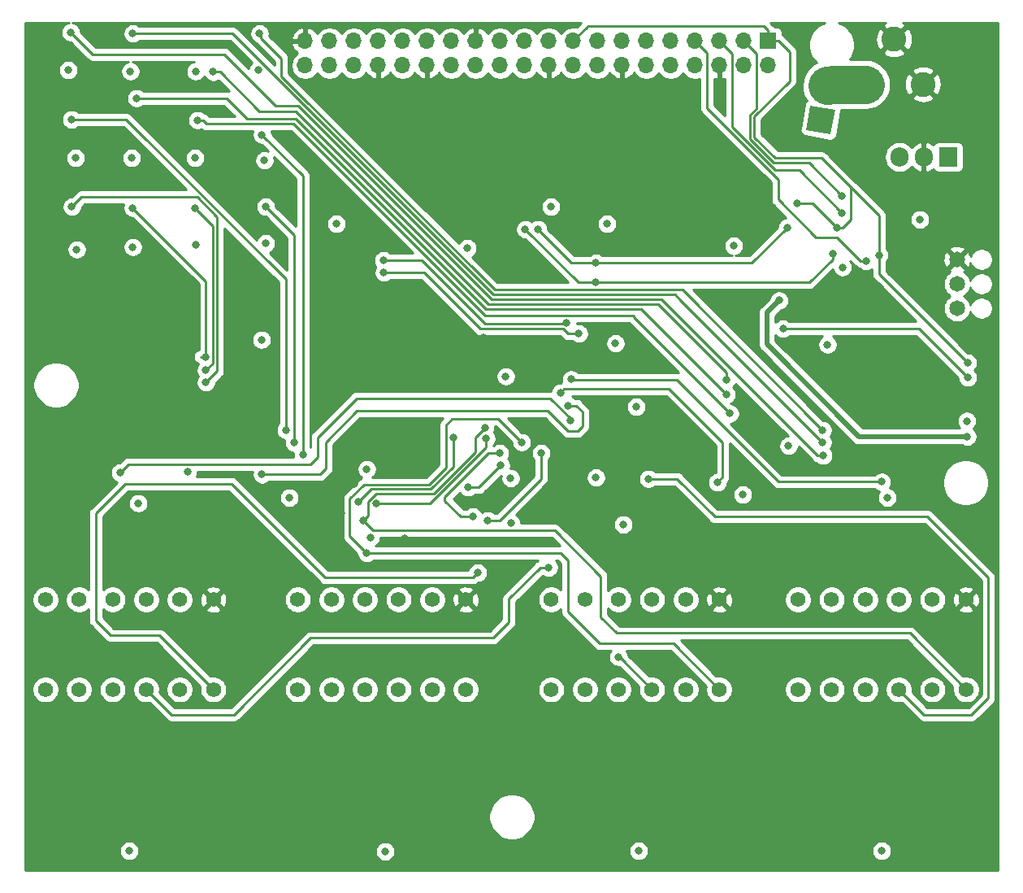
<source format=gbr>
G04 #@! TF.GenerationSoftware,KiCad,Pcbnew,5.1.6*
G04 #@! TF.CreationDate,2020-06-16T10:51:22-04:00*
G04 #@! TF.ProjectId,EVE-PCB-V4,4556452d-5043-4422-9d56-342e6b696361,rev?*
G04 #@! TF.SameCoordinates,Original*
G04 #@! TF.FileFunction,Copper,L4,Bot*
G04 #@! TF.FilePolarity,Positive*
%FSLAX46Y46*%
G04 Gerber Fmt 4.6, Leading zero omitted, Abs format (unit mm)*
G04 Created by KiCad (PCBNEW 5.1.6) date 2020-06-16 10:51:22*
%MOMM*%
%LPD*%
G01*
G04 APERTURE LIST*
G04 #@! TA.AperFunction,ComponentPad*
%ADD10C,1.575000*%
G04 #@! TD*
G04 #@! TA.AperFunction,ComponentPad*
%ADD11O,1.700000X1.700000*%
G04 #@! TD*
G04 #@! TA.AperFunction,ComponentPad*
%ADD12R,1.700000X1.700000*%
G04 #@! TD*
G04 #@! TA.AperFunction,ComponentPad*
%ADD13R,2.600000X2.600000*%
G04 #@! TD*
G04 #@! TA.AperFunction,ComponentPad*
%ADD14C,2.600000*%
G04 #@! TD*
G04 #@! TA.AperFunction,ComponentPad*
%ADD15R,1.905000X2.000000*%
G04 #@! TD*
G04 #@! TA.AperFunction,ComponentPad*
%ADD16O,1.905000X2.000000*%
G04 #@! TD*
G04 #@! TA.AperFunction,ComponentPad*
%ADD17C,1.650000*%
G04 #@! TD*
G04 #@! TA.AperFunction,ComponentPad*
%ADD18C,0.100000*%
G04 #@! TD*
G04 #@! TA.AperFunction,ViaPad*
%ADD19C,0.800000*%
G04 #@! TD*
G04 #@! TA.AperFunction,Conductor*
%ADD20C,0.250000*%
G04 #@! TD*
G04 #@! TA.AperFunction,Conductor*
%ADD21C,4.000000*%
G04 #@! TD*
G04 #@! TA.AperFunction,Conductor*
%ADD22C,0.500000*%
G04 #@! TD*
G04 #@! TA.AperFunction,Conductor*
%ADD23C,0.254000*%
G04 #@! TD*
G04 APERTURE END LIST*
D10*
X108592346Y-95760000D03*
X108592346Y-105110000D03*
X105092346Y-95760000D03*
X105092346Y-105110000D03*
X101592346Y-95760000D03*
X101592346Y-105110000D03*
X98092346Y-95760000D03*
X98092346Y-105110000D03*
X94592346Y-95760000D03*
X94592346Y-105110000D03*
X91092346Y-95760000D03*
X91092346Y-105110000D03*
D11*
X118143346Y-40146769D03*
X118143346Y-37606769D03*
X120683346Y-40146769D03*
X120683346Y-37606769D03*
X123223346Y-40146769D03*
X123223346Y-37606769D03*
X125763346Y-40146769D03*
X125763346Y-37606769D03*
X128303346Y-40146769D03*
X128303346Y-37606769D03*
X130843346Y-40146769D03*
X130843346Y-37606769D03*
X133383346Y-40146769D03*
X133383346Y-37606769D03*
X135923346Y-40146769D03*
X135923346Y-37606769D03*
X138463346Y-40146769D03*
X138463346Y-37606769D03*
X141003346Y-40146769D03*
X141003346Y-37606769D03*
X143543346Y-40146769D03*
X143543346Y-37606769D03*
X146083346Y-40146769D03*
X146083346Y-37606769D03*
X148623346Y-40146769D03*
X148623346Y-37606769D03*
X151163346Y-40146769D03*
X151163346Y-37606769D03*
X153703346Y-40146769D03*
X153703346Y-37606769D03*
X156243346Y-40146769D03*
X156243346Y-37606769D03*
X158783346Y-40146769D03*
X158783346Y-37606769D03*
X161323346Y-40146769D03*
X161323346Y-37606769D03*
X163863346Y-40146769D03*
X163863346Y-37606769D03*
X166403346Y-40146769D03*
D12*
X166403346Y-37606769D03*
D10*
X187014846Y-95760000D03*
X187014846Y-105110000D03*
X183514846Y-95760000D03*
X183514846Y-105110000D03*
X180014846Y-95760000D03*
X180014846Y-105110000D03*
X176514846Y-95760000D03*
X176514846Y-105110000D03*
X173014846Y-95760000D03*
X173014846Y-105110000D03*
X169514846Y-95760000D03*
X169514846Y-105110000D03*
X161297346Y-95760000D03*
X161297346Y-105110000D03*
X157797346Y-95760000D03*
X157797346Y-105110000D03*
X154297346Y-95760000D03*
X154297346Y-105110000D03*
X150797346Y-95760000D03*
X150797346Y-105110000D03*
X147297346Y-95760000D03*
X147297346Y-105110000D03*
X143797346Y-95760000D03*
X143797346Y-105110000D03*
X134881346Y-95760000D03*
X134881346Y-105110000D03*
X131381346Y-95760000D03*
X131381346Y-105110000D03*
X127881346Y-95760000D03*
X127881346Y-105110000D03*
X124381346Y-95760000D03*
X124381346Y-105110000D03*
X120881346Y-95760000D03*
X120881346Y-105110000D03*
X117381346Y-95760000D03*
X117381346Y-105110000D03*
D13*
X176530000Y-42113200D03*
D14*
X182530000Y-42113200D03*
X179530000Y-37413200D03*
D15*
X185166000Y-49682400D03*
D16*
X182626000Y-49682400D03*
X180086000Y-49682400D03*
D17*
X186080400Y-65430400D03*
X186080400Y-62890400D03*
X186080400Y-60350400D03*
G04 #@! TA.AperFunction,ComponentPad*
D18*
G36*
X172910907Y-47327593D02*
G01*
X170350407Y-46876107D01*
X170801893Y-44315607D01*
X173362393Y-44767093D01*
X172910907Y-47327593D01*
G37*
G04 #@! TD.AperFunction*
G04 #@! TA.AperFunction,ComponentPad*
G36*
G01*
X172292257Y-43349732D02*
X172292257Y-43349732D01*
G75*
G02*
X171237750Y-41843739I225743J1280250D01*
G01*
X171237750Y-41843739D01*
G75*
G02*
X172743743Y-40789232I1280250J-225743D01*
G01*
X172743743Y-40789232D01*
G75*
G02*
X173798250Y-42295225I-225743J-1280250D01*
G01*
X173798250Y-42295225D01*
G75*
G02*
X172292257Y-43349732I-1280250J225743D01*
G01*
G37*
G04 #@! TD.AperFunction*
D19*
X93472000Y-40640000D03*
X99949000Y-40767000D03*
X113284000Y-40640000D03*
X100076000Y-49784000D03*
X106680000Y-49784000D03*
X94234000Y-49784000D03*
X106807000Y-58801000D03*
X113919000Y-50038000D03*
X94361000Y-59309000D03*
X100203000Y-59055000D03*
X114046000Y-58674000D03*
X172593000Y-69215000D03*
X105918000Y-82423000D03*
X113601500Y-68707000D03*
X168529000Y-79756000D03*
X106743500Y-40767000D03*
X139636500Y-87820500D03*
X139573000Y-83121500D03*
X148463000Y-83058000D03*
X151320500Y-87947500D03*
X108331000Y-78613000D03*
X145415000Y-79883000D03*
X108458000Y-89598500D03*
X136842500Y-60388500D03*
X160464500Y-91567000D03*
X136779000Y-68453000D03*
X135128000Y-68453000D03*
X133477000Y-68453000D03*
X131826000Y-68453000D03*
X130683000Y-81915000D03*
X151257000Y-80137000D03*
X121920000Y-86741000D03*
X123317000Y-83693000D03*
X135128000Y-89789000D03*
X128524000Y-89408000D03*
X99822000Y-121920000D03*
X126492000Y-121983500D03*
X152908000Y-121920000D03*
X178244500Y-121920000D03*
X152654000Y-75692000D03*
X187096400Y-77165200D03*
X174142400Y-61163200D03*
X162814000Y-58928000D03*
X149606000Y-56642000D03*
X121412000Y-56642000D03*
X135064500Y-59182000D03*
X143764000Y-54864000D03*
X100774500Y-85725000D03*
X116522500Y-85153500D03*
X178816000Y-85153500D03*
X139065000Y-72517000D03*
X150495000Y-69088000D03*
X163766500Y-84836000D03*
X182219600Y-56184800D03*
X124587000Y-82169000D03*
X124968000Y-89281000D03*
X93726000Y-36703000D03*
X172148500Y-80772000D03*
X100203000Y-36830000D03*
X172085000Y-79375000D03*
X113411000Y-36830000D03*
X172085000Y-78105000D03*
X106934000Y-45847000D03*
X162433000Y-76390500D03*
X162052000Y-72898000D03*
X108585000Y-40830500D03*
X100584000Y-43561000D03*
X162052000Y-74422000D03*
X113665000Y-47371000D03*
X117919500Y-80645000D03*
X114046000Y-54864000D03*
X117030500Y-79438500D03*
X93789500Y-45783500D03*
X116141500Y-78105000D03*
X107823000Y-70485000D03*
X100203000Y-54991000D03*
X107823000Y-71882000D03*
X106680000Y-54991000D03*
X107823000Y-73152000D03*
X93853000Y-54864000D03*
X173609000Y-57023000D03*
X169418000Y-54483000D03*
X177952400Y-59893200D03*
X187198000Y-71120000D03*
X174117000Y-53721000D03*
X174117000Y-55499000D03*
X124206000Y-87503000D03*
X136906000Y-77851000D03*
X124587000Y-90932000D03*
X140716000Y-79375000D03*
X142748000Y-80518000D03*
X137160000Y-87503000D03*
X136144000Y-92964000D03*
X138430000Y-80518000D03*
X135636000Y-87122000D03*
X168402000Y-57023000D03*
X148463000Y-60706000D03*
X145415000Y-66929000D03*
X126301500Y-60452000D03*
X142430500Y-57213500D03*
X173126400Y-59740800D03*
X148463000Y-62738000D03*
X146685000Y-68072000D03*
X126365000Y-61722000D03*
X141097000Y-57213500D03*
X167538400Y-64617600D03*
X187147200Y-78790800D03*
X167944800Y-67564000D03*
X187198000Y-72644000D03*
X153924000Y-83185000D03*
X150812500Y-101727000D03*
X143541500Y-92424500D03*
X178244500Y-83502500D03*
X145859500Y-72834500D03*
X161099500Y-83566000D03*
X144780000Y-74231500D03*
X113665000Y-82740500D03*
X145542000Y-75565000D03*
X98869500Y-82550000D03*
X145796000Y-77089000D03*
X176580800Y-60502800D03*
X133604000Y-78867000D03*
X123698000Y-85598000D03*
X125603000Y-85725000D03*
X137033000Y-78994000D03*
X135128000Y-84074000D03*
X138557000Y-81788000D03*
D20*
X171577000Y-80772000D02*
X172085000Y-80772000D01*
X155263009Y-64458009D02*
X171577000Y-80772000D01*
X137607189Y-64458009D02*
X155263009Y-64458009D01*
X115062000Y-44323000D02*
X117472180Y-44323000D01*
X117472180Y-44323000D02*
X137607189Y-64458009D01*
X109728000Y-38989000D02*
X115062000Y-44323000D01*
X96012000Y-38989000D02*
X109728000Y-38989000D01*
X93726000Y-36703000D02*
X96012000Y-38989000D01*
X100203000Y-36830000D02*
X110615590Y-36830000D01*
X110615590Y-36830000D02*
X137793590Y-64008000D01*
X157351590Y-64641590D02*
X172085000Y-79375000D01*
X156718000Y-64008000D02*
X157351590Y-64641590D01*
X137793590Y-64008000D02*
X156718000Y-64008000D01*
X113411000Y-36830000D02*
X113538000Y-36703000D01*
X113538000Y-37280425D02*
X115697000Y-39439425D01*
X113538000Y-36703000D02*
X113538000Y-37280425D01*
X115697000Y-39439425D02*
X115697000Y-41275000D01*
X137885001Y-63463001D02*
X157443001Y-63463001D01*
X115697000Y-41275000D02*
X137885001Y-63463001D01*
X157443001Y-63463001D02*
X172085000Y-78105000D01*
X107499685Y-45847000D02*
X107880685Y-46228000D01*
X106934000Y-45847000D02*
X107499685Y-45847000D01*
X107880685Y-46228000D02*
X116967000Y-46228000D01*
X116967000Y-46228000D02*
X136906000Y-66167000D01*
X136906000Y-66167000D02*
X152400000Y-66167000D01*
X152717500Y-66675000D02*
X162433000Y-76390500D01*
X152400000Y-66357500D02*
X152717500Y-66675000D01*
X152400000Y-66167000D02*
X152400000Y-66357500D01*
X137287000Y-65024000D02*
X154940000Y-65024000D01*
X117221000Y-44958000D02*
X137287000Y-65024000D01*
X154940000Y-65024000D02*
X162052000Y-72136000D01*
X162052000Y-72136000D02*
X162052000Y-72898000D01*
X108585000Y-40830500D02*
X109283500Y-40830500D01*
X113411000Y-44958000D02*
X117221000Y-44958000D01*
X109283500Y-40830500D02*
X113411000Y-44958000D01*
X100584000Y-43561000D02*
X109982000Y-43561000D01*
X109982000Y-43561000D02*
X112141000Y-45720000D01*
X112141000Y-45720000D02*
X117221000Y-45720000D01*
X117221000Y-45720000D02*
X137033000Y-65532000D01*
X154432000Y-66802000D02*
X162052000Y-74422000D01*
X153162000Y-65532000D02*
X154432000Y-66802000D01*
X137033000Y-65532000D02*
X153162000Y-65532000D01*
X113665000Y-47371000D02*
X117919500Y-51625500D01*
X117919500Y-51625500D02*
X117919500Y-80645000D01*
X114046000Y-54864000D02*
X117030500Y-57848500D01*
X117030500Y-57848500D02*
X117030500Y-79438500D01*
X116141500Y-62419090D02*
X116141500Y-78105000D01*
X93789500Y-45783500D02*
X99505910Y-45783500D01*
X99505910Y-45783500D02*
X116141500Y-62419090D01*
X107823000Y-70485000D02*
X107823000Y-62611000D01*
X107823000Y-62611000D02*
X100203000Y-54991000D01*
X107823000Y-70485000D02*
X107257315Y-70485000D01*
X108548001Y-56859001D02*
X106680000Y-54991000D01*
X107823000Y-71882000D02*
X108548001Y-71156999D01*
X108548001Y-71156999D02*
X108548001Y-56859001D01*
X108998011Y-71976989D02*
X108998011Y-55912011D01*
X107823000Y-73152000D02*
X108998011Y-71976989D01*
X108998011Y-55912011D02*
X106934000Y-53848000D01*
X106934000Y-53848000D02*
X94869000Y-53848000D01*
X94869000Y-53848000D02*
X93853000Y-54864000D01*
X166403346Y-36506769D02*
X166403346Y-37606769D01*
X165964577Y-36068000D02*
X166403346Y-36506769D01*
X147574000Y-36068000D02*
X165964577Y-36068000D01*
X147574000Y-36116115D02*
X146083346Y-37606769D01*
X147574000Y-36068000D02*
X147574000Y-36116115D01*
X174174685Y-57023000D02*
X173609000Y-57023000D01*
X175006000Y-56191685D02*
X174174685Y-57023000D01*
X175006000Y-52832000D02*
X175006000Y-56191685D01*
X171958000Y-49784000D02*
X175006000Y-52832000D01*
X167132000Y-49784000D02*
X171958000Y-49784000D01*
X164973000Y-47625000D02*
X167132000Y-49784000D01*
X167503346Y-37606769D02*
X168656000Y-38759423D01*
X166403346Y-37606769D02*
X167503346Y-37606769D01*
X168656000Y-41783000D02*
X164973000Y-45466000D01*
X164973000Y-45466000D02*
X164973000Y-47625000D01*
X168656000Y-38759423D02*
X168656000Y-41783000D01*
X177952400Y-55778400D02*
X177952400Y-59893200D01*
X175006000Y-52832000D02*
X177952400Y-55778400D01*
X178358800Y-62280800D02*
X187198000Y-71120000D01*
X177952400Y-61874400D02*
X178358800Y-62280800D01*
X177952400Y-59893200D02*
X177952400Y-61874400D01*
X171577000Y-54991000D02*
X173609000Y-57023000D01*
X171069000Y-54483000D02*
X171577000Y-54991000D01*
X169418000Y-54483000D02*
X171069000Y-54483000D01*
X170688000Y-50292000D02*
X174117000Y-53721000D01*
X167003590Y-50292000D02*
X170688000Y-50292000D01*
X163863346Y-37606769D02*
X165157990Y-38901413D01*
X164522990Y-47811400D02*
X167003590Y-50292000D01*
X164522990Y-45279600D02*
X164522990Y-47811400D01*
X165157990Y-44644600D02*
X164522990Y-45279600D01*
X165157990Y-38901413D02*
X165157990Y-44644600D01*
X167129180Y-51054000D02*
X169672000Y-51054000D01*
X169672000Y-51054000D02*
X174117000Y-55499000D01*
X162623500Y-46548320D02*
X167129180Y-51054000D01*
X162623500Y-38906923D02*
X161323346Y-37606769D01*
X162623500Y-46548320D02*
X162623500Y-38906923D01*
X144171501Y-88545501D02*
X125248501Y-88545501D01*
X148971000Y-93345000D02*
X144171501Y-88545501D01*
X148971000Y-97599500D02*
X148971000Y-93345000D01*
X150622000Y-99250500D02*
X148971000Y-97599500D01*
X125248501Y-88545501D02*
X124206000Y-87503000D01*
X181155346Y-99250500D02*
X150622000Y-99250500D01*
X187014846Y-105110000D02*
X181155346Y-99250500D01*
X136906000Y-77851000D02*
X135890000Y-78867000D01*
X135890000Y-78867000D02*
X135890000Y-80389590D01*
X135890000Y-80389590D02*
X131570590Y-84709000D01*
X125545998Y-84709000D02*
X124714000Y-85540998D01*
X131570590Y-84709000D02*
X125545998Y-84709000D01*
X124714000Y-86995000D02*
X124206000Y-87503000D01*
X124714000Y-85540998D02*
X124714000Y-86995000D01*
X144780000Y-90932000D02*
X124587000Y-90932000D01*
X145542000Y-91694000D02*
X144780000Y-90932000D01*
X145542000Y-97028000D02*
X145542000Y-91694000D01*
X148844000Y-100330000D02*
X145542000Y-97028000D01*
X156517346Y-100330000D02*
X148844000Y-100330000D01*
X161297346Y-105110000D02*
X156517346Y-100330000D01*
X122809000Y-85274002D02*
X122809000Y-89154000D01*
X132842000Y-82040590D02*
X131073610Y-83808980D01*
X122809000Y-89154000D02*
X124587000Y-90932000D01*
X131073610Y-83808980D02*
X124274022Y-83808980D01*
X132842000Y-77597000D02*
X132842000Y-82040590D01*
X124274022Y-83808980D02*
X122809000Y-85274002D01*
X133477000Y-76962000D02*
X132842000Y-77597000D01*
X138303000Y-76962000D02*
X133477000Y-76962000D01*
X140716000Y-79375000D02*
X138303000Y-76962000D01*
X138431410Y-87503000D02*
X137160000Y-87503000D01*
X142748000Y-83186410D02*
X138431410Y-87503000D01*
X142748000Y-80518000D02*
X142748000Y-83186410D01*
X120269000Y-93472000D02*
X135636000Y-93472000D01*
X110490000Y-83693000D02*
X120269000Y-93472000D01*
X99441000Y-83693000D02*
X110490000Y-83693000D01*
X135636000Y-93472000D02*
X136144000Y-92964000D01*
X96329500Y-86804500D02*
X99441000Y-83693000D01*
X96329500Y-97917000D02*
X96329500Y-86804500D01*
X97917000Y-99504500D02*
X96329500Y-97917000D01*
X102986846Y-99504500D02*
X97917000Y-99504500D01*
X108592346Y-105110000D02*
X102986846Y-99504500D01*
X138430000Y-80518000D02*
X137287000Y-80518000D01*
X137287000Y-80518000D02*
X132715000Y-85090000D01*
X132715000Y-85090000D02*
X132715000Y-85471000D01*
X134366000Y-87122000D02*
X135636000Y-87122000D01*
X132715000Y-85471000D02*
X134366000Y-87122000D01*
X164719000Y-60706000D02*
X148463000Y-60706000D01*
X168402000Y-57023000D02*
X164719000Y-60706000D01*
X145923000Y-60706000D02*
X142430500Y-57213500D01*
X148463000Y-60706000D02*
X145923000Y-60706000D01*
X145323000Y-67021000D02*
X145415000Y-66929000D01*
X136871000Y-67021000D02*
X145323000Y-67021000D01*
X130302000Y-60452000D02*
X136871000Y-67021000D01*
X126301500Y-60452000D02*
X130302000Y-60452000D01*
X146621500Y-62738000D02*
X141097000Y-57213500D01*
X148463000Y-62738000D02*
X146621500Y-62738000D01*
X173126400Y-60306485D02*
X173126400Y-59740800D01*
X148463000Y-62738000D02*
X170694885Y-62738000D01*
X170694885Y-62738000D02*
X173126400Y-60306485D01*
X145542000Y-68072000D02*
X146685000Y-68072000D01*
X145034000Y-67564000D02*
X145542000Y-68072000D01*
X136398000Y-67564000D02*
X145034000Y-67564000D01*
X130556000Y-61722000D02*
X136398000Y-67564000D01*
X126365000Y-61722000D02*
X130556000Y-61722000D01*
D21*
X176530000Y-42113200D02*
X173274857Y-42113200D01*
X173251378Y-42144708D02*
X172544068Y-42247993D01*
X173274857Y-42113200D02*
X173251378Y-42144708D01*
D22*
X187147200Y-78790800D02*
X175869600Y-78790800D01*
X175869600Y-78790800D02*
X166268400Y-69189600D01*
X166268400Y-65887600D02*
X167538400Y-64617600D01*
X166268400Y-69189600D02*
X166268400Y-65887600D01*
D20*
X182118000Y-67564000D02*
X187198000Y-72644000D01*
X167944800Y-67564000D02*
X182118000Y-67564000D01*
X153924000Y-83185000D02*
X156908500Y-83185000D01*
X156908500Y-83185000D02*
X160845500Y-87122000D01*
X160845500Y-87122000D02*
X183007000Y-87122000D01*
X183007000Y-87122000D02*
X189357000Y-93472000D01*
X189357000Y-93472000D02*
X189357000Y-105981500D01*
X189357000Y-105981500D02*
X187579000Y-107759500D01*
X182664346Y-107759500D02*
X180014846Y-105110000D01*
X187579000Y-107759500D02*
X182664346Y-107759500D01*
X150812500Y-101727000D02*
X151003000Y-101917500D01*
X151104846Y-101917500D02*
X154297346Y-105110000D01*
X151003000Y-101917500D02*
X151104846Y-101917500D01*
X139382500Y-95694500D02*
X142652500Y-92424500D01*
X139382500Y-98107500D02*
X139382500Y-95694500D01*
X142652500Y-92424500D02*
X143541500Y-92424500D01*
X101592346Y-105110000D02*
X104241846Y-107759500D01*
X104241846Y-107759500D02*
X110744000Y-107759500D01*
X110744000Y-107759500D02*
X118745000Y-99758500D01*
X118745000Y-99758500D02*
X137731500Y-99758500D01*
X137731500Y-99758500D02*
X139382500Y-98107500D01*
X167513000Y-83502500D02*
X178244500Y-83502500D01*
X156863999Y-72853499D02*
X167513000Y-83502500D01*
X145878499Y-72853499D02*
X145859500Y-72834500D01*
X156863999Y-72853499D02*
X145878499Y-72853499D01*
X161671000Y-82994500D02*
X161099500Y-83566000D01*
X161671000Y-79438500D02*
X161671000Y-82994500D01*
X156083000Y-73850500D02*
X161671000Y-79438500D01*
X145161000Y-73850500D02*
X144780000Y-74231500D01*
X156083000Y-73850500D02*
X145161000Y-73850500D01*
X146431000Y-75565000D02*
X145542000Y-75565000D01*
X147066000Y-77724000D02*
X147066000Y-76200000D01*
X145542000Y-78232000D02*
X146558000Y-78232000D01*
X146558000Y-78232000D02*
X147066000Y-77724000D01*
X143446500Y-76136500D02*
X145542000Y-78232000D01*
X123571000Y-76136500D02*
X143446500Y-76136500D01*
X120332500Y-79375000D02*
X123571000Y-76136500D01*
X147066000Y-76200000D02*
X146431000Y-75565000D01*
X120332500Y-82105500D02*
X120332500Y-79375000D01*
X119697500Y-82740500D02*
X120332500Y-82105500D01*
X113665000Y-82740500D02*
X119697500Y-82740500D01*
X145796000Y-76892002D02*
X145796000Y-77089000D01*
X123507500Y-74803000D02*
X143706998Y-74803000D01*
X119443500Y-78867000D02*
X123507500Y-74803000D01*
X119443500Y-80899000D02*
X119443500Y-78867000D01*
X118681500Y-81661000D02*
X119443500Y-80899000D01*
X99758500Y-81661000D02*
X118681500Y-81661000D01*
X143706998Y-74803000D02*
X145796000Y-76892002D01*
X98869500Y-82550000D02*
X99758500Y-81661000D01*
X160020000Y-38843423D02*
X158783346Y-37606769D01*
X160020000Y-44602400D02*
X160020000Y-44500800D01*
X167436800Y-54102000D02*
X167436800Y-52019200D01*
X171399200Y-58064400D02*
X167436800Y-54102000D01*
X160020000Y-44500800D02*
X160020000Y-38843423D01*
X176580800Y-60502800D02*
X176015115Y-60502800D01*
X176015115Y-60502800D02*
X173576715Y-58064400D01*
X167436800Y-52019200D02*
X160020000Y-44602400D01*
X173576715Y-58064400D02*
X171399200Y-58064400D01*
X123698000Y-85598000D02*
X124460000Y-84836000D01*
X133604000Y-78867000D02*
X133604000Y-81915000D01*
X125037010Y-84258990D02*
X124460000Y-84836000D01*
X131260010Y-84258990D02*
X125037010Y-84258990D01*
X133604000Y-81915000D02*
X131260010Y-84258990D01*
X125603000Y-85725000D02*
X131191000Y-85725000D01*
X137033000Y-79883000D02*
X137033000Y-78994000D01*
X131191000Y-85725000D02*
X137033000Y-79883000D01*
X136271000Y-84074000D02*
X138557000Y-81788000D01*
X136271000Y-84074000D02*
X135128000Y-84074000D01*
D23*
G36*
X93424102Y-35707774D02*
G01*
X93235744Y-35785795D01*
X93066226Y-35899063D01*
X92922063Y-36043226D01*
X92808795Y-36212744D01*
X92730774Y-36401102D01*
X92691000Y-36601061D01*
X92691000Y-36804939D01*
X92730774Y-37004898D01*
X92808795Y-37193256D01*
X92922063Y-37362774D01*
X93066226Y-37506937D01*
X93235744Y-37620205D01*
X93424102Y-37698226D01*
X93624061Y-37738000D01*
X93686199Y-37738000D01*
X95448200Y-39500002D01*
X95471999Y-39529001D01*
X95587724Y-39623974D01*
X95719753Y-39694546D01*
X95863014Y-39738003D01*
X95974667Y-39749000D01*
X95974676Y-39749000D01*
X96011999Y-39752676D01*
X96049322Y-39749000D01*
X99761596Y-39749000D01*
X99647102Y-39771774D01*
X99458744Y-39849795D01*
X99289226Y-39963063D01*
X99145063Y-40107226D01*
X99031795Y-40276744D01*
X98953774Y-40465102D01*
X98914000Y-40665061D01*
X98914000Y-40868939D01*
X98953774Y-41068898D01*
X99031795Y-41257256D01*
X99145063Y-41426774D01*
X99289226Y-41570937D01*
X99458744Y-41684205D01*
X99647102Y-41762226D01*
X99847061Y-41802000D01*
X100050939Y-41802000D01*
X100250898Y-41762226D01*
X100439256Y-41684205D01*
X100608774Y-41570937D01*
X100752937Y-41426774D01*
X100866205Y-41257256D01*
X100944226Y-41068898D01*
X100984000Y-40868939D01*
X100984000Y-40665061D01*
X100944226Y-40465102D01*
X100866205Y-40276744D01*
X100752937Y-40107226D01*
X100608774Y-39963063D01*
X100439256Y-39849795D01*
X100250898Y-39771774D01*
X100136404Y-39749000D01*
X106556096Y-39749000D01*
X106441602Y-39771774D01*
X106253244Y-39849795D01*
X106083726Y-39963063D01*
X105939563Y-40107226D01*
X105826295Y-40276744D01*
X105748274Y-40465102D01*
X105708500Y-40665061D01*
X105708500Y-40868939D01*
X105748274Y-41068898D01*
X105826295Y-41257256D01*
X105939563Y-41426774D01*
X106083726Y-41570937D01*
X106253244Y-41684205D01*
X106441602Y-41762226D01*
X106641561Y-41802000D01*
X106845439Y-41802000D01*
X107045398Y-41762226D01*
X107233756Y-41684205D01*
X107403274Y-41570937D01*
X107547437Y-41426774D01*
X107648845Y-41275006D01*
X107667795Y-41320756D01*
X107781063Y-41490274D01*
X107925226Y-41634437D01*
X108094744Y-41747705D01*
X108283102Y-41825726D01*
X108483061Y-41865500D01*
X108686939Y-41865500D01*
X108886898Y-41825726D01*
X109075256Y-41747705D01*
X109105617Y-41727418D01*
X110215976Y-42837778D01*
X110130986Y-42811997D01*
X110019333Y-42801000D01*
X110019322Y-42801000D01*
X109982000Y-42797324D01*
X109944678Y-42801000D01*
X101287711Y-42801000D01*
X101243774Y-42757063D01*
X101074256Y-42643795D01*
X100885898Y-42565774D01*
X100685939Y-42526000D01*
X100482061Y-42526000D01*
X100282102Y-42565774D01*
X100093744Y-42643795D01*
X99924226Y-42757063D01*
X99780063Y-42901226D01*
X99666795Y-43070744D01*
X99588774Y-43259102D01*
X99549000Y-43459061D01*
X99549000Y-43662939D01*
X99588774Y-43862898D01*
X99666795Y-44051256D01*
X99780063Y-44220774D01*
X99924226Y-44364937D01*
X100093744Y-44478205D01*
X100282102Y-44556226D01*
X100482061Y-44596000D01*
X100685939Y-44596000D01*
X100885898Y-44556226D01*
X101074256Y-44478205D01*
X101243774Y-44364937D01*
X101287711Y-44321000D01*
X109667199Y-44321000D01*
X110814198Y-45468000D01*
X108195486Y-45468000D01*
X108063489Y-45336003D01*
X108039686Y-45306999D01*
X107923961Y-45212026D01*
X107791932Y-45141454D01*
X107648724Y-45098013D01*
X107593774Y-45043063D01*
X107424256Y-44929795D01*
X107235898Y-44851774D01*
X107035939Y-44812000D01*
X106832061Y-44812000D01*
X106632102Y-44851774D01*
X106443744Y-44929795D01*
X106274226Y-45043063D01*
X106130063Y-45187226D01*
X106016795Y-45356744D01*
X105938774Y-45545102D01*
X105899000Y-45745061D01*
X105899000Y-45948939D01*
X105938774Y-46148898D01*
X106016795Y-46337256D01*
X106130063Y-46506774D01*
X106274226Y-46650937D01*
X106443744Y-46764205D01*
X106632102Y-46842226D01*
X106832061Y-46882000D01*
X107035939Y-46882000D01*
X107235898Y-46842226D01*
X107365642Y-46788484D01*
X107456409Y-46862974D01*
X107588438Y-46933546D01*
X107731699Y-46977003D01*
X107843352Y-46988000D01*
X107843361Y-46988000D01*
X107880684Y-46991676D01*
X107918007Y-46988000D01*
X112703368Y-46988000D01*
X112669774Y-47069102D01*
X112630000Y-47269061D01*
X112630000Y-47472939D01*
X112669774Y-47672898D01*
X112747795Y-47861256D01*
X112861063Y-48030774D01*
X113005226Y-48174937D01*
X113174744Y-48288205D01*
X113363102Y-48366226D01*
X113563061Y-48406000D01*
X113625199Y-48406000D01*
X114291017Y-49071819D01*
X114220898Y-49042774D01*
X114020939Y-49003000D01*
X113817061Y-49003000D01*
X113617102Y-49042774D01*
X113428744Y-49120795D01*
X113259226Y-49234063D01*
X113115063Y-49378226D01*
X113001795Y-49547744D01*
X112923774Y-49736102D01*
X112884000Y-49936061D01*
X112884000Y-50139939D01*
X112923774Y-50339898D01*
X113001795Y-50528256D01*
X113115063Y-50697774D01*
X113259226Y-50841937D01*
X113428744Y-50955205D01*
X113617102Y-51033226D01*
X113817061Y-51073000D01*
X114020939Y-51073000D01*
X114220898Y-51033226D01*
X114409256Y-50955205D01*
X114578774Y-50841937D01*
X114722937Y-50697774D01*
X114836205Y-50528256D01*
X114914226Y-50339898D01*
X114954000Y-50139939D01*
X114954000Y-49936061D01*
X114914226Y-49736102D01*
X114885182Y-49665983D01*
X117159500Y-51940302D01*
X117159500Y-56902697D01*
X115081000Y-54824199D01*
X115081000Y-54762061D01*
X115041226Y-54562102D01*
X114963205Y-54373744D01*
X114849937Y-54204226D01*
X114705774Y-54060063D01*
X114536256Y-53946795D01*
X114347898Y-53868774D01*
X114147939Y-53829000D01*
X113944061Y-53829000D01*
X113744102Y-53868774D01*
X113555744Y-53946795D01*
X113386226Y-54060063D01*
X113242063Y-54204226D01*
X113128795Y-54373744D01*
X113050774Y-54562102D01*
X113011000Y-54762061D01*
X113011000Y-54965939D01*
X113050774Y-55165898D01*
X113128795Y-55354256D01*
X113242063Y-55523774D01*
X113386226Y-55667937D01*
X113555744Y-55781205D01*
X113744102Y-55859226D01*
X113944061Y-55899000D01*
X114006199Y-55899000D01*
X116270500Y-58163303D01*
X116270500Y-61473288D01*
X114431718Y-59634506D01*
X114536256Y-59591205D01*
X114705774Y-59477937D01*
X114849937Y-59333774D01*
X114963205Y-59164256D01*
X115041226Y-58975898D01*
X115081000Y-58775939D01*
X115081000Y-58572061D01*
X115041226Y-58372102D01*
X114963205Y-58183744D01*
X114849937Y-58014226D01*
X114705774Y-57870063D01*
X114536256Y-57756795D01*
X114347898Y-57678774D01*
X114147939Y-57639000D01*
X113944061Y-57639000D01*
X113744102Y-57678774D01*
X113555744Y-57756795D01*
X113386226Y-57870063D01*
X113242063Y-58014226D01*
X113128795Y-58183744D01*
X113085494Y-58288282D01*
X104479273Y-49682061D01*
X105645000Y-49682061D01*
X105645000Y-49885939D01*
X105684774Y-50085898D01*
X105762795Y-50274256D01*
X105876063Y-50443774D01*
X106020226Y-50587937D01*
X106189744Y-50701205D01*
X106378102Y-50779226D01*
X106578061Y-50819000D01*
X106781939Y-50819000D01*
X106981898Y-50779226D01*
X107170256Y-50701205D01*
X107339774Y-50587937D01*
X107483937Y-50443774D01*
X107597205Y-50274256D01*
X107675226Y-50085898D01*
X107715000Y-49885939D01*
X107715000Y-49682061D01*
X107675226Y-49482102D01*
X107597205Y-49293744D01*
X107483937Y-49124226D01*
X107339774Y-48980063D01*
X107170256Y-48866795D01*
X106981898Y-48788774D01*
X106781939Y-48749000D01*
X106578061Y-48749000D01*
X106378102Y-48788774D01*
X106189744Y-48866795D01*
X106020226Y-48980063D01*
X105876063Y-49124226D01*
X105762795Y-49293744D01*
X105684774Y-49482102D01*
X105645000Y-49682061D01*
X104479273Y-49682061D01*
X100069714Y-45272503D01*
X100045911Y-45243499D01*
X99930186Y-45148526D01*
X99798157Y-45077954D01*
X99654896Y-45034497D01*
X99543243Y-45023500D01*
X99543232Y-45023500D01*
X99505910Y-45019824D01*
X99468588Y-45023500D01*
X94493211Y-45023500D01*
X94449274Y-44979563D01*
X94279756Y-44866295D01*
X94091398Y-44788274D01*
X93891439Y-44748500D01*
X93687561Y-44748500D01*
X93487602Y-44788274D01*
X93299244Y-44866295D01*
X93129726Y-44979563D01*
X92985563Y-45123726D01*
X92872295Y-45293244D01*
X92794274Y-45481602D01*
X92754500Y-45681561D01*
X92754500Y-45885439D01*
X92794274Y-46085398D01*
X92872295Y-46273756D01*
X92985563Y-46443274D01*
X93129726Y-46587437D01*
X93299244Y-46700705D01*
X93487602Y-46778726D01*
X93687561Y-46818500D01*
X93891439Y-46818500D01*
X94091398Y-46778726D01*
X94279756Y-46700705D01*
X94449274Y-46587437D01*
X94493211Y-46543500D01*
X99191109Y-46543500D01*
X105735609Y-53088000D01*
X94906322Y-53088000D01*
X94869000Y-53084324D01*
X94831677Y-53088000D01*
X94831667Y-53088000D01*
X94720014Y-53098997D01*
X94576753Y-53142454D01*
X94444723Y-53213026D01*
X94361083Y-53281668D01*
X94328999Y-53307999D01*
X94305201Y-53336997D01*
X93813199Y-53829000D01*
X93751061Y-53829000D01*
X93551102Y-53868774D01*
X93362744Y-53946795D01*
X93193226Y-54060063D01*
X93049063Y-54204226D01*
X92935795Y-54373744D01*
X92857774Y-54562102D01*
X92818000Y-54762061D01*
X92818000Y-54965939D01*
X92857774Y-55165898D01*
X92935795Y-55354256D01*
X93049063Y-55523774D01*
X93193226Y-55667937D01*
X93362744Y-55781205D01*
X93551102Y-55859226D01*
X93751061Y-55899000D01*
X93954939Y-55899000D01*
X94154898Y-55859226D01*
X94343256Y-55781205D01*
X94512774Y-55667937D01*
X94656937Y-55523774D01*
X94770205Y-55354256D01*
X94848226Y-55165898D01*
X94888000Y-54965939D01*
X94888000Y-54903801D01*
X95183802Y-54608000D01*
X99241368Y-54608000D01*
X99207774Y-54689102D01*
X99168000Y-54889061D01*
X99168000Y-55092939D01*
X99207774Y-55292898D01*
X99285795Y-55481256D01*
X99399063Y-55650774D01*
X99543226Y-55794937D01*
X99712744Y-55908205D01*
X99901102Y-55986226D01*
X100101061Y-56026000D01*
X100163199Y-56026000D01*
X107063001Y-62925803D01*
X107063000Y-69749747D01*
X106965068Y-69779454D01*
X106833039Y-69850026D01*
X106717314Y-69944999D01*
X106622341Y-70060724D01*
X106551769Y-70192753D01*
X106508312Y-70336014D01*
X106493638Y-70485000D01*
X106508312Y-70633986D01*
X106551769Y-70777247D01*
X106622341Y-70909276D01*
X106717314Y-71025001D01*
X106833039Y-71119974D01*
X106965068Y-71190546D01*
X107030803Y-71210486D01*
X107019063Y-71222226D01*
X106905795Y-71391744D01*
X106827774Y-71580102D01*
X106788000Y-71780061D01*
X106788000Y-71983939D01*
X106827774Y-72183898D01*
X106905795Y-72372256D01*
X107002510Y-72517000D01*
X106905795Y-72661744D01*
X106827774Y-72850102D01*
X106788000Y-73050061D01*
X106788000Y-73253939D01*
X106827774Y-73453898D01*
X106905795Y-73642256D01*
X107019063Y-73811774D01*
X107163226Y-73955937D01*
X107332744Y-74069205D01*
X107521102Y-74147226D01*
X107721061Y-74187000D01*
X107924939Y-74187000D01*
X108124898Y-74147226D01*
X108313256Y-74069205D01*
X108482774Y-73955937D01*
X108626937Y-73811774D01*
X108740205Y-73642256D01*
X108818226Y-73453898D01*
X108858000Y-73253939D01*
X108858000Y-73191802D01*
X109509020Y-72540783D01*
X109538012Y-72516990D01*
X109561806Y-72487997D01*
X109561810Y-72487993D01*
X109621663Y-72415061D01*
X109632985Y-72401265D01*
X109703557Y-72269236D01*
X109747014Y-72125975D01*
X109758011Y-72014322D01*
X109758011Y-72014313D01*
X109761687Y-71976990D01*
X109758011Y-71939667D01*
X109758011Y-68605061D01*
X112566500Y-68605061D01*
X112566500Y-68808939D01*
X112606274Y-69008898D01*
X112684295Y-69197256D01*
X112797563Y-69366774D01*
X112941726Y-69510937D01*
X113111244Y-69624205D01*
X113299602Y-69702226D01*
X113499561Y-69742000D01*
X113703439Y-69742000D01*
X113903398Y-69702226D01*
X114091756Y-69624205D01*
X114261274Y-69510937D01*
X114405437Y-69366774D01*
X114518705Y-69197256D01*
X114596726Y-69008898D01*
X114636500Y-68808939D01*
X114636500Y-68605061D01*
X114596726Y-68405102D01*
X114518705Y-68216744D01*
X114405437Y-68047226D01*
X114261274Y-67903063D01*
X114091756Y-67789795D01*
X113903398Y-67711774D01*
X113703439Y-67672000D01*
X113499561Y-67672000D01*
X113299602Y-67711774D01*
X113111244Y-67789795D01*
X112941726Y-67903063D01*
X112797563Y-68047226D01*
X112684295Y-68216744D01*
X112606274Y-68405102D01*
X112566500Y-68605061D01*
X109758011Y-68605061D01*
X109758011Y-57110403D01*
X115381500Y-62733892D01*
X115381501Y-77401288D01*
X115337563Y-77445226D01*
X115224295Y-77614744D01*
X115146274Y-77803102D01*
X115106500Y-78003061D01*
X115106500Y-78206939D01*
X115146274Y-78406898D01*
X115224295Y-78595256D01*
X115337563Y-78764774D01*
X115481726Y-78908937D01*
X115651244Y-79022205D01*
X115839602Y-79100226D01*
X116034787Y-79139050D01*
X115995500Y-79336561D01*
X115995500Y-79540439D01*
X116035274Y-79740398D01*
X116113295Y-79928756D01*
X116226563Y-80098274D01*
X116370726Y-80242437D01*
X116540244Y-80355705D01*
X116728602Y-80433726D01*
X116899487Y-80467717D01*
X116884500Y-80543061D01*
X116884500Y-80746939D01*
X116915144Y-80901000D01*
X99795823Y-80901000D01*
X99758500Y-80897324D01*
X99721177Y-80901000D01*
X99721167Y-80901000D01*
X99609514Y-80911997D01*
X99466253Y-80955454D01*
X99334224Y-81026026D01*
X99218499Y-81120999D01*
X99194701Y-81149997D01*
X98829698Y-81515000D01*
X98767561Y-81515000D01*
X98567602Y-81554774D01*
X98379244Y-81632795D01*
X98209726Y-81746063D01*
X98065563Y-81890226D01*
X97952295Y-82059744D01*
X97874274Y-82248102D01*
X97834500Y-82448061D01*
X97834500Y-82651939D01*
X97874274Y-82851898D01*
X97952295Y-83040256D01*
X98065563Y-83209774D01*
X98209726Y-83353937D01*
X98379244Y-83467205D01*
X98529679Y-83529518D01*
X95818498Y-86240701D01*
X95789500Y-86264499D01*
X95765702Y-86293497D01*
X95765701Y-86293498D01*
X95694526Y-86380224D01*
X95623954Y-86512254D01*
X95594002Y-86610997D01*
X95587328Y-86633000D01*
X95580498Y-86655515D01*
X95565824Y-86804500D01*
X95569501Y-86841832D01*
X95569500Y-94725435D01*
X95499137Y-94655072D01*
X95266152Y-94499397D01*
X95007274Y-94392166D01*
X94732450Y-94337500D01*
X94452242Y-94337500D01*
X94177418Y-94392166D01*
X93918540Y-94499397D01*
X93685555Y-94655072D01*
X93487418Y-94853209D01*
X93331743Y-95086194D01*
X93224512Y-95345072D01*
X93169846Y-95619896D01*
X93169846Y-95900104D01*
X93224512Y-96174928D01*
X93331743Y-96433806D01*
X93487418Y-96666791D01*
X93685555Y-96864928D01*
X93918540Y-97020603D01*
X94177418Y-97127834D01*
X94452242Y-97182500D01*
X94732450Y-97182500D01*
X95007274Y-97127834D01*
X95266152Y-97020603D01*
X95499137Y-96864928D01*
X95569500Y-96794565D01*
X95569500Y-97879678D01*
X95565824Y-97917000D01*
X95569500Y-97954322D01*
X95569500Y-97954332D01*
X95580497Y-98065985D01*
X95604415Y-98144832D01*
X95623954Y-98209246D01*
X95694526Y-98341276D01*
X95712500Y-98363177D01*
X95789499Y-98457001D01*
X95818503Y-98480804D01*
X97353200Y-100015502D01*
X97376999Y-100044501D01*
X97405997Y-100068299D01*
X97492723Y-100139474D01*
X97573735Y-100182776D01*
X97624753Y-100210046D01*
X97768014Y-100253503D01*
X97879667Y-100264500D01*
X97879676Y-100264500D01*
X97916999Y-100268176D01*
X97954322Y-100264500D01*
X102672045Y-100264500D01*
X107204288Y-104796744D01*
X107169846Y-104969896D01*
X107169846Y-105250104D01*
X107224512Y-105524928D01*
X107331743Y-105783806D01*
X107487418Y-106016791D01*
X107685555Y-106214928D01*
X107918540Y-106370603D01*
X108177418Y-106477834D01*
X108452242Y-106532500D01*
X108732450Y-106532500D01*
X109007274Y-106477834D01*
X109266152Y-106370603D01*
X109499137Y-106214928D01*
X109697274Y-106016791D01*
X109852949Y-105783806D01*
X109960180Y-105524928D01*
X110014846Y-105250104D01*
X110014846Y-104969896D01*
X109960180Y-104695072D01*
X109852949Y-104436194D01*
X109697274Y-104203209D01*
X109499137Y-104005072D01*
X109266152Y-103849397D01*
X109007274Y-103742166D01*
X108732450Y-103687500D01*
X108452242Y-103687500D01*
X108279090Y-103721942D01*
X103550650Y-98993503D01*
X103526847Y-98964499D01*
X103411122Y-98869526D01*
X103279093Y-98798954D01*
X103135832Y-98755497D01*
X103024179Y-98744500D01*
X103024168Y-98744500D01*
X102986846Y-98740824D01*
X102949524Y-98744500D01*
X98231802Y-98744500D01*
X97089500Y-97602199D01*
X97089500Y-96768873D01*
X97185555Y-96864928D01*
X97418540Y-97020603D01*
X97677418Y-97127834D01*
X97952242Y-97182500D01*
X98232450Y-97182500D01*
X98507274Y-97127834D01*
X98766152Y-97020603D01*
X98999137Y-96864928D01*
X99197274Y-96666791D01*
X99352949Y-96433806D01*
X99460180Y-96174928D01*
X99514846Y-95900104D01*
X99514846Y-95619896D01*
X100169846Y-95619896D01*
X100169846Y-95900104D01*
X100224512Y-96174928D01*
X100331743Y-96433806D01*
X100487418Y-96666791D01*
X100685555Y-96864928D01*
X100918540Y-97020603D01*
X101177418Y-97127834D01*
X101452242Y-97182500D01*
X101732450Y-97182500D01*
X102007274Y-97127834D01*
X102266152Y-97020603D01*
X102499137Y-96864928D01*
X102697274Y-96666791D01*
X102852949Y-96433806D01*
X102960180Y-96174928D01*
X103014846Y-95900104D01*
X103014846Y-95619896D01*
X103669846Y-95619896D01*
X103669846Y-95900104D01*
X103724512Y-96174928D01*
X103831743Y-96433806D01*
X103987418Y-96666791D01*
X104185555Y-96864928D01*
X104418540Y-97020603D01*
X104677418Y-97127834D01*
X104952242Y-97182500D01*
X105232450Y-97182500D01*
X105507274Y-97127834D01*
X105766152Y-97020603D01*
X105999137Y-96864928D01*
X106120289Y-96743776D01*
X107788175Y-96743776D01*
X107858244Y-96986470D01*
X108111622Y-97106121D01*
X108383474Y-97174040D01*
X108663354Y-97187619D01*
X108940503Y-97146334D01*
X109204274Y-97051774D01*
X109326448Y-96986470D01*
X109396517Y-96743776D01*
X108592346Y-95939605D01*
X107788175Y-96743776D01*
X106120289Y-96743776D01*
X106197274Y-96666791D01*
X106352949Y-96433806D01*
X106460180Y-96174928D01*
X106514846Y-95900104D01*
X106514846Y-95831008D01*
X107164727Y-95831008D01*
X107206012Y-96108157D01*
X107300572Y-96371928D01*
X107365876Y-96494102D01*
X107608570Y-96564171D01*
X108412741Y-95760000D01*
X108771951Y-95760000D01*
X109576122Y-96564171D01*
X109818816Y-96494102D01*
X109938467Y-96240724D01*
X110006386Y-95968872D01*
X110019965Y-95688992D01*
X110009673Y-95619896D01*
X115958846Y-95619896D01*
X115958846Y-95900104D01*
X116013512Y-96174928D01*
X116120743Y-96433806D01*
X116276418Y-96666791D01*
X116474555Y-96864928D01*
X116707540Y-97020603D01*
X116966418Y-97127834D01*
X117241242Y-97182500D01*
X117521450Y-97182500D01*
X117796274Y-97127834D01*
X118055152Y-97020603D01*
X118288137Y-96864928D01*
X118486274Y-96666791D01*
X118641949Y-96433806D01*
X118749180Y-96174928D01*
X118803846Y-95900104D01*
X118803846Y-95619896D01*
X119458846Y-95619896D01*
X119458846Y-95900104D01*
X119513512Y-96174928D01*
X119620743Y-96433806D01*
X119776418Y-96666791D01*
X119974555Y-96864928D01*
X120207540Y-97020603D01*
X120466418Y-97127834D01*
X120741242Y-97182500D01*
X121021450Y-97182500D01*
X121296274Y-97127834D01*
X121555152Y-97020603D01*
X121788137Y-96864928D01*
X121986274Y-96666791D01*
X122141949Y-96433806D01*
X122249180Y-96174928D01*
X122303846Y-95900104D01*
X122303846Y-95619896D01*
X122958846Y-95619896D01*
X122958846Y-95900104D01*
X123013512Y-96174928D01*
X123120743Y-96433806D01*
X123276418Y-96666791D01*
X123474555Y-96864928D01*
X123707540Y-97020603D01*
X123966418Y-97127834D01*
X124241242Y-97182500D01*
X124521450Y-97182500D01*
X124796274Y-97127834D01*
X125055152Y-97020603D01*
X125288137Y-96864928D01*
X125486274Y-96666791D01*
X125641949Y-96433806D01*
X125749180Y-96174928D01*
X125803846Y-95900104D01*
X125803846Y-95619896D01*
X126458846Y-95619896D01*
X126458846Y-95900104D01*
X126513512Y-96174928D01*
X126620743Y-96433806D01*
X126776418Y-96666791D01*
X126974555Y-96864928D01*
X127207540Y-97020603D01*
X127466418Y-97127834D01*
X127741242Y-97182500D01*
X128021450Y-97182500D01*
X128296274Y-97127834D01*
X128555152Y-97020603D01*
X128788137Y-96864928D01*
X128986274Y-96666791D01*
X129141949Y-96433806D01*
X129249180Y-96174928D01*
X129303846Y-95900104D01*
X129303846Y-95619896D01*
X129958846Y-95619896D01*
X129958846Y-95900104D01*
X130013512Y-96174928D01*
X130120743Y-96433806D01*
X130276418Y-96666791D01*
X130474555Y-96864928D01*
X130707540Y-97020603D01*
X130966418Y-97127834D01*
X131241242Y-97182500D01*
X131521450Y-97182500D01*
X131796274Y-97127834D01*
X132055152Y-97020603D01*
X132288137Y-96864928D01*
X132409289Y-96743776D01*
X134077175Y-96743776D01*
X134147244Y-96986470D01*
X134400622Y-97106121D01*
X134672474Y-97174040D01*
X134952354Y-97187619D01*
X135229503Y-97146334D01*
X135493274Y-97051774D01*
X135615448Y-96986470D01*
X135685517Y-96743776D01*
X134881346Y-95939605D01*
X134077175Y-96743776D01*
X132409289Y-96743776D01*
X132486274Y-96666791D01*
X132641949Y-96433806D01*
X132749180Y-96174928D01*
X132803846Y-95900104D01*
X132803846Y-95831008D01*
X133453727Y-95831008D01*
X133495012Y-96108157D01*
X133589572Y-96371928D01*
X133654876Y-96494102D01*
X133897570Y-96564171D01*
X134701741Y-95760000D01*
X135060951Y-95760000D01*
X135865122Y-96564171D01*
X136107816Y-96494102D01*
X136227467Y-96240724D01*
X136295386Y-95968872D01*
X136308965Y-95688992D01*
X136267680Y-95411843D01*
X136173120Y-95148072D01*
X136107816Y-95025898D01*
X135865122Y-94955829D01*
X135060951Y-95760000D01*
X134701741Y-95760000D01*
X133897570Y-94955829D01*
X133654876Y-95025898D01*
X133535225Y-95279276D01*
X133467306Y-95551128D01*
X133453727Y-95831008D01*
X132803846Y-95831008D01*
X132803846Y-95619896D01*
X132749180Y-95345072D01*
X132641949Y-95086194D01*
X132486274Y-94853209D01*
X132409289Y-94776224D01*
X134077175Y-94776224D01*
X134881346Y-95580395D01*
X135685517Y-94776224D01*
X135615448Y-94533530D01*
X135362070Y-94413879D01*
X135090218Y-94345960D01*
X134810338Y-94332381D01*
X134533189Y-94373666D01*
X134269418Y-94468226D01*
X134147244Y-94533530D01*
X134077175Y-94776224D01*
X132409289Y-94776224D01*
X132288137Y-94655072D01*
X132055152Y-94499397D01*
X131796274Y-94392166D01*
X131521450Y-94337500D01*
X131241242Y-94337500D01*
X130966418Y-94392166D01*
X130707540Y-94499397D01*
X130474555Y-94655072D01*
X130276418Y-94853209D01*
X130120743Y-95086194D01*
X130013512Y-95345072D01*
X129958846Y-95619896D01*
X129303846Y-95619896D01*
X129249180Y-95345072D01*
X129141949Y-95086194D01*
X128986274Y-94853209D01*
X128788137Y-94655072D01*
X128555152Y-94499397D01*
X128296274Y-94392166D01*
X128021450Y-94337500D01*
X127741242Y-94337500D01*
X127466418Y-94392166D01*
X127207540Y-94499397D01*
X126974555Y-94655072D01*
X126776418Y-94853209D01*
X126620743Y-95086194D01*
X126513512Y-95345072D01*
X126458846Y-95619896D01*
X125803846Y-95619896D01*
X125749180Y-95345072D01*
X125641949Y-95086194D01*
X125486274Y-94853209D01*
X125288137Y-94655072D01*
X125055152Y-94499397D01*
X124796274Y-94392166D01*
X124521450Y-94337500D01*
X124241242Y-94337500D01*
X123966418Y-94392166D01*
X123707540Y-94499397D01*
X123474555Y-94655072D01*
X123276418Y-94853209D01*
X123120743Y-95086194D01*
X123013512Y-95345072D01*
X122958846Y-95619896D01*
X122303846Y-95619896D01*
X122249180Y-95345072D01*
X122141949Y-95086194D01*
X121986274Y-94853209D01*
X121788137Y-94655072D01*
X121555152Y-94499397D01*
X121296274Y-94392166D01*
X121021450Y-94337500D01*
X120741242Y-94337500D01*
X120466418Y-94392166D01*
X120207540Y-94499397D01*
X119974555Y-94655072D01*
X119776418Y-94853209D01*
X119620743Y-95086194D01*
X119513512Y-95345072D01*
X119458846Y-95619896D01*
X118803846Y-95619896D01*
X118749180Y-95345072D01*
X118641949Y-95086194D01*
X118486274Y-94853209D01*
X118288137Y-94655072D01*
X118055152Y-94499397D01*
X117796274Y-94392166D01*
X117521450Y-94337500D01*
X117241242Y-94337500D01*
X116966418Y-94392166D01*
X116707540Y-94499397D01*
X116474555Y-94655072D01*
X116276418Y-94853209D01*
X116120743Y-95086194D01*
X116013512Y-95345072D01*
X115958846Y-95619896D01*
X110009673Y-95619896D01*
X109978680Y-95411843D01*
X109884120Y-95148072D01*
X109818816Y-95025898D01*
X109576122Y-94955829D01*
X108771951Y-95760000D01*
X108412741Y-95760000D01*
X107608570Y-94955829D01*
X107365876Y-95025898D01*
X107246225Y-95279276D01*
X107178306Y-95551128D01*
X107164727Y-95831008D01*
X106514846Y-95831008D01*
X106514846Y-95619896D01*
X106460180Y-95345072D01*
X106352949Y-95086194D01*
X106197274Y-94853209D01*
X106120289Y-94776224D01*
X107788175Y-94776224D01*
X108592346Y-95580395D01*
X109396517Y-94776224D01*
X109326448Y-94533530D01*
X109073070Y-94413879D01*
X108801218Y-94345960D01*
X108521338Y-94332381D01*
X108244189Y-94373666D01*
X107980418Y-94468226D01*
X107858244Y-94533530D01*
X107788175Y-94776224D01*
X106120289Y-94776224D01*
X105999137Y-94655072D01*
X105766152Y-94499397D01*
X105507274Y-94392166D01*
X105232450Y-94337500D01*
X104952242Y-94337500D01*
X104677418Y-94392166D01*
X104418540Y-94499397D01*
X104185555Y-94655072D01*
X103987418Y-94853209D01*
X103831743Y-95086194D01*
X103724512Y-95345072D01*
X103669846Y-95619896D01*
X103014846Y-95619896D01*
X102960180Y-95345072D01*
X102852949Y-95086194D01*
X102697274Y-94853209D01*
X102499137Y-94655072D01*
X102266152Y-94499397D01*
X102007274Y-94392166D01*
X101732450Y-94337500D01*
X101452242Y-94337500D01*
X101177418Y-94392166D01*
X100918540Y-94499397D01*
X100685555Y-94655072D01*
X100487418Y-94853209D01*
X100331743Y-95086194D01*
X100224512Y-95345072D01*
X100169846Y-95619896D01*
X99514846Y-95619896D01*
X99460180Y-95345072D01*
X99352949Y-95086194D01*
X99197274Y-94853209D01*
X98999137Y-94655072D01*
X98766152Y-94499397D01*
X98507274Y-94392166D01*
X98232450Y-94337500D01*
X97952242Y-94337500D01*
X97677418Y-94392166D01*
X97418540Y-94499397D01*
X97185555Y-94655072D01*
X97089500Y-94751127D01*
X97089500Y-87119301D01*
X98585741Y-85623061D01*
X99739500Y-85623061D01*
X99739500Y-85826939D01*
X99779274Y-86026898D01*
X99857295Y-86215256D01*
X99970563Y-86384774D01*
X100114726Y-86528937D01*
X100284244Y-86642205D01*
X100472602Y-86720226D01*
X100672561Y-86760000D01*
X100876439Y-86760000D01*
X101076398Y-86720226D01*
X101264756Y-86642205D01*
X101434274Y-86528937D01*
X101578437Y-86384774D01*
X101691705Y-86215256D01*
X101769726Y-86026898D01*
X101809500Y-85826939D01*
X101809500Y-85623061D01*
X101769726Y-85423102D01*
X101691705Y-85234744D01*
X101578437Y-85065226D01*
X101434274Y-84921063D01*
X101264756Y-84807795D01*
X101076398Y-84729774D01*
X100876439Y-84690000D01*
X100672561Y-84690000D01*
X100472602Y-84729774D01*
X100284244Y-84807795D01*
X100114726Y-84921063D01*
X99970563Y-85065226D01*
X99857295Y-85234744D01*
X99779274Y-85423102D01*
X99739500Y-85623061D01*
X98585741Y-85623061D01*
X99755803Y-84453000D01*
X110175199Y-84453000D01*
X119705205Y-93983008D01*
X119728999Y-94012001D01*
X119757992Y-94035795D01*
X119757996Y-94035799D01*
X119775966Y-94050546D01*
X119844724Y-94106974D01*
X119976753Y-94177546D01*
X120120014Y-94221003D01*
X120231667Y-94232000D01*
X120231676Y-94232000D01*
X120268999Y-94235676D01*
X120306322Y-94232000D01*
X135598678Y-94232000D01*
X135636000Y-94235676D01*
X135673322Y-94232000D01*
X135673333Y-94232000D01*
X135784986Y-94221003D01*
X135928247Y-94177546D01*
X136060276Y-94106974D01*
X136176001Y-94012001D01*
X136186671Y-93999000D01*
X136245939Y-93999000D01*
X136445898Y-93959226D01*
X136634256Y-93881205D01*
X136803774Y-93767937D01*
X136947937Y-93623774D01*
X137061205Y-93454256D01*
X137139226Y-93265898D01*
X137179000Y-93065939D01*
X137179000Y-92862061D01*
X137139226Y-92662102D01*
X137061205Y-92473744D01*
X136947937Y-92304226D01*
X136803774Y-92160063D01*
X136634256Y-92046795D01*
X136445898Y-91968774D01*
X136245939Y-91929000D01*
X136042061Y-91929000D01*
X135842102Y-91968774D01*
X135653744Y-92046795D01*
X135484226Y-92160063D01*
X135340063Y-92304226D01*
X135226795Y-92473744D01*
X135148774Y-92662102D01*
X135138849Y-92712000D01*
X120583803Y-92712000D01*
X112923363Y-85051561D01*
X115487500Y-85051561D01*
X115487500Y-85255439D01*
X115527274Y-85455398D01*
X115605295Y-85643756D01*
X115718563Y-85813274D01*
X115862726Y-85957437D01*
X116032244Y-86070705D01*
X116220602Y-86148726D01*
X116420561Y-86188500D01*
X116624439Y-86188500D01*
X116824398Y-86148726D01*
X117012756Y-86070705D01*
X117182274Y-85957437D01*
X117326437Y-85813274D01*
X117439705Y-85643756D01*
X117517726Y-85455398D01*
X117557500Y-85255439D01*
X117557500Y-85051561D01*
X117517726Y-84851602D01*
X117439705Y-84663244D01*
X117326437Y-84493726D01*
X117182274Y-84349563D01*
X117012756Y-84236295D01*
X116824398Y-84158274D01*
X116624439Y-84118500D01*
X116420561Y-84118500D01*
X116220602Y-84158274D01*
X116032244Y-84236295D01*
X115862726Y-84349563D01*
X115718563Y-84493726D01*
X115605295Y-84663244D01*
X115527274Y-84851602D01*
X115487500Y-85051561D01*
X112923363Y-85051561D01*
X111053804Y-83182003D01*
X111030001Y-83152999D01*
X110914276Y-83058026D01*
X110782247Y-82987454D01*
X110638986Y-82943997D01*
X110527333Y-82933000D01*
X110527322Y-82933000D01*
X110490000Y-82929324D01*
X110452678Y-82933000D01*
X106822013Y-82933000D01*
X106835205Y-82913256D01*
X106913226Y-82724898D01*
X106953000Y-82524939D01*
X106953000Y-82421000D01*
X112677065Y-82421000D01*
X112669774Y-82438602D01*
X112630000Y-82638561D01*
X112630000Y-82842439D01*
X112669774Y-83042398D01*
X112747795Y-83230756D01*
X112861063Y-83400274D01*
X113005226Y-83544437D01*
X113174744Y-83657705D01*
X113363102Y-83735726D01*
X113563061Y-83775500D01*
X113766939Y-83775500D01*
X113966898Y-83735726D01*
X114155256Y-83657705D01*
X114324774Y-83544437D01*
X114368711Y-83500500D01*
X119660178Y-83500500D01*
X119697500Y-83504176D01*
X119734822Y-83500500D01*
X119734833Y-83500500D01*
X119846486Y-83489503D01*
X119989747Y-83446046D01*
X120121776Y-83375474D01*
X120237501Y-83280501D01*
X120261303Y-83251498D01*
X120843504Y-82669298D01*
X120872501Y-82645501D01*
X120967474Y-82529776D01*
X121038046Y-82397747D01*
X121081503Y-82254486D01*
X121092500Y-82142833D01*
X121092500Y-82142832D01*
X121096177Y-82105500D01*
X121092500Y-82068167D01*
X121092500Y-79689801D01*
X123885802Y-76896500D01*
X132467699Y-76896500D01*
X132331002Y-77033197D01*
X132301999Y-77056999D01*
X132246871Y-77124174D01*
X132207026Y-77172724D01*
X132163451Y-77254246D01*
X132136454Y-77304754D01*
X132092997Y-77448015D01*
X132082000Y-77559668D01*
X132082000Y-77559678D01*
X132078324Y-77597000D01*
X132082000Y-77634323D01*
X132082001Y-81725787D01*
X130758809Y-83048980D01*
X125132967Y-83048980D01*
X125246774Y-82972937D01*
X125390937Y-82828774D01*
X125504205Y-82659256D01*
X125582226Y-82470898D01*
X125622000Y-82270939D01*
X125622000Y-82067061D01*
X125582226Y-81867102D01*
X125504205Y-81678744D01*
X125390937Y-81509226D01*
X125246774Y-81365063D01*
X125077256Y-81251795D01*
X124888898Y-81173774D01*
X124688939Y-81134000D01*
X124485061Y-81134000D01*
X124285102Y-81173774D01*
X124096744Y-81251795D01*
X123927226Y-81365063D01*
X123783063Y-81509226D01*
X123669795Y-81678744D01*
X123591774Y-81867102D01*
X123552000Y-82067061D01*
X123552000Y-82270939D01*
X123591774Y-82470898D01*
X123669795Y-82659256D01*
X123783063Y-82828774D01*
X123927226Y-82972937D01*
X124078581Y-83074069D01*
X123981775Y-83103434D01*
X123849745Y-83174006D01*
X123789141Y-83223743D01*
X123734021Y-83268979D01*
X123710223Y-83297977D01*
X122298003Y-84710198D01*
X122268999Y-84734001D01*
X122233448Y-84777321D01*
X122174026Y-84849726D01*
X122125231Y-84941014D01*
X122103454Y-84981756D01*
X122059997Y-85125017D01*
X122049000Y-85236670D01*
X122049000Y-85236680D01*
X122045324Y-85274002D01*
X122049000Y-85311325D01*
X122049001Y-89116668D01*
X122045324Y-89154000D01*
X122049001Y-89191333D01*
X122059163Y-89294503D01*
X122059998Y-89302985D01*
X122103454Y-89446246D01*
X122174026Y-89578276D01*
X122245201Y-89665002D01*
X122269000Y-89694001D01*
X122297998Y-89717799D01*
X123552000Y-90971802D01*
X123552000Y-91033939D01*
X123591774Y-91233898D01*
X123669795Y-91422256D01*
X123783063Y-91591774D01*
X123927226Y-91735937D01*
X124096744Y-91849205D01*
X124285102Y-91927226D01*
X124485061Y-91967000D01*
X124688939Y-91967000D01*
X124888898Y-91927226D01*
X125077256Y-91849205D01*
X125246774Y-91735937D01*
X125290711Y-91692000D01*
X142449110Y-91692000D01*
X142360253Y-91718954D01*
X142228224Y-91789526D01*
X142112499Y-91884499D01*
X142088701Y-91913497D01*
X138871498Y-95130701D01*
X138842500Y-95154499D01*
X138818702Y-95183497D01*
X138818701Y-95183498D01*
X138747526Y-95270224D01*
X138676954Y-95402254D01*
X138646680Y-95502058D01*
X138633498Y-95545514D01*
X138626172Y-95619896D01*
X138618824Y-95694500D01*
X138622501Y-95731832D01*
X138622500Y-97792698D01*
X137416699Y-98998500D01*
X118782325Y-98998500D01*
X118745000Y-98994824D01*
X118707675Y-98998500D01*
X118707667Y-98998500D01*
X118596014Y-99009497D01*
X118452753Y-99052954D01*
X118320724Y-99123526D01*
X118204999Y-99218499D01*
X118181201Y-99247497D01*
X110429199Y-106999500D01*
X104556648Y-106999500D01*
X102980404Y-105423256D01*
X103014846Y-105250104D01*
X103014846Y-104969896D01*
X103669846Y-104969896D01*
X103669846Y-105250104D01*
X103724512Y-105524928D01*
X103831743Y-105783806D01*
X103987418Y-106016791D01*
X104185555Y-106214928D01*
X104418540Y-106370603D01*
X104677418Y-106477834D01*
X104952242Y-106532500D01*
X105232450Y-106532500D01*
X105507274Y-106477834D01*
X105766152Y-106370603D01*
X105999137Y-106214928D01*
X106197274Y-106016791D01*
X106352949Y-105783806D01*
X106460180Y-105524928D01*
X106514846Y-105250104D01*
X106514846Y-104969896D01*
X106460180Y-104695072D01*
X106352949Y-104436194D01*
X106197274Y-104203209D01*
X105999137Y-104005072D01*
X105766152Y-103849397D01*
X105507274Y-103742166D01*
X105232450Y-103687500D01*
X104952242Y-103687500D01*
X104677418Y-103742166D01*
X104418540Y-103849397D01*
X104185555Y-104005072D01*
X103987418Y-104203209D01*
X103831743Y-104436194D01*
X103724512Y-104695072D01*
X103669846Y-104969896D01*
X103014846Y-104969896D01*
X102960180Y-104695072D01*
X102852949Y-104436194D01*
X102697274Y-104203209D01*
X102499137Y-104005072D01*
X102266152Y-103849397D01*
X102007274Y-103742166D01*
X101732450Y-103687500D01*
X101452242Y-103687500D01*
X101177418Y-103742166D01*
X100918540Y-103849397D01*
X100685555Y-104005072D01*
X100487418Y-104203209D01*
X100331743Y-104436194D01*
X100224512Y-104695072D01*
X100169846Y-104969896D01*
X100169846Y-105250104D01*
X100224512Y-105524928D01*
X100331743Y-105783806D01*
X100487418Y-106016791D01*
X100685555Y-106214928D01*
X100918540Y-106370603D01*
X101177418Y-106477834D01*
X101452242Y-106532500D01*
X101732450Y-106532500D01*
X101905602Y-106498058D01*
X103678047Y-108270503D01*
X103701845Y-108299501D01*
X103817570Y-108394474D01*
X103949599Y-108465046D01*
X104092860Y-108508503D01*
X104204513Y-108519500D01*
X104204523Y-108519500D01*
X104241846Y-108523176D01*
X104279169Y-108519500D01*
X110706678Y-108519500D01*
X110744000Y-108523176D01*
X110781322Y-108519500D01*
X110781333Y-108519500D01*
X110892986Y-108508503D01*
X111036247Y-108465046D01*
X111168276Y-108394474D01*
X111284001Y-108299501D01*
X111307804Y-108270497D01*
X114608405Y-104969896D01*
X115958846Y-104969896D01*
X115958846Y-105250104D01*
X116013512Y-105524928D01*
X116120743Y-105783806D01*
X116276418Y-106016791D01*
X116474555Y-106214928D01*
X116707540Y-106370603D01*
X116966418Y-106477834D01*
X117241242Y-106532500D01*
X117521450Y-106532500D01*
X117796274Y-106477834D01*
X118055152Y-106370603D01*
X118288137Y-106214928D01*
X118486274Y-106016791D01*
X118641949Y-105783806D01*
X118749180Y-105524928D01*
X118803846Y-105250104D01*
X118803846Y-104969896D01*
X119458846Y-104969896D01*
X119458846Y-105250104D01*
X119513512Y-105524928D01*
X119620743Y-105783806D01*
X119776418Y-106016791D01*
X119974555Y-106214928D01*
X120207540Y-106370603D01*
X120466418Y-106477834D01*
X120741242Y-106532500D01*
X121021450Y-106532500D01*
X121296274Y-106477834D01*
X121555152Y-106370603D01*
X121788137Y-106214928D01*
X121986274Y-106016791D01*
X122141949Y-105783806D01*
X122249180Y-105524928D01*
X122303846Y-105250104D01*
X122303846Y-104969896D01*
X122958846Y-104969896D01*
X122958846Y-105250104D01*
X123013512Y-105524928D01*
X123120743Y-105783806D01*
X123276418Y-106016791D01*
X123474555Y-106214928D01*
X123707540Y-106370603D01*
X123966418Y-106477834D01*
X124241242Y-106532500D01*
X124521450Y-106532500D01*
X124796274Y-106477834D01*
X125055152Y-106370603D01*
X125288137Y-106214928D01*
X125486274Y-106016791D01*
X125641949Y-105783806D01*
X125749180Y-105524928D01*
X125803846Y-105250104D01*
X125803846Y-104969896D01*
X126458846Y-104969896D01*
X126458846Y-105250104D01*
X126513512Y-105524928D01*
X126620743Y-105783806D01*
X126776418Y-106016791D01*
X126974555Y-106214928D01*
X127207540Y-106370603D01*
X127466418Y-106477834D01*
X127741242Y-106532500D01*
X128021450Y-106532500D01*
X128296274Y-106477834D01*
X128555152Y-106370603D01*
X128788137Y-106214928D01*
X128986274Y-106016791D01*
X129141949Y-105783806D01*
X129249180Y-105524928D01*
X129303846Y-105250104D01*
X129303846Y-104969896D01*
X129958846Y-104969896D01*
X129958846Y-105250104D01*
X130013512Y-105524928D01*
X130120743Y-105783806D01*
X130276418Y-106016791D01*
X130474555Y-106214928D01*
X130707540Y-106370603D01*
X130966418Y-106477834D01*
X131241242Y-106532500D01*
X131521450Y-106532500D01*
X131796274Y-106477834D01*
X132055152Y-106370603D01*
X132288137Y-106214928D01*
X132486274Y-106016791D01*
X132641949Y-105783806D01*
X132749180Y-105524928D01*
X132803846Y-105250104D01*
X132803846Y-104969896D01*
X133458846Y-104969896D01*
X133458846Y-105250104D01*
X133513512Y-105524928D01*
X133620743Y-105783806D01*
X133776418Y-106016791D01*
X133974555Y-106214928D01*
X134207540Y-106370603D01*
X134466418Y-106477834D01*
X134741242Y-106532500D01*
X135021450Y-106532500D01*
X135296274Y-106477834D01*
X135555152Y-106370603D01*
X135788137Y-106214928D01*
X135986274Y-106016791D01*
X136141949Y-105783806D01*
X136249180Y-105524928D01*
X136303846Y-105250104D01*
X136303846Y-104969896D01*
X142374846Y-104969896D01*
X142374846Y-105250104D01*
X142429512Y-105524928D01*
X142536743Y-105783806D01*
X142692418Y-106016791D01*
X142890555Y-106214928D01*
X143123540Y-106370603D01*
X143382418Y-106477834D01*
X143657242Y-106532500D01*
X143937450Y-106532500D01*
X144212274Y-106477834D01*
X144471152Y-106370603D01*
X144704137Y-106214928D01*
X144902274Y-106016791D01*
X145057949Y-105783806D01*
X145165180Y-105524928D01*
X145219846Y-105250104D01*
X145219846Y-104969896D01*
X145874846Y-104969896D01*
X145874846Y-105250104D01*
X145929512Y-105524928D01*
X146036743Y-105783806D01*
X146192418Y-106016791D01*
X146390555Y-106214928D01*
X146623540Y-106370603D01*
X146882418Y-106477834D01*
X147157242Y-106532500D01*
X147437450Y-106532500D01*
X147712274Y-106477834D01*
X147971152Y-106370603D01*
X148204137Y-106214928D01*
X148402274Y-106016791D01*
X148557949Y-105783806D01*
X148665180Y-105524928D01*
X148719846Y-105250104D01*
X148719846Y-104969896D01*
X149374846Y-104969896D01*
X149374846Y-105250104D01*
X149429512Y-105524928D01*
X149536743Y-105783806D01*
X149692418Y-106016791D01*
X149890555Y-106214928D01*
X150123540Y-106370603D01*
X150382418Y-106477834D01*
X150657242Y-106532500D01*
X150937450Y-106532500D01*
X151212274Y-106477834D01*
X151471152Y-106370603D01*
X151704137Y-106214928D01*
X151902274Y-106016791D01*
X152057949Y-105783806D01*
X152165180Y-105524928D01*
X152219846Y-105250104D01*
X152219846Y-104969896D01*
X152165180Y-104695072D01*
X152057949Y-104436194D01*
X151902274Y-104203209D01*
X151704137Y-104005072D01*
X151471152Y-103849397D01*
X151212274Y-103742166D01*
X150937450Y-103687500D01*
X150657242Y-103687500D01*
X150382418Y-103742166D01*
X150123540Y-103849397D01*
X149890555Y-104005072D01*
X149692418Y-104203209D01*
X149536743Y-104436194D01*
X149429512Y-104695072D01*
X149374846Y-104969896D01*
X148719846Y-104969896D01*
X148665180Y-104695072D01*
X148557949Y-104436194D01*
X148402274Y-104203209D01*
X148204137Y-104005072D01*
X147971152Y-103849397D01*
X147712274Y-103742166D01*
X147437450Y-103687500D01*
X147157242Y-103687500D01*
X146882418Y-103742166D01*
X146623540Y-103849397D01*
X146390555Y-104005072D01*
X146192418Y-104203209D01*
X146036743Y-104436194D01*
X145929512Y-104695072D01*
X145874846Y-104969896D01*
X145219846Y-104969896D01*
X145165180Y-104695072D01*
X145057949Y-104436194D01*
X144902274Y-104203209D01*
X144704137Y-104005072D01*
X144471152Y-103849397D01*
X144212274Y-103742166D01*
X143937450Y-103687500D01*
X143657242Y-103687500D01*
X143382418Y-103742166D01*
X143123540Y-103849397D01*
X142890555Y-104005072D01*
X142692418Y-104203209D01*
X142536743Y-104436194D01*
X142429512Y-104695072D01*
X142374846Y-104969896D01*
X136303846Y-104969896D01*
X136249180Y-104695072D01*
X136141949Y-104436194D01*
X135986274Y-104203209D01*
X135788137Y-104005072D01*
X135555152Y-103849397D01*
X135296274Y-103742166D01*
X135021450Y-103687500D01*
X134741242Y-103687500D01*
X134466418Y-103742166D01*
X134207540Y-103849397D01*
X133974555Y-104005072D01*
X133776418Y-104203209D01*
X133620743Y-104436194D01*
X133513512Y-104695072D01*
X133458846Y-104969896D01*
X132803846Y-104969896D01*
X132749180Y-104695072D01*
X132641949Y-104436194D01*
X132486274Y-104203209D01*
X132288137Y-104005072D01*
X132055152Y-103849397D01*
X131796274Y-103742166D01*
X131521450Y-103687500D01*
X131241242Y-103687500D01*
X130966418Y-103742166D01*
X130707540Y-103849397D01*
X130474555Y-104005072D01*
X130276418Y-104203209D01*
X130120743Y-104436194D01*
X130013512Y-104695072D01*
X129958846Y-104969896D01*
X129303846Y-104969896D01*
X129249180Y-104695072D01*
X129141949Y-104436194D01*
X128986274Y-104203209D01*
X128788137Y-104005072D01*
X128555152Y-103849397D01*
X128296274Y-103742166D01*
X128021450Y-103687500D01*
X127741242Y-103687500D01*
X127466418Y-103742166D01*
X127207540Y-103849397D01*
X126974555Y-104005072D01*
X126776418Y-104203209D01*
X126620743Y-104436194D01*
X126513512Y-104695072D01*
X126458846Y-104969896D01*
X125803846Y-104969896D01*
X125749180Y-104695072D01*
X125641949Y-104436194D01*
X125486274Y-104203209D01*
X125288137Y-104005072D01*
X125055152Y-103849397D01*
X124796274Y-103742166D01*
X124521450Y-103687500D01*
X124241242Y-103687500D01*
X123966418Y-103742166D01*
X123707540Y-103849397D01*
X123474555Y-104005072D01*
X123276418Y-104203209D01*
X123120743Y-104436194D01*
X123013512Y-104695072D01*
X122958846Y-104969896D01*
X122303846Y-104969896D01*
X122249180Y-104695072D01*
X122141949Y-104436194D01*
X121986274Y-104203209D01*
X121788137Y-104005072D01*
X121555152Y-103849397D01*
X121296274Y-103742166D01*
X121021450Y-103687500D01*
X120741242Y-103687500D01*
X120466418Y-103742166D01*
X120207540Y-103849397D01*
X119974555Y-104005072D01*
X119776418Y-104203209D01*
X119620743Y-104436194D01*
X119513512Y-104695072D01*
X119458846Y-104969896D01*
X118803846Y-104969896D01*
X118749180Y-104695072D01*
X118641949Y-104436194D01*
X118486274Y-104203209D01*
X118288137Y-104005072D01*
X118055152Y-103849397D01*
X117796274Y-103742166D01*
X117521450Y-103687500D01*
X117241242Y-103687500D01*
X116966418Y-103742166D01*
X116707540Y-103849397D01*
X116474555Y-104005072D01*
X116276418Y-104203209D01*
X116120743Y-104436194D01*
X116013512Y-104695072D01*
X115958846Y-104969896D01*
X114608405Y-104969896D01*
X119059802Y-100518500D01*
X137694178Y-100518500D01*
X137731500Y-100522176D01*
X137768822Y-100518500D01*
X137768833Y-100518500D01*
X137880486Y-100507503D01*
X138023747Y-100464046D01*
X138155776Y-100393474D01*
X138271501Y-100298501D01*
X138295304Y-100269497D01*
X139893504Y-98671298D01*
X139922501Y-98647501D01*
X140017474Y-98531776D01*
X140088046Y-98399747D01*
X140131503Y-98256486D01*
X140142500Y-98144833D01*
X140142500Y-98144832D01*
X140146177Y-98107500D01*
X140142500Y-98070167D01*
X140142500Y-96009301D01*
X142906687Y-93245115D01*
X143051244Y-93341705D01*
X143239602Y-93419726D01*
X143439561Y-93459500D01*
X143643439Y-93459500D01*
X143843398Y-93419726D01*
X144031756Y-93341705D01*
X144201274Y-93228437D01*
X144345437Y-93084274D01*
X144458705Y-92914756D01*
X144536726Y-92726398D01*
X144576500Y-92526439D01*
X144576500Y-92322561D01*
X144536726Y-92122602D01*
X144458705Y-91934244D01*
X144345437Y-91764726D01*
X144272711Y-91692000D01*
X144465199Y-91692000D01*
X144782001Y-92008803D01*
X144782000Y-94732935D01*
X144704137Y-94655072D01*
X144471152Y-94499397D01*
X144212274Y-94392166D01*
X143937450Y-94337500D01*
X143657242Y-94337500D01*
X143382418Y-94392166D01*
X143123540Y-94499397D01*
X142890555Y-94655072D01*
X142692418Y-94853209D01*
X142536743Y-95086194D01*
X142429512Y-95345072D01*
X142374846Y-95619896D01*
X142374846Y-95900104D01*
X142429512Y-96174928D01*
X142536743Y-96433806D01*
X142692418Y-96666791D01*
X142890555Y-96864928D01*
X143123540Y-97020603D01*
X143382418Y-97127834D01*
X143657242Y-97182500D01*
X143937450Y-97182500D01*
X144212274Y-97127834D01*
X144471152Y-97020603D01*
X144704137Y-96864928D01*
X144782000Y-96787065D01*
X144782000Y-96990677D01*
X144778324Y-97028000D01*
X144782000Y-97065322D01*
X144782000Y-97065332D01*
X144792997Y-97176985D01*
X144832513Y-97307254D01*
X144836454Y-97320246D01*
X144907026Y-97452276D01*
X144923645Y-97472526D01*
X145001999Y-97568001D01*
X145031003Y-97591804D01*
X148280200Y-100841002D01*
X148303999Y-100870001D01*
X148419724Y-100964974D01*
X148551753Y-101035546D01*
X148695014Y-101079003D01*
X148806667Y-101090000D01*
X148806676Y-101090000D01*
X148843999Y-101093676D01*
X148881322Y-101090000D01*
X149993346Y-101090000D01*
X149895295Y-101236744D01*
X149817274Y-101425102D01*
X149777500Y-101625061D01*
X149777500Y-101828939D01*
X149817274Y-102028898D01*
X149895295Y-102217256D01*
X150008563Y-102386774D01*
X150152726Y-102530937D01*
X150322244Y-102644205D01*
X150510602Y-102722226D01*
X150710561Y-102762000D01*
X150874545Y-102762000D01*
X152909288Y-104796744D01*
X152874846Y-104969896D01*
X152874846Y-105250104D01*
X152929512Y-105524928D01*
X153036743Y-105783806D01*
X153192418Y-106016791D01*
X153390555Y-106214928D01*
X153623540Y-106370603D01*
X153882418Y-106477834D01*
X154157242Y-106532500D01*
X154437450Y-106532500D01*
X154712274Y-106477834D01*
X154971152Y-106370603D01*
X155204137Y-106214928D01*
X155402274Y-106016791D01*
X155557949Y-105783806D01*
X155665180Y-105524928D01*
X155719846Y-105250104D01*
X155719846Y-104969896D01*
X156374846Y-104969896D01*
X156374846Y-105250104D01*
X156429512Y-105524928D01*
X156536743Y-105783806D01*
X156692418Y-106016791D01*
X156890555Y-106214928D01*
X157123540Y-106370603D01*
X157382418Y-106477834D01*
X157657242Y-106532500D01*
X157937450Y-106532500D01*
X158212274Y-106477834D01*
X158471152Y-106370603D01*
X158704137Y-106214928D01*
X158902274Y-106016791D01*
X159057949Y-105783806D01*
X159165180Y-105524928D01*
X159219846Y-105250104D01*
X159219846Y-104969896D01*
X159165180Y-104695072D01*
X159057949Y-104436194D01*
X158902274Y-104203209D01*
X158704137Y-104005072D01*
X158471152Y-103849397D01*
X158212274Y-103742166D01*
X157937450Y-103687500D01*
X157657242Y-103687500D01*
X157382418Y-103742166D01*
X157123540Y-103849397D01*
X156890555Y-104005072D01*
X156692418Y-104203209D01*
X156536743Y-104436194D01*
X156429512Y-104695072D01*
X156374846Y-104969896D01*
X155719846Y-104969896D01*
X155665180Y-104695072D01*
X155557949Y-104436194D01*
X155402274Y-104203209D01*
X155204137Y-104005072D01*
X154971152Y-103849397D01*
X154712274Y-103742166D01*
X154437450Y-103687500D01*
X154157242Y-103687500D01*
X153984090Y-103721942D01*
X151837640Y-101575493D01*
X151807726Y-101425102D01*
X151729705Y-101236744D01*
X151631654Y-101090000D01*
X156202545Y-101090000D01*
X159909288Y-104796744D01*
X159874846Y-104969896D01*
X159874846Y-105250104D01*
X159929512Y-105524928D01*
X160036743Y-105783806D01*
X160192418Y-106016791D01*
X160390555Y-106214928D01*
X160623540Y-106370603D01*
X160882418Y-106477834D01*
X161157242Y-106532500D01*
X161437450Y-106532500D01*
X161712274Y-106477834D01*
X161971152Y-106370603D01*
X162204137Y-106214928D01*
X162402274Y-106016791D01*
X162557949Y-105783806D01*
X162665180Y-105524928D01*
X162719846Y-105250104D01*
X162719846Y-104969896D01*
X168092346Y-104969896D01*
X168092346Y-105250104D01*
X168147012Y-105524928D01*
X168254243Y-105783806D01*
X168409918Y-106016791D01*
X168608055Y-106214928D01*
X168841040Y-106370603D01*
X169099918Y-106477834D01*
X169374742Y-106532500D01*
X169654950Y-106532500D01*
X169929774Y-106477834D01*
X170188652Y-106370603D01*
X170421637Y-106214928D01*
X170619774Y-106016791D01*
X170775449Y-105783806D01*
X170882680Y-105524928D01*
X170937346Y-105250104D01*
X170937346Y-104969896D01*
X171592346Y-104969896D01*
X171592346Y-105250104D01*
X171647012Y-105524928D01*
X171754243Y-105783806D01*
X171909918Y-106016791D01*
X172108055Y-106214928D01*
X172341040Y-106370603D01*
X172599918Y-106477834D01*
X172874742Y-106532500D01*
X173154950Y-106532500D01*
X173429774Y-106477834D01*
X173688652Y-106370603D01*
X173921637Y-106214928D01*
X174119774Y-106016791D01*
X174275449Y-105783806D01*
X174382680Y-105524928D01*
X174437346Y-105250104D01*
X174437346Y-104969896D01*
X175092346Y-104969896D01*
X175092346Y-105250104D01*
X175147012Y-105524928D01*
X175254243Y-105783806D01*
X175409918Y-106016791D01*
X175608055Y-106214928D01*
X175841040Y-106370603D01*
X176099918Y-106477834D01*
X176374742Y-106532500D01*
X176654950Y-106532500D01*
X176929774Y-106477834D01*
X177188652Y-106370603D01*
X177421637Y-106214928D01*
X177619774Y-106016791D01*
X177775449Y-105783806D01*
X177882680Y-105524928D01*
X177937346Y-105250104D01*
X177937346Y-104969896D01*
X177882680Y-104695072D01*
X177775449Y-104436194D01*
X177619774Y-104203209D01*
X177421637Y-104005072D01*
X177188652Y-103849397D01*
X176929774Y-103742166D01*
X176654950Y-103687500D01*
X176374742Y-103687500D01*
X176099918Y-103742166D01*
X175841040Y-103849397D01*
X175608055Y-104005072D01*
X175409918Y-104203209D01*
X175254243Y-104436194D01*
X175147012Y-104695072D01*
X175092346Y-104969896D01*
X174437346Y-104969896D01*
X174382680Y-104695072D01*
X174275449Y-104436194D01*
X174119774Y-104203209D01*
X173921637Y-104005072D01*
X173688652Y-103849397D01*
X173429774Y-103742166D01*
X173154950Y-103687500D01*
X172874742Y-103687500D01*
X172599918Y-103742166D01*
X172341040Y-103849397D01*
X172108055Y-104005072D01*
X171909918Y-104203209D01*
X171754243Y-104436194D01*
X171647012Y-104695072D01*
X171592346Y-104969896D01*
X170937346Y-104969896D01*
X170882680Y-104695072D01*
X170775449Y-104436194D01*
X170619774Y-104203209D01*
X170421637Y-104005072D01*
X170188652Y-103849397D01*
X169929774Y-103742166D01*
X169654950Y-103687500D01*
X169374742Y-103687500D01*
X169099918Y-103742166D01*
X168841040Y-103849397D01*
X168608055Y-104005072D01*
X168409918Y-104203209D01*
X168254243Y-104436194D01*
X168147012Y-104695072D01*
X168092346Y-104969896D01*
X162719846Y-104969896D01*
X162665180Y-104695072D01*
X162557949Y-104436194D01*
X162402274Y-104203209D01*
X162204137Y-104005072D01*
X161971152Y-103849397D01*
X161712274Y-103742166D01*
X161437450Y-103687500D01*
X161157242Y-103687500D01*
X160984090Y-103721942D01*
X157272647Y-100010500D01*
X180840545Y-100010500D01*
X185626788Y-104796744D01*
X185592346Y-104969896D01*
X185592346Y-105250104D01*
X185647012Y-105524928D01*
X185754243Y-105783806D01*
X185909918Y-106016791D01*
X186108055Y-106214928D01*
X186341040Y-106370603D01*
X186599918Y-106477834D01*
X186874742Y-106532500D01*
X187154950Y-106532500D01*
X187429774Y-106477834D01*
X187688652Y-106370603D01*
X187921637Y-106214928D01*
X188119774Y-106016791D01*
X188275449Y-105783806D01*
X188382680Y-105524928D01*
X188437346Y-105250104D01*
X188437346Y-104969896D01*
X188382680Y-104695072D01*
X188275449Y-104436194D01*
X188119774Y-104203209D01*
X187921637Y-104005072D01*
X187688652Y-103849397D01*
X187429774Y-103742166D01*
X187154950Y-103687500D01*
X186874742Y-103687500D01*
X186701590Y-103721942D01*
X181719150Y-98739503D01*
X181695347Y-98710499D01*
X181579622Y-98615526D01*
X181447593Y-98544954D01*
X181304332Y-98501497D01*
X181192679Y-98490500D01*
X181192668Y-98490500D01*
X181155346Y-98486824D01*
X181118024Y-98490500D01*
X150936802Y-98490500D01*
X149731000Y-97284699D01*
X149731000Y-96705373D01*
X149890555Y-96864928D01*
X150123540Y-97020603D01*
X150382418Y-97127834D01*
X150657242Y-97182500D01*
X150937450Y-97182500D01*
X151212274Y-97127834D01*
X151471152Y-97020603D01*
X151704137Y-96864928D01*
X151902274Y-96666791D01*
X152057949Y-96433806D01*
X152165180Y-96174928D01*
X152219846Y-95900104D01*
X152219846Y-95619896D01*
X152874846Y-95619896D01*
X152874846Y-95900104D01*
X152929512Y-96174928D01*
X153036743Y-96433806D01*
X153192418Y-96666791D01*
X153390555Y-96864928D01*
X153623540Y-97020603D01*
X153882418Y-97127834D01*
X154157242Y-97182500D01*
X154437450Y-97182500D01*
X154712274Y-97127834D01*
X154971152Y-97020603D01*
X155204137Y-96864928D01*
X155402274Y-96666791D01*
X155557949Y-96433806D01*
X155665180Y-96174928D01*
X155719846Y-95900104D01*
X155719846Y-95619896D01*
X156374846Y-95619896D01*
X156374846Y-95900104D01*
X156429512Y-96174928D01*
X156536743Y-96433806D01*
X156692418Y-96666791D01*
X156890555Y-96864928D01*
X157123540Y-97020603D01*
X157382418Y-97127834D01*
X157657242Y-97182500D01*
X157937450Y-97182500D01*
X158212274Y-97127834D01*
X158471152Y-97020603D01*
X158704137Y-96864928D01*
X158825289Y-96743776D01*
X160493175Y-96743776D01*
X160563244Y-96986470D01*
X160816622Y-97106121D01*
X161088474Y-97174040D01*
X161368354Y-97187619D01*
X161645503Y-97146334D01*
X161909274Y-97051774D01*
X162031448Y-96986470D01*
X162101517Y-96743776D01*
X161297346Y-95939605D01*
X160493175Y-96743776D01*
X158825289Y-96743776D01*
X158902274Y-96666791D01*
X159057949Y-96433806D01*
X159165180Y-96174928D01*
X159219846Y-95900104D01*
X159219846Y-95831008D01*
X159869727Y-95831008D01*
X159911012Y-96108157D01*
X160005572Y-96371928D01*
X160070876Y-96494102D01*
X160313570Y-96564171D01*
X161117741Y-95760000D01*
X161476951Y-95760000D01*
X162281122Y-96564171D01*
X162523816Y-96494102D01*
X162643467Y-96240724D01*
X162711386Y-95968872D01*
X162724965Y-95688992D01*
X162714673Y-95619896D01*
X168092346Y-95619896D01*
X168092346Y-95900104D01*
X168147012Y-96174928D01*
X168254243Y-96433806D01*
X168409918Y-96666791D01*
X168608055Y-96864928D01*
X168841040Y-97020603D01*
X169099918Y-97127834D01*
X169374742Y-97182500D01*
X169654950Y-97182500D01*
X169929774Y-97127834D01*
X170188652Y-97020603D01*
X170421637Y-96864928D01*
X170619774Y-96666791D01*
X170775449Y-96433806D01*
X170882680Y-96174928D01*
X170937346Y-95900104D01*
X170937346Y-95619896D01*
X171592346Y-95619896D01*
X171592346Y-95900104D01*
X171647012Y-96174928D01*
X171754243Y-96433806D01*
X171909918Y-96666791D01*
X172108055Y-96864928D01*
X172341040Y-97020603D01*
X172599918Y-97127834D01*
X172874742Y-97182500D01*
X173154950Y-97182500D01*
X173429774Y-97127834D01*
X173688652Y-97020603D01*
X173921637Y-96864928D01*
X174119774Y-96666791D01*
X174275449Y-96433806D01*
X174382680Y-96174928D01*
X174437346Y-95900104D01*
X174437346Y-95619896D01*
X175092346Y-95619896D01*
X175092346Y-95900104D01*
X175147012Y-96174928D01*
X175254243Y-96433806D01*
X175409918Y-96666791D01*
X175608055Y-96864928D01*
X175841040Y-97020603D01*
X176099918Y-97127834D01*
X176374742Y-97182500D01*
X176654950Y-97182500D01*
X176929774Y-97127834D01*
X177188652Y-97020603D01*
X177421637Y-96864928D01*
X177619774Y-96666791D01*
X177775449Y-96433806D01*
X177882680Y-96174928D01*
X177937346Y-95900104D01*
X177937346Y-95619896D01*
X178592346Y-95619896D01*
X178592346Y-95900104D01*
X178647012Y-96174928D01*
X178754243Y-96433806D01*
X178909918Y-96666791D01*
X179108055Y-96864928D01*
X179341040Y-97020603D01*
X179599918Y-97127834D01*
X179874742Y-97182500D01*
X180154950Y-97182500D01*
X180429774Y-97127834D01*
X180688652Y-97020603D01*
X180921637Y-96864928D01*
X181119774Y-96666791D01*
X181275449Y-96433806D01*
X181382680Y-96174928D01*
X181437346Y-95900104D01*
X181437346Y-95619896D01*
X182092346Y-95619896D01*
X182092346Y-95900104D01*
X182147012Y-96174928D01*
X182254243Y-96433806D01*
X182409918Y-96666791D01*
X182608055Y-96864928D01*
X182841040Y-97020603D01*
X183099918Y-97127834D01*
X183374742Y-97182500D01*
X183654950Y-97182500D01*
X183929774Y-97127834D01*
X184188652Y-97020603D01*
X184421637Y-96864928D01*
X184542789Y-96743776D01*
X186210675Y-96743776D01*
X186280744Y-96986470D01*
X186534122Y-97106121D01*
X186805974Y-97174040D01*
X187085854Y-97187619D01*
X187363003Y-97146334D01*
X187626774Y-97051774D01*
X187748948Y-96986470D01*
X187819017Y-96743776D01*
X187014846Y-95939605D01*
X186210675Y-96743776D01*
X184542789Y-96743776D01*
X184619774Y-96666791D01*
X184775449Y-96433806D01*
X184882680Y-96174928D01*
X184937346Y-95900104D01*
X184937346Y-95831008D01*
X185587227Y-95831008D01*
X185628512Y-96108157D01*
X185723072Y-96371928D01*
X185788376Y-96494102D01*
X186031070Y-96564171D01*
X186835241Y-95760000D01*
X187194451Y-95760000D01*
X187998622Y-96564171D01*
X188241316Y-96494102D01*
X188360967Y-96240724D01*
X188428886Y-95968872D01*
X188442465Y-95688992D01*
X188401180Y-95411843D01*
X188306620Y-95148072D01*
X188241316Y-95025898D01*
X187998622Y-94955829D01*
X187194451Y-95760000D01*
X186835241Y-95760000D01*
X186031070Y-94955829D01*
X185788376Y-95025898D01*
X185668725Y-95279276D01*
X185600806Y-95551128D01*
X185587227Y-95831008D01*
X184937346Y-95831008D01*
X184937346Y-95619896D01*
X184882680Y-95345072D01*
X184775449Y-95086194D01*
X184619774Y-94853209D01*
X184542789Y-94776224D01*
X186210675Y-94776224D01*
X187014846Y-95580395D01*
X187819017Y-94776224D01*
X187748948Y-94533530D01*
X187495570Y-94413879D01*
X187223718Y-94345960D01*
X186943838Y-94332381D01*
X186666689Y-94373666D01*
X186402918Y-94468226D01*
X186280744Y-94533530D01*
X186210675Y-94776224D01*
X184542789Y-94776224D01*
X184421637Y-94655072D01*
X184188652Y-94499397D01*
X183929774Y-94392166D01*
X183654950Y-94337500D01*
X183374742Y-94337500D01*
X183099918Y-94392166D01*
X182841040Y-94499397D01*
X182608055Y-94655072D01*
X182409918Y-94853209D01*
X182254243Y-95086194D01*
X182147012Y-95345072D01*
X182092346Y-95619896D01*
X181437346Y-95619896D01*
X181382680Y-95345072D01*
X181275449Y-95086194D01*
X181119774Y-94853209D01*
X180921637Y-94655072D01*
X180688652Y-94499397D01*
X180429774Y-94392166D01*
X180154950Y-94337500D01*
X179874742Y-94337500D01*
X179599918Y-94392166D01*
X179341040Y-94499397D01*
X179108055Y-94655072D01*
X178909918Y-94853209D01*
X178754243Y-95086194D01*
X178647012Y-95345072D01*
X178592346Y-95619896D01*
X177937346Y-95619896D01*
X177882680Y-95345072D01*
X177775449Y-95086194D01*
X177619774Y-94853209D01*
X177421637Y-94655072D01*
X177188652Y-94499397D01*
X176929774Y-94392166D01*
X176654950Y-94337500D01*
X176374742Y-94337500D01*
X176099918Y-94392166D01*
X175841040Y-94499397D01*
X175608055Y-94655072D01*
X175409918Y-94853209D01*
X175254243Y-95086194D01*
X175147012Y-95345072D01*
X175092346Y-95619896D01*
X174437346Y-95619896D01*
X174382680Y-95345072D01*
X174275449Y-95086194D01*
X174119774Y-94853209D01*
X173921637Y-94655072D01*
X173688652Y-94499397D01*
X173429774Y-94392166D01*
X173154950Y-94337500D01*
X172874742Y-94337500D01*
X172599918Y-94392166D01*
X172341040Y-94499397D01*
X172108055Y-94655072D01*
X171909918Y-94853209D01*
X171754243Y-95086194D01*
X171647012Y-95345072D01*
X171592346Y-95619896D01*
X170937346Y-95619896D01*
X170882680Y-95345072D01*
X170775449Y-95086194D01*
X170619774Y-94853209D01*
X170421637Y-94655072D01*
X170188652Y-94499397D01*
X169929774Y-94392166D01*
X169654950Y-94337500D01*
X169374742Y-94337500D01*
X169099918Y-94392166D01*
X168841040Y-94499397D01*
X168608055Y-94655072D01*
X168409918Y-94853209D01*
X168254243Y-95086194D01*
X168147012Y-95345072D01*
X168092346Y-95619896D01*
X162714673Y-95619896D01*
X162683680Y-95411843D01*
X162589120Y-95148072D01*
X162523816Y-95025898D01*
X162281122Y-94955829D01*
X161476951Y-95760000D01*
X161117741Y-95760000D01*
X160313570Y-94955829D01*
X160070876Y-95025898D01*
X159951225Y-95279276D01*
X159883306Y-95551128D01*
X159869727Y-95831008D01*
X159219846Y-95831008D01*
X159219846Y-95619896D01*
X159165180Y-95345072D01*
X159057949Y-95086194D01*
X158902274Y-94853209D01*
X158825289Y-94776224D01*
X160493175Y-94776224D01*
X161297346Y-95580395D01*
X162101517Y-94776224D01*
X162031448Y-94533530D01*
X161778070Y-94413879D01*
X161506218Y-94345960D01*
X161226338Y-94332381D01*
X160949189Y-94373666D01*
X160685418Y-94468226D01*
X160563244Y-94533530D01*
X160493175Y-94776224D01*
X158825289Y-94776224D01*
X158704137Y-94655072D01*
X158471152Y-94499397D01*
X158212274Y-94392166D01*
X157937450Y-94337500D01*
X157657242Y-94337500D01*
X157382418Y-94392166D01*
X157123540Y-94499397D01*
X156890555Y-94655072D01*
X156692418Y-94853209D01*
X156536743Y-95086194D01*
X156429512Y-95345072D01*
X156374846Y-95619896D01*
X155719846Y-95619896D01*
X155665180Y-95345072D01*
X155557949Y-95086194D01*
X155402274Y-94853209D01*
X155204137Y-94655072D01*
X154971152Y-94499397D01*
X154712274Y-94392166D01*
X154437450Y-94337500D01*
X154157242Y-94337500D01*
X153882418Y-94392166D01*
X153623540Y-94499397D01*
X153390555Y-94655072D01*
X153192418Y-94853209D01*
X153036743Y-95086194D01*
X152929512Y-95345072D01*
X152874846Y-95619896D01*
X152219846Y-95619896D01*
X152165180Y-95345072D01*
X152057949Y-95086194D01*
X151902274Y-94853209D01*
X151704137Y-94655072D01*
X151471152Y-94499397D01*
X151212274Y-94392166D01*
X150937450Y-94337500D01*
X150657242Y-94337500D01*
X150382418Y-94392166D01*
X150123540Y-94499397D01*
X149890555Y-94655072D01*
X149731000Y-94814627D01*
X149731000Y-93382333D01*
X149734677Y-93345000D01*
X149725936Y-93256247D01*
X149720003Y-93196014D01*
X149676546Y-93052753D01*
X149605974Y-92920724D01*
X149511001Y-92804999D01*
X149482003Y-92781201D01*
X144735305Y-88034504D01*
X144711502Y-88005500D01*
X144595777Y-87910527D01*
X144474236Y-87845561D01*
X150285500Y-87845561D01*
X150285500Y-88049439D01*
X150325274Y-88249398D01*
X150403295Y-88437756D01*
X150516563Y-88607274D01*
X150660726Y-88751437D01*
X150830244Y-88864705D01*
X151018602Y-88942726D01*
X151218561Y-88982500D01*
X151422439Y-88982500D01*
X151622398Y-88942726D01*
X151810756Y-88864705D01*
X151980274Y-88751437D01*
X152124437Y-88607274D01*
X152237705Y-88437756D01*
X152315726Y-88249398D01*
X152355500Y-88049439D01*
X152355500Y-87845561D01*
X152315726Y-87645602D01*
X152237705Y-87457244D01*
X152124437Y-87287726D01*
X151980274Y-87143563D01*
X151810756Y-87030295D01*
X151622398Y-86952274D01*
X151422439Y-86912500D01*
X151218561Y-86912500D01*
X151018602Y-86952274D01*
X150830244Y-87030295D01*
X150660726Y-87143563D01*
X150516563Y-87287726D01*
X150403295Y-87457244D01*
X150325274Y-87645602D01*
X150285500Y-87845561D01*
X144474236Y-87845561D01*
X144463748Y-87839955D01*
X144320487Y-87796498D01*
X144208834Y-87785501D01*
X144208823Y-87785501D01*
X144171501Y-87781825D01*
X144134179Y-87785501D01*
X140671500Y-87785501D01*
X140671500Y-87718561D01*
X140631726Y-87518602D01*
X140553705Y-87330244D01*
X140440437Y-87160726D01*
X140296274Y-87016563D01*
X140126756Y-86903295D01*
X140112020Y-86897191D01*
X143259003Y-83750209D01*
X143288001Y-83726411D01*
X143335988Y-83667939D01*
X143382974Y-83610687D01*
X143453546Y-83478657D01*
X143471877Y-83418226D01*
X143497003Y-83335396D01*
X143508000Y-83223743D01*
X143508000Y-83223734D01*
X143511676Y-83186411D01*
X143508000Y-83149088D01*
X143508000Y-82956061D01*
X147428000Y-82956061D01*
X147428000Y-83159939D01*
X147467774Y-83359898D01*
X147545795Y-83548256D01*
X147659063Y-83717774D01*
X147803226Y-83861937D01*
X147972744Y-83975205D01*
X148161102Y-84053226D01*
X148361061Y-84093000D01*
X148564939Y-84093000D01*
X148764898Y-84053226D01*
X148953256Y-83975205D01*
X149122774Y-83861937D01*
X149266937Y-83717774D01*
X149380205Y-83548256D01*
X149458226Y-83359898D01*
X149498000Y-83159939D01*
X149498000Y-83083061D01*
X152889000Y-83083061D01*
X152889000Y-83286939D01*
X152928774Y-83486898D01*
X153006795Y-83675256D01*
X153120063Y-83844774D01*
X153264226Y-83988937D01*
X153433744Y-84102205D01*
X153622102Y-84180226D01*
X153822061Y-84220000D01*
X154025939Y-84220000D01*
X154225898Y-84180226D01*
X154414256Y-84102205D01*
X154583774Y-83988937D01*
X154627711Y-83945000D01*
X156593699Y-83945000D01*
X160281700Y-87633002D01*
X160305499Y-87662001D01*
X160421224Y-87756974D01*
X160553253Y-87827546D01*
X160696514Y-87871003D01*
X160808167Y-87882000D01*
X160808175Y-87882000D01*
X160845500Y-87885676D01*
X160882825Y-87882000D01*
X182692199Y-87882000D01*
X188597000Y-93786802D01*
X188597001Y-105666697D01*
X187264199Y-106999500D01*
X182979148Y-106999500D01*
X181402904Y-105423256D01*
X181437346Y-105250104D01*
X181437346Y-104969896D01*
X182092346Y-104969896D01*
X182092346Y-105250104D01*
X182147012Y-105524928D01*
X182254243Y-105783806D01*
X182409918Y-106016791D01*
X182608055Y-106214928D01*
X182841040Y-106370603D01*
X183099918Y-106477834D01*
X183374742Y-106532500D01*
X183654950Y-106532500D01*
X183929774Y-106477834D01*
X184188652Y-106370603D01*
X184421637Y-106214928D01*
X184619774Y-106016791D01*
X184775449Y-105783806D01*
X184882680Y-105524928D01*
X184937346Y-105250104D01*
X184937346Y-104969896D01*
X184882680Y-104695072D01*
X184775449Y-104436194D01*
X184619774Y-104203209D01*
X184421637Y-104005072D01*
X184188652Y-103849397D01*
X183929774Y-103742166D01*
X183654950Y-103687500D01*
X183374742Y-103687500D01*
X183099918Y-103742166D01*
X182841040Y-103849397D01*
X182608055Y-104005072D01*
X182409918Y-104203209D01*
X182254243Y-104436194D01*
X182147012Y-104695072D01*
X182092346Y-104969896D01*
X181437346Y-104969896D01*
X181382680Y-104695072D01*
X181275449Y-104436194D01*
X181119774Y-104203209D01*
X180921637Y-104005072D01*
X180688652Y-103849397D01*
X180429774Y-103742166D01*
X180154950Y-103687500D01*
X179874742Y-103687500D01*
X179599918Y-103742166D01*
X179341040Y-103849397D01*
X179108055Y-104005072D01*
X178909918Y-104203209D01*
X178754243Y-104436194D01*
X178647012Y-104695072D01*
X178592346Y-104969896D01*
X178592346Y-105250104D01*
X178647012Y-105524928D01*
X178754243Y-105783806D01*
X178909918Y-106016791D01*
X179108055Y-106214928D01*
X179341040Y-106370603D01*
X179599918Y-106477834D01*
X179874742Y-106532500D01*
X180154950Y-106532500D01*
X180328102Y-106498058D01*
X182100547Y-108270503D01*
X182124345Y-108299501D01*
X182240070Y-108394474D01*
X182372099Y-108465046D01*
X182515360Y-108508503D01*
X182627013Y-108519500D01*
X182627023Y-108519500D01*
X182664346Y-108523176D01*
X182701669Y-108519500D01*
X187541678Y-108519500D01*
X187579000Y-108523176D01*
X187616322Y-108519500D01*
X187616333Y-108519500D01*
X187727986Y-108508503D01*
X187871247Y-108465046D01*
X188003276Y-108394474D01*
X188119001Y-108299501D01*
X188142804Y-108270497D01*
X189868003Y-106545299D01*
X189897001Y-106521501D01*
X189991974Y-106405776D01*
X190062546Y-106273747D01*
X190106003Y-106130486D01*
X190117000Y-106018833D01*
X190117000Y-106018825D01*
X190120676Y-105981500D01*
X190117000Y-105944175D01*
X190117000Y-93509322D01*
X190120676Y-93471999D01*
X190117000Y-93434676D01*
X190117000Y-93434667D01*
X190106003Y-93323014D01*
X190062546Y-93179753D01*
X190035977Y-93130046D01*
X189991974Y-93047723D01*
X189920799Y-92960997D01*
X189920798Y-92960996D01*
X189897001Y-92931999D01*
X189868004Y-92908202D01*
X183570804Y-86611003D01*
X183547001Y-86581999D01*
X183431276Y-86487026D01*
X183299247Y-86416454D01*
X183155986Y-86372997D01*
X183044333Y-86362000D01*
X183044322Y-86362000D01*
X183007000Y-86358324D01*
X182969678Y-86362000D01*
X161160302Y-86362000D01*
X159532363Y-84734061D01*
X162731500Y-84734061D01*
X162731500Y-84937939D01*
X162771274Y-85137898D01*
X162849295Y-85326256D01*
X162962563Y-85495774D01*
X163106726Y-85639937D01*
X163276244Y-85753205D01*
X163464602Y-85831226D01*
X163664561Y-85871000D01*
X163868439Y-85871000D01*
X164068398Y-85831226D01*
X164256756Y-85753205D01*
X164426274Y-85639937D01*
X164570437Y-85495774D01*
X164683705Y-85326256D01*
X164761726Y-85137898D01*
X164801500Y-84937939D01*
X164801500Y-84734061D01*
X164761726Y-84534102D01*
X164683705Y-84345744D01*
X164570437Y-84176226D01*
X164426274Y-84032063D01*
X164256756Y-83918795D01*
X164068398Y-83840774D01*
X163868439Y-83801000D01*
X163664561Y-83801000D01*
X163464602Y-83840774D01*
X163276244Y-83918795D01*
X163106726Y-84032063D01*
X162962563Y-84176226D01*
X162849295Y-84345744D01*
X162771274Y-84534102D01*
X162731500Y-84734061D01*
X159532363Y-84734061D01*
X157472304Y-82674003D01*
X157448501Y-82644999D01*
X157332776Y-82550026D01*
X157200747Y-82479454D01*
X157057486Y-82435997D01*
X156945833Y-82425000D01*
X156945822Y-82425000D01*
X156908500Y-82421324D01*
X156871178Y-82425000D01*
X154627711Y-82425000D01*
X154583774Y-82381063D01*
X154414256Y-82267795D01*
X154225898Y-82189774D01*
X154025939Y-82150000D01*
X153822061Y-82150000D01*
X153622102Y-82189774D01*
X153433744Y-82267795D01*
X153264226Y-82381063D01*
X153120063Y-82525226D01*
X153006795Y-82694744D01*
X152928774Y-82883102D01*
X152889000Y-83083061D01*
X149498000Y-83083061D01*
X149498000Y-82956061D01*
X149458226Y-82756102D01*
X149380205Y-82567744D01*
X149266937Y-82398226D01*
X149122774Y-82254063D01*
X148953256Y-82140795D01*
X148764898Y-82062774D01*
X148564939Y-82023000D01*
X148361061Y-82023000D01*
X148161102Y-82062774D01*
X147972744Y-82140795D01*
X147803226Y-82254063D01*
X147659063Y-82398226D01*
X147545795Y-82567744D01*
X147467774Y-82756102D01*
X147428000Y-82956061D01*
X143508000Y-82956061D01*
X143508000Y-81221711D01*
X143551937Y-81177774D01*
X143665205Y-81008256D01*
X143743226Y-80819898D01*
X143783000Y-80619939D01*
X143783000Y-80416061D01*
X143743226Y-80216102D01*
X143665205Y-80027744D01*
X143551937Y-79858226D01*
X143407774Y-79714063D01*
X143238256Y-79600795D01*
X143049898Y-79522774D01*
X142849939Y-79483000D01*
X142646061Y-79483000D01*
X142446102Y-79522774D01*
X142257744Y-79600795D01*
X142088226Y-79714063D01*
X141944063Y-79858226D01*
X141830795Y-80027744D01*
X141752774Y-80216102D01*
X141713000Y-80416061D01*
X141713000Y-80619939D01*
X141752774Y-80819898D01*
X141830795Y-81008256D01*
X141944063Y-81177774D01*
X141988000Y-81221711D01*
X141988001Y-82871607D01*
X138116609Y-86743000D01*
X137863711Y-86743000D01*
X137819774Y-86699063D01*
X137650256Y-86585795D01*
X137461898Y-86507774D01*
X137261939Y-86468000D01*
X137058061Y-86468000D01*
X136858102Y-86507774D01*
X136669744Y-86585795D01*
X136563561Y-86656744D01*
X136553205Y-86631744D01*
X136439937Y-86462226D01*
X136295774Y-86318063D01*
X136126256Y-86204795D01*
X135937898Y-86126774D01*
X135737939Y-86087000D01*
X135534061Y-86087000D01*
X135334102Y-86126774D01*
X135145744Y-86204795D01*
X134976226Y-86318063D01*
X134932289Y-86362000D01*
X134680802Y-86362000D01*
X133599301Y-85280500D01*
X134252752Y-84627049D01*
X134324063Y-84733774D01*
X134468226Y-84877937D01*
X134637744Y-84991205D01*
X134826102Y-85069226D01*
X135026061Y-85109000D01*
X135229939Y-85109000D01*
X135429898Y-85069226D01*
X135618256Y-84991205D01*
X135787774Y-84877937D01*
X135831711Y-84834000D01*
X136233678Y-84834000D01*
X136271000Y-84837676D01*
X136308322Y-84834000D01*
X136308333Y-84834000D01*
X136419986Y-84823003D01*
X136563247Y-84779546D01*
X136695276Y-84708974D01*
X136811001Y-84614001D01*
X136834804Y-84584997D01*
X138572206Y-82847596D01*
X138538000Y-83019561D01*
X138538000Y-83223439D01*
X138577774Y-83423398D01*
X138655795Y-83611756D01*
X138769063Y-83781274D01*
X138913226Y-83925437D01*
X139082744Y-84038705D01*
X139271102Y-84116726D01*
X139471061Y-84156500D01*
X139674939Y-84156500D01*
X139874898Y-84116726D01*
X140063256Y-84038705D01*
X140232774Y-83925437D01*
X140376937Y-83781274D01*
X140490205Y-83611756D01*
X140568226Y-83423398D01*
X140608000Y-83223439D01*
X140608000Y-83019561D01*
X140568226Y-82819602D01*
X140490205Y-82631244D01*
X140376937Y-82461726D01*
X140232774Y-82317563D01*
X140063256Y-82204295D01*
X139874898Y-82126274D01*
X139674939Y-82086500D01*
X139552902Y-82086500D01*
X139592000Y-81889939D01*
X139592000Y-81686061D01*
X139552226Y-81486102D01*
X139474205Y-81297744D01*
X139360937Y-81128226D01*
X139304652Y-81071941D01*
X139347205Y-81008256D01*
X139425226Y-80819898D01*
X139465000Y-80619939D01*
X139465000Y-80416061D01*
X139425226Y-80216102D01*
X139347205Y-80027744D01*
X139233937Y-79858226D01*
X139089774Y-79714063D01*
X138920256Y-79600795D01*
X138731898Y-79522774D01*
X138531939Y-79483000D01*
X138328061Y-79483000D01*
X138128102Y-79522774D01*
X137939744Y-79600795D01*
X137793000Y-79698846D01*
X137793000Y-79697711D01*
X137836937Y-79653774D01*
X137950205Y-79484256D01*
X138028226Y-79295898D01*
X138068000Y-79095939D01*
X138068000Y-78892061D01*
X138028226Y-78692102D01*
X137950205Y-78503744D01*
X137836937Y-78334226D01*
X137829286Y-78326575D01*
X137901226Y-78152898D01*
X137941000Y-77952939D01*
X137941000Y-77749061D01*
X137935617Y-77722000D01*
X137988199Y-77722000D01*
X139681000Y-79414802D01*
X139681000Y-79476939D01*
X139720774Y-79676898D01*
X139798795Y-79865256D01*
X139912063Y-80034774D01*
X140056226Y-80178937D01*
X140225744Y-80292205D01*
X140414102Y-80370226D01*
X140614061Y-80410000D01*
X140817939Y-80410000D01*
X141017898Y-80370226D01*
X141206256Y-80292205D01*
X141375774Y-80178937D01*
X141519937Y-80034774D01*
X141633205Y-79865256D01*
X141711226Y-79676898D01*
X141751000Y-79476939D01*
X141751000Y-79273061D01*
X141711226Y-79073102D01*
X141633205Y-78884744D01*
X141519937Y-78715226D01*
X141375774Y-78571063D01*
X141206256Y-78457795D01*
X141017898Y-78379774D01*
X140817939Y-78340000D01*
X140755802Y-78340000D01*
X139312301Y-76896500D01*
X143131699Y-76896500D01*
X144978201Y-78743003D01*
X145001999Y-78772001D01*
X145078762Y-78834999D01*
X145117724Y-78866974D01*
X145249753Y-78937546D01*
X145393014Y-78981003D01*
X145542000Y-78995677D01*
X145579333Y-78992000D01*
X146520678Y-78992000D01*
X146558000Y-78995676D01*
X146595322Y-78992000D01*
X146595333Y-78992000D01*
X146706986Y-78981003D01*
X146850247Y-78937546D01*
X146982276Y-78866974D01*
X147098001Y-78772001D01*
X147121803Y-78742998D01*
X147577003Y-78287798D01*
X147606001Y-78264001D01*
X147700974Y-78148276D01*
X147771546Y-78016247D01*
X147815003Y-77872986D01*
X147826000Y-77761333D01*
X147826000Y-77761324D01*
X147829676Y-77724001D01*
X147826000Y-77686678D01*
X147826000Y-76237333D01*
X147829677Y-76200000D01*
X147815003Y-76051014D01*
X147771546Y-75907753D01*
X147700974Y-75775724D01*
X147629799Y-75688997D01*
X147606001Y-75659999D01*
X147577002Y-75636200D01*
X147530863Y-75590061D01*
X151619000Y-75590061D01*
X151619000Y-75793939D01*
X151658774Y-75993898D01*
X151736795Y-76182256D01*
X151850063Y-76351774D01*
X151994226Y-76495937D01*
X152163744Y-76609205D01*
X152352102Y-76687226D01*
X152552061Y-76727000D01*
X152755939Y-76727000D01*
X152955898Y-76687226D01*
X153144256Y-76609205D01*
X153313774Y-76495937D01*
X153457937Y-76351774D01*
X153571205Y-76182256D01*
X153649226Y-75993898D01*
X153689000Y-75793939D01*
X153689000Y-75590061D01*
X153649226Y-75390102D01*
X153571205Y-75201744D01*
X153457937Y-75032226D01*
X153313774Y-74888063D01*
X153144256Y-74774795D01*
X152955898Y-74696774D01*
X152755939Y-74657000D01*
X152552061Y-74657000D01*
X152352102Y-74696774D01*
X152163744Y-74774795D01*
X151994226Y-74888063D01*
X151850063Y-75032226D01*
X151736795Y-75201744D01*
X151658774Y-75390102D01*
X151619000Y-75590061D01*
X147530863Y-75590061D01*
X146994803Y-75054002D01*
X146971001Y-75024999D01*
X146855276Y-74930026D01*
X146723247Y-74859454D01*
X146579986Y-74815997D01*
X146468333Y-74805000D01*
X146468322Y-74805000D01*
X146431000Y-74801324D01*
X146393678Y-74805000D01*
X146245711Y-74805000D01*
X146201774Y-74761063D01*
X146032256Y-74647795D01*
X145942219Y-74610500D01*
X155768199Y-74610500D01*
X160911000Y-79753303D01*
X160911001Y-82548218D01*
X160797602Y-82570774D01*
X160609244Y-82648795D01*
X160439726Y-82762063D01*
X160295563Y-82906226D01*
X160182295Y-83075744D01*
X160104274Y-83264102D01*
X160064500Y-83464061D01*
X160064500Y-83667939D01*
X160104274Y-83867898D01*
X160182295Y-84056256D01*
X160295563Y-84225774D01*
X160439726Y-84369937D01*
X160609244Y-84483205D01*
X160797602Y-84561226D01*
X160997561Y-84601000D01*
X161201439Y-84601000D01*
X161401398Y-84561226D01*
X161589756Y-84483205D01*
X161759274Y-84369937D01*
X161903437Y-84225774D01*
X162016705Y-84056256D01*
X162094726Y-83867898D01*
X162134500Y-83667939D01*
X162134500Y-83605802D01*
X162182002Y-83558300D01*
X162211001Y-83534501D01*
X162257989Y-83477246D01*
X162305974Y-83418777D01*
X162376546Y-83286747D01*
X162383415Y-83264102D01*
X162420003Y-83143486D01*
X162431000Y-83031833D01*
X162431000Y-83031824D01*
X162434676Y-82994501D01*
X162431000Y-82957178D01*
X162431000Y-79495302D01*
X166949201Y-84013503D01*
X166972999Y-84042501D01*
X167088724Y-84137474D01*
X167220753Y-84208046D01*
X167364014Y-84251503D01*
X167475667Y-84262500D01*
X167475675Y-84262500D01*
X167513000Y-84266176D01*
X167550325Y-84262500D01*
X177540789Y-84262500D01*
X177584726Y-84306437D01*
X177754244Y-84419705D01*
X177942602Y-84497726D01*
X178001555Y-84509452D01*
X177898795Y-84663244D01*
X177820774Y-84851602D01*
X177781000Y-85051561D01*
X177781000Y-85255439D01*
X177820774Y-85455398D01*
X177898795Y-85643756D01*
X178012063Y-85813274D01*
X178156226Y-85957437D01*
X178325744Y-86070705D01*
X178514102Y-86148726D01*
X178714061Y-86188500D01*
X178917939Y-86188500D01*
X179117898Y-86148726D01*
X179306256Y-86070705D01*
X179475774Y-85957437D01*
X179619937Y-85813274D01*
X179733205Y-85643756D01*
X179811226Y-85455398D01*
X179851000Y-85255439D01*
X179851000Y-85051561D01*
X179811226Y-84851602D01*
X179733205Y-84663244D01*
X179619937Y-84493726D01*
X179475774Y-84349563D01*
X179306256Y-84236295D01*
X179117898Y-84158274D01*
X179058945Y-84146548D01*
X179161705Y-83992756D01*
X179239726Y-83804398D01*
X179279500Y-83604439D01*
X179279500Y-83400561D01*
X179269725Y-83351418D01*
X184576501Y-83351418D01*
X184576501Y-83827782D01*
X184669435Y-84294992D01*
X184851731Y-84735094D01*
X185116385Y-85131176D01*
X185453224Y-85468015D01*
X185849306Y-85732669D01*
X186289408Y-85914965D01*
X186756618Y-86007899D01*
X187232982Y-86007899D01*
X187700192Y-85914965D01*
X188140294Y-85732669D01*
X188536376Y-85468015D01*
X188873215Y-85131176D01*
X189137869Y-84735094D01*
X189320165Y-84294992D01*
X189413099Y-83827782D01*
X189413099Y-83351418D01*
X189320165Y-82884208D01*
X189137869Y-82444106D01*
X188873215Y-82048024D01*
X188536376Y-81711185D01*
X188140294Y-81446531D01*
X187700192Y-81264235D01*
X187232982Y-81171301D01*
X186756618Y-81171301D01*
X186289408Y-81264235D01*
X185849306Y-81446531D01*
X185453224Y-81711185D01*
X185116385Y-82048024D01*
X184851731Y-82444106D01*
X184669435Y-82884208D01*
X184576501Y-83351418D01*
X179269725Y-83351418D01*
X179239726Y-83200602D01*
X179161705Y-83012244D01*
X179048437Y-82842726D01*
X178904274Y-82698563D01*
X178734756Y-82585295D01*
X178546398Y-82507274D01*
X178346439Y-82467500D01*
X178142561Y-82467500D01*
X177942602Y-82507274D01*
X177754244Y-82585295D01*
X177584726Y-82698563D01*
X177540789Y-82742500D01*
X167827802Y-82742500D01*
X162510801Y-77425500D01*
X162534939Y-77425500D01*
X162734898Y-77385726D01*
X162923256Y-77307705D01*
X163092774Y-77194437D01*
X163236937Y-77050274D01*
X163350205Y-76880756D01*
X163428226Y-76692398D01*
X163468000Y-76492439D01*
X163468000Y-76288561D01*
X163428226Y-76088602D01*
X163350205Y-75900244D01*
X163236937Y-75730726D01*
X163092774Y-75586563D01*
X162923256Y-75473295D01*
X162734898Y-75395274D01*
X162534939Y-75355500D01*
X162502917Y-75355500D01*
X162542256Y-75339205D01*
X162711774Y-75225937D01*
X162855937Y-75081774D01*
X162969205Y-74912256D01*
X163047226Y-74723898D01*
X163087000Y-74523939D01*
X163087000Y-74320061D01*
X163047226Y-74120102D01*
X162969205Y-73931744D01*
X162855937Y-73762226D01*
X162753711Y-73660000D01*
X162855937Y-73557774D01*
X162969205Y-73388256D01*
X163012919Y-73282721D01*
X168451198Y-78721000D01*
X168427061Y-78721000D01*
X168227102Y-78760774D01*
X168038744Y-78838795D01*
X167869226Y-78952063D01*
X167725063Y-79096226D01*
X167611795Y-79265744D01*
X167533774Y-79454102D01*
X167494000Y-79654061D01*
X167494000Y-79857939D01*
X167533774Y-80057898D01*
X167611795Y-80246256D01*
X167725063Y-80415774D01*
X167869226Y-80559937D01*
X168038744Y-80673205D01*
X168227102Y-80751226D01*
X168427061Y-80791000D01*
X168630939Y-80791000D01*
X168830898Y-80751226D01*
X169019256Y-80673205D01*
X169188774Y-80559937D01*
X169332937Y-80415774D01*
X169446205Y-80246256D01*
X169524226Y-80057898D01*
X169564000Y-79857939D01*
X169564000Y-79833802D01*
X171013201Y-81283003D01*
X171036999Y-81312001D01*
X171152724Y-81406974D01*
X171284753Y-81477546D01*
X171428014Y-81521003D01*
X171434423Y-81521634D01*
X171488726Y-81575937D01*
X171658244Y-81689205D01*
X171846602Y-81767226D01*
X172046561Y-81807000D01*
X172250439Y-81807000D01*
X172450398Y-81767226D01*
X172638756Y-81689205D01*
X172808274Y-81575937D01*
X172952437Y-81431774D01*
X173065705Y-81262256D01*
X173143726Y-81073898D01*
X173183500Y-80873939D01*
X173183500Y-80670061D01*
X173143726Y-80470102D01*
X173065705Y-80281744D01*
X172952437Y-80112226D01*
X172881961Y-80041750D01*
X172888937Y-80034774D01*
X173002205Y-79865256D01*
X173080226Y-79676898D01*
X173120000Y-79476939D01*
X173120000Y-79273061D01*
X173080226Y-79073102D01*
X173002205Y-78884744D01*
X172905490Y-78740000D01*
X173002205Y-78595256D01*
X173080226Y-78406898D01*
X173120000Y-78206939D01*
X173120000Y-78003061D01*
X173080226Y-77803102D01*
X173002205Y-77614744D01*
X172888937Y-77445226D01*
X172744774Y-77301063D01*
X172575256Y-77187795D01*
X172386898Y-77109774D01*
X172186939Y-77070000D01*
X172124802Y-77070000D01*
X158552801Y-63498000D01*
X170657563Y-63498000D01*
X170694885Y-63501676D01*
X170732207Y-63498000D01*
X170732218Y-63498000D01*
X170843871Y-63487003D01*
X170987132Y-63443546D01*
X171119161Y-63372974D01*
X171234886Y-63278001D01*
X171258689Y-63248997D01*
X173129822Y-61377865D01*
X173147174Y-61465098D01*
X173225195Y-61653456D01*
X173338463Y-61822974D01*
X173482626Y-61967137D01*
X173652144Y-62080405D01*
X173840502Y-62158426D01*
X174040461Y-62198200D01*
X174244339Y-62198200D01*
X174444298Y-62158426D01*
X174632656Y-62080405D01*
X174802174Y-61967137D01*
X174946337Y-61822974D01*
X175059605Y-61653456D01*
X175137626Y-61465098D01*
X175177400Y-61265139D01*
X175177400Y-61061261D01*
X175137626Y-60861302D01*
X175059605Y-60672944D01*
X174957206Y-60519693D01*
X175451316Y-61013803D01*
X175475114Y-61042801D01*
X175590839Y-61137774D01*
X175722868Y-61208346D01*
X175866076Y-61251787D01*
X175921026Y-61306737D01*
X176090544Y-61420005D01*
X176278902Y-61498026D01*
X176478861Y-61537800D01*
X176682739Y-61537800D01*
X176882698Y-61498026D01*
X177071056Y-61420005D01*
X177192401Y-61338925D01*
X177192401Y-61837068D01*
X177188724Y-61874400D01*
X177192401Y-61911733D01*
X177203398Y-62023386D01*
X177206149Y-62032454D01*
X177246854Y-62166646D01*
X177317426Y-62298676D01*
X177385624Y-62381774D01*
X177412400Y-62414401D01*
X177441398Y-62438199D01*
X177847797Y-62844599D01*
X177847803Y-62844604D01*
X181807199Y-66804000D01*
X168648511Y-66804000D01*
X168604574Y-66760063D01*
X168435056Y-66646795D01*
X168246698Y-66568774D01*
X168046739Y-66529000D01*
X167842861Y-66529000D01*
X167642902Y-66568774D01*
X167454544Y-66646795D01*
X167285026Y-66760063D01*
X167153400Y-66891689D01*
X167153400Y-66254178D01*
X167783444Y-65624135D01*
X167840298Y-65612826D01*
X168028656Y-65534805D01*
X168198174Y-65421537D01*
X168342337Y-65277374D01*
X168455605Y-65107856D01*
X168533626Y-64919498D01*
X168573400Y-64719539D01*
X168573400Y-64515661D01*
X168533626Y-64315702D01*
X168455605Y-64127344D01*
X168342337Y-63957826D01*
X168198174Y-63813663D01*
X168028656Y-63700395D01*
X167840298Y-63622374D01*
X167640339Y-63582600D01*
X167436461Y-63582600D01*
X167236502Y-63622374D01*
X167048144Y-63700395D01*
X166878626Y-63813663D01*
X166734463Y-63957826D01*
X166621195Y-64127344D01*
X166543174Y-64315702D01*
X166531865Y-64372556D01*
X165673351Y-65231071D01*
X165639584Y-65258783D01*
X165611871Y-65292551D01*
X165611868Y-65292554D01*
X165528990Y-65393541D01*
X165446812Y-65547287D01*
X165396205Y-65714110D01*
X165379119Y-65887600D01*
X165383401Y-65931079D01*
X165383400Y-69146131D01*
X165379119Y-69189600D01*
X165383400Y-69233069D01*
X165383400Y-69233076D01*
X165391660Y-69316939D01*
X165396205Y-69363090D01*
X165411557Y-69413696D01*
X165446811Y-69529912D01*
X165528989Y-69683658D01*
X165639583Y-69818417D01*
X165673356Y-69846134D01*
X175213070Y-79385849D01*
X175240783Y-79419617D01*
X175274551Y-79447330D01*
X175274553Y-79447332D01*
X175309282Y-79475833D01*
X175375541Y-79530211D01*
X175529287Y-79612389D01*
X175696110Y-79662995D01*
X175826123Y-79675800D01*
X175826133Y-79675800D01*
X175869599Y-79680081D01*
X175913065Y-79675800D01*
X186608746Y-79675800D01*
X186656944Y-79708005D01*
X186845302Y-79786026D01*
X187045261Y-79825800D01*
X187249139Y-79825800D01*
X187449098Y-79786026D01*
X187637456Y-79708005D01*
X187806974Y-79594737D01*
X187951137Y-79450574D01*
X188064405Y-79281056D01*
X188142426Y-79092698D01*
X188182200Y-78892739D01*
X188182200Y-78688861D01*
X188142426Y-78488902D01*
X188064405Y-78300544D01*
X187951137Y-78131026D01*
X187806974Y-77986863D01*
X187765896Y-77959415D01*
X187900337Y-77824974D01*
X188013605Y-77655456D01*
X188091626Y-77467098D01*
X188131400Y-77267139D01*
X188131400Y-77063261D01*
X188091626Y-76863302D01*
X188013605Y-76674944D01*
X187900337Y-76505426D01*
X187756174Y-76361263D01*
X187586656Y-76247995D01*
X187398298Y-76169974D01*
X187198339Y-76130200D01*
X186994461Y-76130200D01*
X186794502Y-76169974D01*
X186606144Y-76247995D01*
X186436626Y-76361263D01*
X186292463Y-76505426D01*
X186179195Y-76674944D01*
X186101174Y-76863302D01*
X186061400Y-77063261D01*
X186061400Y-77267139D01*
X186101174Y-77467098D01*
X186179195Y-77655456D01*
X186292463Y-77824974D01*
X186373289Y-77905800D01*
X176236179Y-77905800D01*
X167153400Y-68823022D01*
X167153400Y-68236311D01*
X167285026Y-68367937D01*
X167454544Y-68481205D01*
X167642902Y-68559226D01*
X167842861Y-68599000D01*
X168046739Y-68599000D01*
X168246698Y-68559226D01*
X168435056Y-68481205D01*
X168604574Y-68367937D01*
X168648511Y-68324000D01*
X172063525Y-68324000D01*
X171933226Y-68411063D01*
X171789063Y-68555226D01*
X171675795Y-68724744D01*
X171597774Y-68913102D01*
X171558000Y-69113061D01*
X171558000Y-69316939D01*
X171597774Y-69516898D01*
X171675795Y-69705256D01*
X171789063Y-69874774D01*
X171933226Y-70018937D01*
X172102744Y-70132205D01*
X172291102Y-70210226D01*
X172491061Y-70250000D01*
X172694939Y-70250000D01*
X172894898Y-70210226D01*
X173083256Y-70132205D01*
X173252774Y-70018937D01*
X173396937Y-69874774D01*
X173510205Y-69705256D01*
X173588226Y-69516898D01*
X173628000Y-69316939D01*
X173628000Y-69113061D01*
X173588226Y-68913102D01*
X173510205Y-68724744D01*
X173396937Y-68555226D01*
X173252774Y-68411063D01*
X173122475Y-68324000D01*
X181803199Y-68324000D01*
X186163000Y-72683802D01*
X186163000Y-72745939D01*
X186202774Y-72945898D01*
X186280795Y-73134256D01*
X186394063Y-73303774D01*
X186538226Y-73447937D01*
X186707744Y-73561205D01*
X186896102Y-73639226D01*
X187096061Y-73679000D01*
X187299939Y-73679000D01*
X187499898Y-73639226D01*
X187688256Y-73561205D01*
X187857774Y-73447937D01*
X188001937Y-73303774D01*
X188115205Y-73134256D01*
X188193226Y-72945898D01*
X188233000Y-72745939D01*
X188233000Y-72542061D01*
X188193226Y-72342102D01*
X188115205Y-72153744D01*
X188001937Y-71984226D01*
X187899711Y-71882000D01*
X188001937Y-71779774D01*
X188115205Y-71610256D01*
X188193226Y-71421898D01*
X188233000Y-71221939D01*
X188233000Y-71018061D01*
X188193226Y-70818102D01*
X188115205Y-70629744D01*
X188001937Y-70460226D01*
X187857774Y-70316063D01*
X187688256Y-70202795D01*
X187499898Y-70124774D01*
X187299939Y-70085000D01*
X187237802Y-70085000D01*
X179899405Y-62746603D01*
X184620400Y-62746603D01*
X184620400Y-63034197D01*
X184676507Y-63316266D01*
X184786565Y-63581969D01*
X184946344Y-63821096D01*
X185149704Y-64024456D01*
X185353159Y-64160400D01*
X185149704Y-64296344D01*
X184946344Y-64499704D01*
X184786565Y-64738831D01*
X184676507Y-65004534D01*
X184620400Y-65286603D01*
X184620400Y-65574197D01*
X184676507Y-65856266D01*
X184786565Y-66121969D01*
X184946344Y-66361096D01*
X185149704Y-66564456D01*
X185388831Y-66724235D01*
X185654534Y-66834293D01*
X185936603Y-66890400D01*
X186224197Y-66890400D01*
X186506266Y-66834293D01*
X186771969Y-66724235D01*
X187011096Y-66564456D01*
X187214456Y-66361096D01*
X187374235Y-66121969D01*
X187484293Y-65856266D01*
X187493984Y-65807546D01*
X187570266Y-65991708D01*
X187699950Y-66185794D01*
X187865006Y-66350850D01*
X188059092Y-66480534D01*
X188274748Y-66569861D01*
X188503688Y-66615400D01*
X188737112Y-66615400D01*
X188966052Y-66569861D01*
X189181708Y-66480534D01*
X189375794Y-66350850D01*
X189540850Y-66185794D01*
X189670534Y-65991708D01*
X189759861Y-65776052D01*
X189805400Y-65547112D01*
X189805400Y-65313688D01*
X189759861Y-65084748D01*
X189670534Y-64869092D01*
X189540850Y-64675006D01*
X189375794Y-64509950D01*
X189181708Y-64380266D01*
X188966052Y-64290939D01*
X188737112Y-64245400D01*
X188503688Y-64245400D01*
X188274748Y-64290939D01*
X188059092Y-64380266D01*
X187865006Y-64509950D01*
X187699950Y-64675006D01*
X187570266Y-64869092D01*
X187493984Y-65053254D01*
X187484293Y-65004534D01*
X187374235Y-64738831D01*
X187214456Y-64499704D01*
X187011096Y-64296344D01*
X186807641Y-64160400D01*
X187011096Y-64024456D01*
X187214456Y-63821096D01*
X187374235Y-63581969D01*
X187484293Y-63316266D01*
X187493984Y-63267546D01*
X187570266Y-63451708D01*
X187699950Y-63645794D01*
X187865006Y-63810850D01*
X188059092Y-63940534D01*
X188274748Y-64029861D01*
X188503688Y-64075400D01*
X188737112Y-64075400D01*
X188966052Y-64029861D01*
X189181708Y-63940534D01*
X189375794Y-63810850D01*
X189540850Y-63645794D01*
X189670534Y-63451708D01*
X189759861Y-63236052D01*
X189805400Y-63007112D01*
X189805400Y-62773688D01*
X189759861Y-62544748D01*
X189670534Y-62329092D01*
X189540850Y-62135006D01*
X189375794Y-61969950D01*
X189181708Y-61840266D01*
X188966052Y-61750939D01*
X188737112Y-61705400D01*
X188503688Y-61705400D01*
X188274748Y-61750939D01*
X188059092Y-61840266D01*
X187865006Y-61969950D01*
X187699950Y-62135006D01*
X187570266Y-62329092D01*
X187493984Y-62513254D01*
X187484293Y-62464534D01*
X187374235Y-62198831D01*
X187214456Y-61959704D01*
X187011096Y-61756344D01*
X186809824Y-61621859D01*
X186836737Y-61607473D01*
X186911346Y-61360951D01*
X186080400Y-60530005D01*
X185249454Y-61360951D01*
X185324063Y-61607473D01*
X185352377Y-61620923D01*
X185149704Y-61756344D01*
X184946344Y-61959704D01*
X184786565Y-62198831D01*
X184676507Y-62464534D01*
X184620400Y-62746603D01*
X179899405Y-62746603D01*
X178922604Y-61769803D01*
X178922599Y-61769797D01*
X178712400Y-61559598D01*
X178712400Y-60596911D01*
X178756337Y-60552974D01*
X178845239Y-60419921D01*
X184614983Y-60419921D01*
X184656703Y-60704474D01*
X184753135Y-60975420D01*
X184823327Y-61106737D01*
X185069849Y-61181346D01*
X185900795Y-60350400D01*
X186260005Y-60350400D01*
X187090951Y-61181346D01*
X187337473Y-61106737D01*
X187460873Y-60846961D01*
X187492129Y-60723067D01*
X187570266Y-60911708D01*
X187699950Y-61105794D01*
X187865006Y-61270850D01*
X188059092Y-61400534D01*
X188274748Y-61489861D01*
X188503688Y-61535400D01*
X188737112Y-61535400D01*
X188966052Y-61489861D01*
X189181708Y-61400534D01*
X189375794Y-61270850D01*
X189540850Y-61105794D01*
X189670534Y-60911708D01*
X189759861Y-60696052D01*
X189805400Y-60467112D01*
X189805400Y-60233688D01*
X189759861Y-60004748D01*
X189670534Y-59789092D01*
X189540850Y-59595006D01*
X189375794Y-59429950D01*
X189181708Y-59300266D01*
X188966052Y-59210939D01*
X188737112Y-59165400D01*
X188503688Y-59165400D01*
X188274748Y-59210939D01*
X188059092Y-59300266D01*
X187865006Y-59429950D01*
X187699950Y-59595006D01*
X187570266Y-59789092D01*
X187495007Y-59970785D01*
X187407665Y-59725380D01*
X187337473Y-59594063D01*
X187090951Y-59519454D01*
X186260005Y-60350400D01*
X185900795Y-60350400D01*
X185069849Y-59519454D01*
X184823327Y-59594063D01*
X184699927Y-59853839D01*
X184629577Y-60132697D01*
X184614983Y-60419921D01*
X178845239Y-60419921D01*
X178869605Y-60383456D01*
X178947626Y-60195098D01*
X178987400Y-59995139D01*
X178987400Y-59791261D01*
X178947626Y-59591302D01*
X178869605Y-59402944D01*
X178827447Y-59339849D01*
X185249454Y-59339849D01*
X186080400Y-60170795D01*
X186911346Y-59339849D01*
X186836737Y-59093327D01*
X186576961Y-58969927D01*
X186298103Y-58899577D01*
X186010879Y-58884983D01*
X185726326Y-58926703D01*
X185455380Y-59023135D01*
X185324063Y-59093327D01*
X185249454Y-59339849D01*
X178827447Y-59339849D01*
X178756337Y-59233426D01*
X178712400Y-59189489D01*
X178712400Y-56082861D01*
X181184600Y-56082861D01*
X181184600Y-56286739D01*
X181224374Y-56486698D01*
X181302395Y-56675056D01*
X181415663Y-56844574D01*
X181559826Y-56988737D01*
X181729344Y-57102005D01*
X181917702Y-57180026D01*
X182117661Y-57219800D01*
X182321539Y-57219800D01*
X182521498Y-57180026D01*
X182709856Y-57102005D01*
X182879374Y-56988737D01*
X183023537Y-56844574D01*
X183136805Y-56675056D01*
X183214826Y-56486698D01*
X183254600Y-56286739D01*
X183254600Y-56082861D01*
X183214826Y-55882902D01*
X183136805Y-55694544D01*
X183023537Y-55525026D01*
X182879374Y-55380863D01*
X182709856Y-55267595D01*
X182521498Y-55189574D01*
X182321539Y-55149800D01*
X182117661Y-55149800D01*
X181917702Y-55189574D01*
X181729344Y-55267595D01*
X181559826Y-55380863D01*
X181415663Y-55525026D01*
X181302395Y-55694544D01*
X181224374Y-55882902D01*
X181184600Y-56082861D01*
X178712400Y-56082861D01*
X178712400Y-55815723D01*
X178716076Y-55778400D01*
X178712400Y-55741077D01*
X178712400Y-55741067D01*
X178701403Y-55629414D01*
X178657946Y-55486153D01*
X178587374Y-55354124D01*
X178492401Y-55238399D01*
X178463404Y-55214602D01*
X175569803Y-52321002D01*
X175569799Y-52320997D01*
X175546001Y-52291999D01*
X175517003Y-52268201D01*
X172805716Y-49556914D01*
X178498500Y-49556914D01*
X178498500Y-49807885D01*
X178521470Y-50041103D01*
X178612245Y-50340348D01*
X178759655Y-50616134D01*
X178958037Y-50857863D01*
X179199765Y-51056245D01*
X179475551Y-51203655D01*
X179774796Y-51294430D01*
X180086000Y-51325081D01*
X180397203Y-51294430D01*
X180696448Y-51203655D01*
X180972234Y-51056245D01*
X181213963Y-50857863D01*
X181361163Y-50678501D01*
X181516563Y-50863715D01*
X181759077Y-51058369D01*
X182034906Y-51201971D01*
X182253020Y-51272963D01*
X182499000Y-51152994D01*
X182499000Y-49809400D01*
X182479000Y-49809400D01*
X182479000Y-49555400D01*
X182499000Y-49555400D01*
X182499000Y-48211806D01*
X182753000Y-48211806D01*
X182753000Y-49555400D01*
X182773000Y-49555400D01*
X182773000Y-49809400D01*
X182753000Y-49809400D01*
X182753000Y-51152994D01*
X182998980Y-51272963D01*
X183217094Y-51201971D01*
X183492923Y-51058369D01*
X183633941Y-50945181D01*
X183682963Y-51036894D01*
X183762315Y-51133585D01*
X183859006Y-51212937D01*
X183969320Y-51271902D01*
X184089018Y-51308212D01*
X184213500Y-51320472D01*
X186118500Y-51320472D01*
X186242982Y-51308212D01*
X186362680Y-51271902D01*
X186472994Y-51212937D01*
X186569685Y-51133585D01*
X186649037Y-51036894D01*
X186708002Y-50926580D01*
X186744312Y-50806882D01*
X186756572Y-50682400D01*
X186756572Y-48682400D01*
X186744312Y-48557918D01*
X186708002Y-48438220D01*
X186649037Y-48327906D01*
X186569685Y-48231215D01*
X186472994Y-48151863D01*
X186362680Y-48092898D01*
X186242982Y-48056588D01*
X186118500Y-48044328D01*
X184213500Y-48044328D01*
X184089018Y-48056588D01*
X183969320Y-48092898D01*
X183859006Y-48151863D01*
X183762315Y-48231215D01*
X183682963Y-48327906D01*
X183633941Y-48419619D01*
X183492923Y-48306431D01*
X183217094Y-48162829D01*
X182998980Y-48091837D01*
X182753000Y-48211806D01*
X182499000Y-48211806D01*
X182253020Y-48091837D01*
X182034906Y-48162829D01*
X181759077Y-48306431D01*
X181516563Y-48501085D01*
X181361162Y-48686300D01*
X181213963Y-48506937D01*
X180972235Y-48308555D01*
X180696449Y-48161145D01*
X180397204Y-48070370D01*
X180086000Y-48039719D01*
X179774797Y-48070370D01*
X179475552Y-48161145D01*
X179199766Y-48308555D01*
X178958037Y-48506937D01*
X178759655Y-48748665D01*
X178612245Y-49024451D01*
X178521470Y-49323696D01*
X178498500Y-49556914D01*
X172805716Y-49556914D01*
X172521804Y-49273003D01*
X172498001Y-49243999D01*
X172382276Y-49149026D01*
X172250247Y-49078454D01*
X172106986Y-49034997D01*
X171995333Y-49024000D01*
X171995322Y-49024000D01*
X171958000Y-49020324D01*
X171920678Y-49024000D01*
X167446802Y-49024000D01*
X165733000Y-47310199D01*
X165733000Y-45780801D01*
X169167003Y-42346799D01*
X169196001Y-42323001D01*
X169290974Y-42207276D01*
X169361546Y-42075247D01*
X169405003Y-41931986D01*
X169416000Y-41820333D01*
X169419677Y-41783000D01*
X169416000Y-41745667D01*
X169416000Y-38796746D01*
X169419676Y-38759423D01*
X169416000Y-38722100D01*
X169416000Y-38722090D01*
X169405003Y-38610437D01*
X169361546Y-38467176D01*
X169309842Y-38370446D01*
X169290974Y-38335146D01*
X169219799Y-38248420D01*
X169196001Y-38219422D01*
X169167004Y-38195625D01*
X168067150Y-37095772D01*
X168043347Y-37066768D01*
X167927622Y-36971795D01*
X167891418Y-36952443D01*
X167891418Y-36756769D01*
X167879158Y-36632287D01*
X167842848Y-36512589D01*
X167783883Y-36402275D01*
X167704531Y-36305584D01*
X167607840Y-36226232D01*
X167497526Y-36167267D01*
X167377828Y-36130957D01*
X167253346Y-36118697D01*
X167057672Y-36118697D01*
X167038320Y-36082492D01*
X166995788Y-36030668D01*
X166943347Y-35966768D01*
X166914344Y-35942966D01*
X166658378Y-35687000D01*
X172264756Y-35687000D01*
X171854506Y-35856931D01*
X171458424Y-36121585D01*
X171121585Y-36458424D01*
X170856931Y-36854506D01*
X170674635Y-37294608D01*
X170581701Y-37761818D01*
X170581701Y-38238182D01*
X170674635Y-38705392D01*
X170856931Y-39145494D01*
X171121585Y-39541576D01*
X171436862Y-39856853D01*
X171187994Y-39973870D01*
X170770391Y-40282124D01*
X170420950Y-40665925D01*
X170153098Y-41110523D01*
X169977131Y-41598835D01*
X169899810Y-42112093D01*
X169924105Y-42630573D01*
X170049085Y-43134351D01*
X170269945Y-43604067D01*
X170419650Y-43806878D01*
X170340973Y-43874372D01*
X170263749Y-43972771D01*
X170207205Y-44084345D01*
X170173515Y-44204807D01*
X169722029Y-46765307D01*
X169712487Y-46890026D01*
X169727460Y-47014211D01*
X169766372Y-47133088D01*
X169827729Y-47242090D01*
X169909172Y-47337027D01*
X170007571Y-47414251D01*
X170119145Y-47470795D01*
X170239607Y-47504485D01*
X172800107Y-47955971D01*
X172924826Y-47965513D01*
X173049011Y-47950540D01*
X173167888Y-47911628D01*
X173276890Y-47850271D01*
X173371827Y-47768828D01*
X173449051Y-47670429D01*
X173505595Y-47558855D01*
X173539285Y-47438393D01*
X173990771Y-44877893D01*
X174000313Y-44753174D01*
X173999713Y-44748200D01*
X176659442Y-44748200D01*
X177046550Y-44710073D01*
X177543250Y-44559401D01*
X178001011Y-44314723D01*
X178402241Y-43985441D01*
X178731523Y-43584211D01*
X178796619Y-43462424D01*
X181360381Y-43462424D01*
X181492317Y-43757512D01*
X181833045Y-43928359D01*
X182200557Y-44029450D01*
X182580729Y-44056901D01*
X182958951Y-44009657D01*
X183320690Y-43889533D01*
X183567683Y-43757512D01*
X183699619Y-43462424D01*
X182530000Y-42292805D01*
X181360381Y-43462424D01*
X178796619Y-43462424D01*
X178976201Y-43126450D01*
X179126873Y-42629750D01*
X179172752Y-42163929D01*
X180586299Y-42163929D01*
X180633543Y-42542151D01*
X180753667Y-42903890D01*
X180885688Y-43150883D01*
X181180776Y-43282819D01*
X182350395Y-42113200D01*
X182709605Y-42113200D01*
X183879224Y-43282819D01*
X184174312Y-43150883D01*
X184345159Y-42810155D01*
X184446250Y-42442643D01*
X184473701Y-42062471D01*
X184426457Y-41684249D01*
X184306333Y-41322510D01*
X184174312Y-41075517D01*
X183879224Y-40943581D01*
X182709605Y-42113200D01*
X182350395Y-42113200D01*
X181180776Y-40943581D01*
X180885688Y-41075517D01*
X180714841Y-41416245D01*
X180613750Y-41783757D01*
X180586299Y-42163929D01*
X179172752Y-42163929D01*
X179177749Y-42113200D01*
X179126873Y-41596650D01*
X178976201Y-41099950D01*
X178796620Y-40763976D01*
X181360381Y-40763976D01*
X182530000Y-41933595D01*
X183699619Y-40763976D01*
X183567683Y-40468888D01*
X183226955Y-40298041D01*
X182859443Y-40196950D01*
X182479271Y-40169499D01*
X182101049Y-40216743D01*
X181739310Y-40336867D01*
X181492317Y-40468888D01*
X181360381Y-40763976D01*
X178796620Y-40763976D01*
X178731523Y-40642189D01*
X178402241Y-40240959D01*
X178001011Y-39911677D01*
X177543250Y-39666999D01*
X177046550Y-39516327D01*
X176659442Y-39478200D01*
X174920762Y-39478200D01*
X175143069Y-39145494D01*
X175301741Y-38762424D01*
X178360381Y-38762424D01*
X178492317Y-39057512D01*
X178833045Y-39228359D01*
X179200557Y-39329450D01*
X179580729Y-39356901D01*
X179958951Y-39309657D01*
X180320690Y-39189533D01*
X180567683Y-39057512D01*
X180699619Y-38762424D01*
X179530000Y-37592805D01*
X178360381Y-38762424D01*
X175301741Y-38762424D01*
X175325365Y-38705392D01*
X175418299Y-38238182D01*
X175418299Y-37761818D01*
X175359046Y-37463929D01*
X177586299Y-37463929D01*
X177633543Y-37842151D01*
X177753667Y-38203890D01*
X177885688Y-38450883D01*
X178180776Y-38582819D01*
X179350395Y-37413200D01*
X179709605Y-37413200D01*
X180879224Y-38582819D01*
X181174312Y-38450883D01*
X181345159Y-38110155D01*
X181446250Y-37742643D01*
X181473701Y-37362471D01*
X181426457Y-36984249D01*
X181306333Y-36622510D01*
X181174312Y-36375517D01*
X180879224Y-36243581D01*
X179709605Y-37413200D01*
X179350395Y-37413200D01*
X178180776Y-36243581D01*
X177885688Y-36375517D01*
X177714841Y-36716245D01*
X177613750Y-37083757D01*
X177586299Y-37463929D01*
X175359046Y-37463929D01*
X175325365Y-37294608D01*
X175143069Y-36854506D01*
X174878415Y-36458424D01*
X174541576Y-36121585D01*
X174145494Y-35856931D01*
X173735244Y-35687000D01*
X178645518Y-35687000D01*
X178492317Y-35768888D01*
X178360381Y-36063976D01*
X179530000Y-37233595D01*
X180699619Y-36063976D01*
X180567683Y-35768888D01*
X180404370Y-35687000D01*
X190343347Y-35687000D01*
X190343346Y-123962269D01*
X89027000Y-123962269D01*
X89027000Y-121818061D01*
X98787000Y-121818061D01*
X98787000Y-122021939D01*
X98826774Y-122221898D01*
X98904795Y-122410256D01*
X99018063Y-122579774D01*
X99162226Y-122723937D01*
X99331744Y-122837205D01*
X99520102Y-122915226D01*
X99720061Y-122955000D01*
X99923939Y-122955000D01*
X100123898Y-122915226D01*
X100312256Y-122837205D01*
X100481774Y-122723937D01*
X100625937Y-122579774D01*
X100739205Y-122410256D01*
X100817226Y-122221898D01*
X100857000Y-122021939D01*
X100857000Y-121881561D01*
X125457000Y-121881561D01*
X125457000Y-122085439D01*
X125496774Y-122285398D01*
X125574795Y-122473756D01*
X125688063Y-122643274D01*
X125832226Y-122787437D01*
X126001744Y-122900705D01*
X126190102Y-122978726D01*
X126390061Y-123018500D01*
X126593939Y-123018500D01*
X126793898Y-122978726D01*
X126982256Y-122900705D01*
X127151774Y-122787437D01*
X127295937Y-122643274D01*
X127409205Y-122473756D01*
X127487226Y-122285398D01*
X127527000Y-122085439D01*
X127527000Y-121881561D01*
X127514370Y-121818061D01*
X151873000Y-121818061D01*
X151873000Y-122021939D01*
X151912774Y-122221898D01*
X151990795Y-122410256D01*
X152104063Y-122579774D01*
X152248226Y-122723937D01*
X152417744Y-122837205D01*
X152606102Y-122915226D01*
X152806061Y-122955000D01*
X153009939Y-122955000D01*
X153209898Y-122915226D01*
X153398256Y-122837205D01*
X153567774Y-122723937D01*
X153711937Y-122579774D01*
X153825205Y-122410256D01*
X153903226Y-122221898D01*
X153943000Y-122021939D01*
X153943000Y-121818061D01*
X177209500Y-121818061D01*
X177209500Y-122021939D01*
X177249274Y-122221898D01*
X177327295Y-122410256D01*
X177440563Y-122579774D01*
X177584726Y-122723937D01*
X177754244Y-122837205D01*
X177942602Y-122915226D01*
X178142561Y-122955000D01*
X178346439Y-122955000D01*
X178546398Y-122915226D01*
X178734756Y-122837205D01*
X178904274Y-122723937D01*
X179048437Y-122579774D01*
X179161705Y-122410256D01*
X179239726Y-122221898D01*
X179279500Y-122021939D01*
X179279500Y-121818061D01*
X179239726Y-121618102D01*
X179161705Y-121429744D01*
X179048437Y-121260226D01*
X178904274Y-121116063D01*
X178734756Y-121002795D01*
X178546398Y-120924774D01*
X178346439Y-120885000D01*
X178142561Y-120885000D01*
X177942602Y-120924774D01*
X177754244Y-121002795D01*
X177584726Y-121116063D01*
X177440563Y-121260226D01*
X177327295Y-121429744D01*
X177249274Y-121618102D01*
X177209500Y-121818061D01*
X153943000Y-121818061D01*
X153903226Y-121618102D01*
X153825205Y-121429744D01*
X153711937Y-121260226D01*
X153567774Y-121116063D01*
X153398256Y-121002795D01*
X153209898Y-120924774D01*
X153009939Y-120885000D01*
X152806061Y-120885000D01*
X152606102Y-120924774D01*
X152417744Y-121002795D01*
X152248226Y-121116063D01*
X152104063Y-121260226D01*
X151990795Y-121429744D01*
X151912774Y-121618102D01*
X151873000Y-121818061D01*
X127514370Y-121818061D01*
X127487226Y-121681602D01*
X127409205Y-121493244D01*
X127295937Y-121323726D01*
X127151774Y-121179563D01*
X126982256Y-121066295D01*
X126793898Y-120988274D01*
X126593939Y-120948500D01*
X126390061Y-120948500D01*
X126190102Y-120988274D01*
X126001744Y-121066295D01*
X125832226Y-121179563D01*
X125688063Y-121323726D01*
X125574795Y-121493244D01*
X125496774Y-121681602D01*
X125457000Y-121881561D01*
X100857000Y-121881561D01*
X100857000Y-121818061D01*
X100817226Y-121618102D01*
X100739205Y-121429744D01*
X100625937Y-121260226D01*
X100481774Y-121116063D01*
X100312256Y-121002795D01*
X100123898Y-120924774D01*
X99923939Y-120885000D01*
X99720061Y-120885000D01*
X99520102Y-120924774D01*
X99331744Y-121002795D01*
X99162226Y-121116063D01*
X99018063Y-121260226D01*
X98904795Y-121429744D01*
X98826774Y-121618102D01*
X98787000Y-121818061D01*
X89027000Y-121818061D01*
X89027000Y-118125818D01*
X137281701Y-118125818D01*
X137281701Y-118602182D01*
X137374635Y-119069392D01*
X137556931Y-119509494D01*
X137821585Y-119905576D01*
X138158424Y-120242415D01*
X138554506Y-120507069D01*
X138994608Y-120689365D01*
X139461818Y-120782299D01*
X139938182Y-120782299D01*
X140405392Y-120689365D01*
X140845494Y-120507069D01*
X141241576Y-120242415D01*
X141578415Y-119905576D01*
X141843069Y-119509494D01*
X142025365Y-119069392D01*
X142118299Y-118602182D01*
X142118299Y-118125818D01*
X142025365Y-117658608D01*
X141843069Y-117218506D01*
X141578415Y-116822424D01*
X141241576Y-116485585D01*
X140845494Y-116220931D01*
X140405392Y-116038635D01*
X139938182Y-115945701D01*
X139461818Y-115945701D01*
X138994608Y-116038635D01*
X138554506Y-116220931D01*
X138158424Y-116485585D01*
X137821585Y-116822424D01*
X137556931Y-117218506D01*
X137374635Y-117658608D01*
X137281701Y-118125818D01*
X89027000Y-118125818D01*
X89027000Y-104969896D01*
X89669846Y-104969896D01*
X89669846Y-105250104D01*
X89724512Y-105524928D01*
X89831743Y-105783806D01*
X89987418Y-106016791D01*
X90185555Y-106214928D01*
X90418540Y-106370603D01*
X90677418Y-106477834D01*
X90952242Y-106532500D01*
X91232450Y-106532500D01*
X91507274Y-106477834D01*
X91766152Y-106370603D01*
X91999137Y-106214928D01*
X92197274Y-106016791D01*
X92352949Y-105783806D01*
X92460180Y-105524928D01*
X92514846Y-105250104D01*
X92514846Y-104969896D01*
X93169846Y-104969896D01*
X93169846Y-105250104D01*
X93224512Y-105524928D01*
X93331743Y-105783806D01*
X93487418Y-106016791D01*
X93685555Y-106214928D01*
X93918540Y-106370603D01*
X94177418Y-106477834D01*
X94452242Y-106532500D01*
X94732450Y-106532500D01*
X95007274Y-106477834D01*
X95266152Y-106370603D01*
X95499137Y-106214928D01*
X95697274Y-106016791D01*
X95852949Y-105783806D01*
X95960180Y-105524928D01*
X96014846Y-105250104D01*
X96014846Y-104969896D01*
X96669846Y-104969896D01*
X96669846Y-105250104D01*
X96724512Y-105524928D01*
X96831743Y-105783806D01*
X96987418Y-106016791D01*
X97185555Y-106214928D01*
X97418540Y-106370603D01*
X97677418Y-106477834D01*
X97952242Y-106532500D01*
X98232450Y-106532500D01*
X98507274Y-106477834D01*
X98766152Y-106370603D01*
X98999137Y-106214928D01*
X99197274Y-106016791D01*
X99352949Y-105783806D01*
X99460180Y-105524928D01*
X99514846Y-105250104D01*
X99514846Y-104969896D01*
X99460180Y-104695072D01*
X99352949Y-104436194D01*
X99197274Y-104203209D01*
X98999137Y-104005072D01*
X98766152Y-103849397D01*
X98507274Y-103742166D01*
X98232450Y-103687500D01*
X97952242Y-103687500D01*
X97677418Y-103742166D01*
X97418540Y-103849397D01*
X97185555Y-104005072D01*
X96987418Y-104203209D01*
X96831743Y-104436194D01*
X96724512Y-104695072D01*
X96669846Y-104969896D01*
X96014846Y-104969896D01*
X95960180Y-104695072D01*
X95852949Y-104436194D01*
X95697274Y-104203209D01*
X95499137Y-104005072D01*
X95266152Y-103849397D01*
X95007274Y-103742166D01*
X94732450Y-103687500D01*
X94452242Y-103687500D01*
X94177418Y-103742166D01*
X93918540Y-103849397D01*
X93685555Y-104005072D01*
X93487418Y-104203209D01*
X93331743Y-104436194D01*
X93224512Y-104695072D01*
X93169846Y-104969896D01*
X92514846Y-104969896D01*
X92460180Y-104695072D01*
X92352949Y-104436194D01*
X92197274Y-104203209D01*
X91999137Y-104005072D01*
X91766152Y-103849397D01*
X91507274Y-103742166D01*
X91232450Y-103687500D01*
X90952242Y-103687500D01*
X90677418Y-103742166D01*
X90418540Y-103849397D01*
X90185555Y-104005072D01*
X89987418Y-104203209D01*
X89831743Y-104436194D01*
X89724512Y-104695072D01*
X89669846Y-104969896D01*
X89027000Y-104969896D01*
X89027000Y-95619896D01*
X89669846Y-95619896D01*
X89669846Y-95900104D01*
X89724512Y-96174928D01*
X89831743Y-96433806D01*
X89987418Y-96666791D01*
X90185555Y-96864928D01*
X90418540Y-97020603D01*
X90677418Y-97127834D01*
X90952242Y-97182500D01*
X91232450Y-97182500D01*
X91507274Y-97127834D01*
X91766152Y-97020603D01*
X91999137Y-96864928D01*
X92197274Y-96666791D01*
X92352949Y-96433806D01*
X92460180Y-96174928D01*
X92514846Y-95900104D01*
X92514846Y-95619896D01*
X92460180Y-95345072D01*
X92352949Y-95086194D01*
X92197274Y-94853209D01*
X91999137Y-94655072D01*
X91766152Y-94499397D01*
X91507274Y-94392166D01*
X91232450Y-94337500D01*
X90952242Y-94337500D01*
X90677418Y-94392166D01*
X90418540Y-94499397D01*
X90185555Y-94655072D01*
X89987418Y-94853209D01*
X89831743Y-95086194D01*
X89724512Y-95345072D01*
X89669846Y-95619896D01*
X89027000Y-95619896D01*
X89027000Y-73167818D01*
X89783701Y-73167818D01*
X89783701Y-73644182D01*
X89876635Y-74111392D01*
X90058931Y-74551494D01*
X90323585Y-74947576D01*
X90660424Y-75284415D01*
X91056506Y-75549069D01*
X91496608Y-75731365D01*
X91963818Y-75824299D01*
X92440182Y-75824299D01*
X92907392Y-75731365D01*
X93347494Y-75549069D01*
X93743576Y-75284415D01*
X94080415Y-74947576D01*
X94345069Y-74551494D01*
X94527365Y-74111392D01*
X94620299Y-73644182D01*
X94620299Y-73167818D01*
X94527365Y-72700608D01*
X94345069Y-72260506D01*
X94080415Y-71864424D01*
X93743576Y-71527585D01*
X93347494Y-71262931D01*
X92907392Y-71080635D01*
X92440182Y-70987701D01*
X91963818Y-70987701D01*
X91496608Y-71080635D01*
X91056506Y-71262931D01*
X90660424Y-71527585D01*
X90323585Y-71864424D01*
X90058931Y-72260506D01*
X89876635Y-72700608D01*
X89783701Y-73167818D01*
X89027000Y-73167818D01*
X89027000Y-59207061D01*
X93326000Y-59207061D01*
X93326000Y-59410939D01*
X93365774Y-59610898D01*
X93443795Y-59799256D01*
X93557063Y-59968774D01*
X93701226Y-60112937D01*
X93870744Y-60226205D01*
X94059102Y-60304226D01*
X94259061Y-60344000D01*
X94462939Y-60344000D01*
X94662898Y-60304226D01*
X94851256Y-60226205D01*
X95020774Y-60112937D01*
X95164937Y-59968774D01*
X95278205Y-59799256D01*
X95356226Y-59610898D01*
X95396000Y-59410939D01*
X95396000Y-59207061D01*
X95356226Y-59007102D01*
X95333842Y-58953061D01*
X99168000Y-58953061D01*
X99168000Y-59156939D01*
X99207774Y-59356898D01*
X99285795Y-59545256D01*
X99399063Y-59714774D01*
X99543226Y-59858937D01*
X99712744Y-59972205D01*
X99901102Y-60050226D01*
X100101061Y-60090000D01*
X100304939Y-60090000D01*
X100504898Y-60050226D01*
X100693256Y-59972205D01*
X100862774Y-59858937D01*
X101006937Y-59714774D01*
X101120205Y-59545256D01*
X101198226Y-59356898D01*
X101238000Y-59156939D01*
X101238000Y-58953061D01*
X101198226Y-58753102D01*
X101120205Y-58564744D01*
X101006937Y-58395226D01*
X100862774Y-58251063D01*
X100693256Y-58137795D01*
X100504898Y-58059774D01*
X100304939Y-58020000D01*
X100101061Y-58020000D01*
X99901102Y-58059774D01*
X99712744Y-58137795D01*
X99543226Y-58251063D01*
X99399063Y-58395226D01*
X99285795Y-58564744D01*
X99207774Y-58753102D01*
X99168000Y-58953061D01*
X95333842Y-58953061D01*
X95278205Y-58818744D01*
X95164937Y-58649226D01*
X95020774Y-58505063D01*
X94851256Y-58391795D01*
X94662898Y-58313774D01*
X94462939Y-58274000D01*
X94259061Y-58274000D01*
X94059102Y-58313774D01*
X93870744Y-58391795D01*
X93701226Y-58505063D01*
X93557063Y-58649226D01*
X93443795Y-58818744D01*
X93365774Y-59007102D01*
X93326000Y-59207061D01*
X89027000Y-59207061D01*
X89027000Y-49682061D01*
X93199000Y-49682061D01*
X93199000Y-49885939D01*
X93238774Y-50085898D01*
X93316795Y-50274256D01*
X93430063Y-50443774D01*
X93574226Y-50587937D01*
X93743744Y-50701205D01*
X93932102Y-50779226D01*
X94132061Y-50819000D01*
X94335939Y-50819000D01*
X94535898Y-50779226D01*
X94724256Y-50701205D01*
X94893774Y-50587937D01*
X95037937Y-50443774D01*
X95151205Y-50274256D01*
X95229226Y-50085898D01*
X95269000Y-49885939D01*
X95269000Y-49682061D01*
X99041000Y-49682061D01*
X99041000Y-49885939D01*
X99080774Y-50085898D01*
X99158795Y-50274256D01*
X99272063Y-50443774D01*
X99416226Y-50587937D01*
X99585744Y-50701205D01*
X99774102Y-50779226D01*
X99974061Y-50819000D01*
X100177939Y-50819000D01*
X100377898Y-50779226D01*
X100566256Y-50701205D01*
X100735774Y-50587937D01*
X100879937Y-50443774D01*
X100993205Y-50274256D01*
X101071226Y-50085898D01*
X101111000Y-49885939D01*
X101111000Y-49682061D01*
X101071226Y-49482102D01*
X100993205Y-49293744D01*
X100879937Y-49124226D01*
X100735774Y-48980063D01*
X100566256Y-48866795D01*
X100377898Y-48788774D01*
X100177939Y-48749000D01*
X99974061Y-48749000D01*
X99774102Y-48788774D01*
X99585744Y-48866795D01*
X99416226Y-48980063D01*
X99272063Y-49124226D01*
X99158795Y-49293744D01*
X99080774Y-49482102D01*
X99041000Y-49682061D01*
X95269000Y-49682061D01*
X95229226Y-49482102D01*
X95151205Y-49293744D01*
X95037937Y-49124226D01*
X94893774Y-48980063D01*
X94724256Y-48866795D01*
X94535898Y-48788774D01*
X94335939Y-48749000D01*
X94132061Y-48749000D01*
X93932102Y-48788774D01*
X93743744Y-48866795D01*
X93574226Y-48980063D01*
X93430063Y-49124226D01*
X93316795Y-49293744D01*
X93238774Y-49482102D01*
X93199000Y-49682061D01*
X89027000Y-49682061D01*
X89027000Y-40538061D01*
X92437000Y-40538061D01*
X92437000Y-40741939D01*
X92476774Y-40941898D01*
X92554795Y-41130256D01*
X92668063Y-41299774D01*
X92812226Y-41443937D01*
X92981744Y-41557205D01*
X93170102Y-41635226D01*
X93370061Y-41675000D01*
X93573939Y-41675000D01*
X93773898Y-41635226D01*
X93962256Y-41557205D01*
X94131774Y-41443937D01*
X94275937Y-41299774D01*
X94389205Y-41130256D01*
X94467226Y-40941898D01*
X94507000Y-40741939D01*
X94507000Y-40538061D01*
X94467226Y-40338102D01*
X94389205Y-40149744D01*
X94275937Y-39980226D01*
X94131774Y-39836063D01*
X93962256Y-39722795D01*
X93773898Y-39644774D01*
X93573939Y-39605000D01*
X93370061Y-39605000D01*
X93170102Y-39644774D01*
X92981744Y-39722795D01*
X92812226Y-39836063D01*
X92668063Y-39980226D01*
X92554795Y-40149744D01*
X92476774Y-40338102D01*
X92437000Y-40538061D01*
X89027000Y-40538061D01*
X89027000Y-35687000D01*
X93528541Y-35687000D01*
X93424102Y-35707774D01*
G37*
X93424102Y-35707774D02*
X93235744Y-35785795D01*
X93066226Y-35899063D01*
X92922063Y-36043226D01*
X92808795Y-36212744D01*
X92730774Y-36401102D01*
X92691000Y-36601061D01*
X92691000Y-36804939D01*
X92730774Y-37004898D01*
X92808795Y-37193256D01*
X92922063Y-37362774D01*
X93066226Y-37506937D01*
X93235744Y-37620205D01*
X93424102Y-37698226D01*
X93624061Y-37738000D01*
X93686199Y-37738000D01*
X95448200Y-39500002D01*
X95471999Y-39529001D01*
X95587724Y-39623974D01*
X95719753Y-39694546D01*
X95863014Y-39738003D01*
X95974667Y-39749000D01*
X95974676Y-39749000D01*
X96011999Y-39752676D01*
X96049322Y-39749000D01*
X99761596Y-39749000D01*
X99647102Y-39771774D01*
X99458744Y-39849795D01*
X99289226Y-39963063D01*
X99145063Y-40107226D01*
X99031795Y-40276744D01*
X98953774Y-40465102D01*
X98914000Y-40665061D01*
X98914000Y-40868939D01*
X98953774Y-41068898D01*
X99031795Y-41257256D01*
X99145063Y-41426774D01*
X99289226Y-41570937D01*
X99458744Y-41684205D01*
X99647102Y-41762226D01*
X99847061Y-41802000D01*
X100050939Y-41802000D01*
X100250898Y-41762226D01*
X100439256Y-41684205D01*
X100608774Y-41570937D01*
X100752937Y-41426774D01*
X100866205Y-41257256D01*
X100944226Y-41068898D01*
X100984000Y-40868939D01*
X100984000Y-40665061D01*
X100944226Y-40465102D01*
X100866205Y-40276744D01*
X100752937Y-40107226D01*
X100608774Y-39963063D01*
X100439256Y-39849795D01*
X100250898Y-39771774D01*
X100136404Y-39749000D01*
X106556096Y-39749000D01*
X106441602Y-39771774D01*
X106253244Y-39849795D01*
X106083726Y-39963063D01*
X105939563Y-40107226D01*
X105826295Y-40276744D01*
X105748274Y-40465102D01*
X105708500Y-40665061D01*
X105708500Y-40868939D01*
X105748274Y-41068898D01*
X105826295Y-41257256D01*
X105939563Y-41426774D01*
X106083726Y-41570937D01*
X106253244Y-41684205D01*
X106441602Y-41762226D01*
X106641561Y-41802000D01*
X106845439Y-41802000D01*
X107045398Y-41762226D01*
X107233756Y-41684205D01*
X107403274Y-41570937D01*
X107547437Y-41426774D01*
X107648845Y-41275006D01*
X107667795Y-41320756D01*
X107781063Y-41490274D01*
X107925226Y-41634437D01*
X108094744Y-41747705D01*
X108283102Y-41825726D01*
X108483061Y-41865500D01*
X108686939Y-41865500D01*
X108886898Y-41825726D01*
X109075256Y-41747705D01*
X109105617Y-41727418D01*
X110215976Y-42837778D01*
X110130986Y-42811997D01*
X110019333Y-42801000D01*
X110019322Y-42801000D01*
X109982000Y-42797324D01*
X109944678Y-42801000D01*
X101287711Y-42801000D01*
X101243774Y-42757063D01*
X101074256Y-42643795D01*
X100885898Y-42565774D01*
X100685939Y-42526000D01*
X100482061Y-42526000D01*
X100282102Y-42565774D01*
X100093744Y-42643795D01*
X99924226Y-42757063D01*
X99780063Y-42901226D01*
X99666795Y-43070744D01*
X99588774Y-43259102D01*
X99549000Y-43459061D01*
X99549000Y-43662939D01*
X99588774Y-43862898D01*
X99666795Y-44051256D01*
X99780063Y-44220774D01*
X99924226Y-44364937D01*
X100093744Y-44478205D01*
X100282102Y-44556226D01*
X100482061Y-44596000D01*
X100685939Y-44596000D01*
X100885898Y-44556226D01*
X101074256Y-44478205D01*
X101243774Y-44364937D01*
X101287711Y-44321000D01*
X109667199Y-44321000D01*
X110814198Y-45468000D01*
X108195486Y-45468000D01*
X108063489Y-45336003D01*
X108039686Y-45306999D01*
X107923961Y-45212026D01*
X107791932Y-45141454D01*
X107648724Y-45098013D01*
X107593774Y-45043063D01*
X107424256Y-44929795D01*
X107235898Y-44851774D01*
X107035939Y-44812000D01*
X106832061Y-44812000D01*
X106632102Y-44851774D01*
X106443744Y-44929795D01*
X106274226Y-45043063D01*
X106130063Y-45187226D01*
X106016795Y-45356744D01*
X105938774Y-45545102D01*
X105899000Y-45745061D01*
X105899000Y-45948939D01*
X105938774Y-46148898D01*
X106016795Y-46337256D01*
X106130063Y-46506774D01*
X106274226Y-46650937D01*
X106443744Y-46764205D01*
X106632102Y-46842226D01*
X106832061Y-46882000D01*
X107035939Y-46882000D01*
X107235898Y-46842226D01*
X107365642Y-46788484D01*
X107456409Y-46862974D01*
X107588438Y-46933546D01*
X107731699Y-46977003D01*
X107843352Y-46988000D01*
X107843361Y-46988000D01*
X107880684Y-46991676D01*
X107918007Y-46988000D01*
X112703368Y-46988000D01*
X112669774Y-47069102D01*
X112630000Y-47269061D01*
X112630000Y-47472939D01*
X112669774Y-47672898D01*
X112747795Y-47861256D01*
X112861063Y-48030774D01*
X113005226Y-48174937D01*
X113174744Y-48288205D01*
X113363102Y-48366226D01*
X113563061Y-48406000D01*
X113625199Y-48406000D01*
X114291017Y-49071819D01*
X114220898Y-49042774D01*
X114020939Y-49003000D01*
X113817061Y-49003000D01*
X113617102Y-49042774D01*
X113428744Y-49120795D01*
X113259226Y-49234063D01*
X113115063Y-49378226D01*
X113001795Y-49547744D01*
X112923774Y-49736102D01*
X112884000Y-49936061D01*
X112884000Y-50139939D01*
X112923774Y-50339898D01*
X113001795Y-50528256D01*
X113115063Y-50697774D01*
X113259226Y-50841937D01*
X113428744Y-50955205D01*
X113617102Y-51033226D01*
X113817061Y-51073000D01*
X114020939Y-51073000D01*
X114220898Y-51033226D01*
X114409256Y-50955205D01*
X114578774Y-50841937D01*
X114722937Y-50697774D01*
X114836205Y-50528256D01*
X114914226Y-50339898D01*
X114954000Y-50139939D01*
X114954000Y-49936061D01*
X114914226Y-49736102D01*
X114885182Y-49665983D01*
X117159500Y-51940302D01*
X117159500Y-56902697D01*
X115081000Y-54824199D01*
X115081000Y-54762061D01*
X115041226Y-54562102D01*
X114963205Y-54373744D01*
X114849937Y-54204226D01*
X114705774Y-54060063D01*
X114536256Y-53946795D01*
X114347898Y-53868774D01*
X114147939Y-53829000D01*
X113944061Y-53829000D01*
X113744102Y-53868774D01*
X113555744Y-53946795D01*
X113386226Y-54060063D01*
X113242063Y-54204226D01*
X113128795Y-54373744D01*
X113050774Y-54562102D01*
X113011000Y-54762061D01*
X113011000Y-54965939D01*
X113050774Y-55165898D01*
X113128795Y-55354256D01*
X113242063Y-55523774D01*
X113386226Y-55667937D01*
X113555744Y-55781205D01*
X113744102Y-55859226D01*
X113944061Y-55899000D01*
X114006199Y-55899000D01*
X116270500Y-58163303D01*
X116270500Y-61473288D01*
X114431718Y-59634506D01*
X114536256Y-59591205D01*
X114705774Y-59477937D01*
X114849937Y-59333774D01*
X114963205Y-59164256D01*
X115041226Y-58975898D01*
X115081000Y-58775939D01*
X115081000Y-58572061D01*
X115041226Y-58372102D01*
X114963205Y-58183744D01*
X114849937Y-58014226D01*
X114705774Y-57870063D01*
X114536256Y-57756795D01*
X114347898Y-57678774D01*
X114147939Y-57639000D01*
X113944061Y-57639000D01*
X113744102Y-57678774D01*
X113555744Y-57756795D01*
X113386226Y-57870063D01*
X113242063Y-58014226D01*
X113128795Y-58183744D01*
X113085494Y-58288282D01*
X104479273Y-49682061D01*
X105645000Y-49682061D01*
X105645000Y-49885939D01*
X105684774Y-50085898D01*
X105762795Y-50274256D01*
X105876063Y-50443774D01*
X106020226Y-50587937D01*
X106189744Y-50701205D01*
X106378102Y-50779226D01*
X106578061Y-50819000D01*
X106781939Y-50819000D01*
X106981898Y-50779226D01*
X107170256Y-50701205D01*
X107339774Y-50587937D01*
X107483937Y-50443774D01*
X107597205Y-50274256D01*
X107675226Y-50085898D01*
X107715000Y-49885939D01*
X107715000Y-49682061D01*
X107675226Y-49482102D01*
X107597205Y-49293744D01*
X107483937Y-49124226D01*
X107339774Y-48980063D01*
X107170256Y-48866795D01*
X106981898Y-48788774D01*
X106781939Y-48749000D01*
X106578061Y-48749000D01*
X106378102Y-48788774D01*
X106189744Y-48866795D01*
X106020226Y-48980063D01*
X105876063Y-49124226D01*
X105762795Y-49293744D01*
X105684774Y-49482102D01*
X105645000Y-49682061D01*
X104479273Y-49682061D01*
X100069714Y-45272503D01*
X100045911Y-45243499D01*
X99930186Y-45148526D01*
X99798157Y-45077954D01*
X99654896Y-45034497D01*
X99543243Y-45023500D01*
X99543232Y-45023500D01*
X99505910Y-45019824D01*
X99468588Y-45023500D01*
X94493211Y-45023500D01*
X94449274Y-44979563D01*
X94279756Y-44866295D01*
X94091398Y-44788274D01*
X93891439Y-44748500D01*
X93687561Y-44748500D01*
X93487602Y-44788274D01*
X93299244Y-44866295D01*
X93129726Y-44979563D01*
X92985563Y-45123726D01*
X92872295Y-45293244D01*
X92794274Y-45481602D01*
X92754500Y-45681561D01*
X92754500Y-45885439D01*
X92794274Y-46085398D01*
X92872295Y-46273756D01*
X92985563Y-46443274D01*
X93129726Y-46587437D01*
X93299244Y-46700705D01*
X93487602Y-46778726D01*
X93687561Y-46818500D01*
X93891439Y-46818500D01*
X94091398Y-46778726D01*
X94279756Y-46700705D01*
X94449274Y-46587437D01*
X94493211Y-46543500D01*
X99191109Y-46543500D01*
X105735609Y-53088000D01*
X94906322Y-53088000D01*
X94869000Y-53084324D01*
X94831677Y-53088000D01*
X94831667Y-53088000D01*
X94720014Y-53098997D01*
X94576753Y-53142454D01*
X94444723Y-53213026D01*
X94361083Y-53281668D01*
X94328999Y-53307999D01*
X94305201Y-53336997D01*
X93813199Y-53829000D01*
X93751061Y-53829000D01*
X93551102Y-53868774D01*
X93362744Y-53946795D01*
X93193226Y-54060063D01*
X93049063Y-54204226D01*
X92935795Y-54373744D01*
X92857774Y-54562102D01*
X92818000Y-54762061D01*
X92818000Y-54965939D01*
X92857774Y-55165898D01*
X92935795Y-55354256D01*
X93049063Y-55523774D01*
X93193226Y-55667937D01*
X93362744Y-55781205D01*
X93551102Y-55859226D01*
X93751061Y-55899000D01*
X93954939Y-55899000D01*
X94154898Y-55859226D01*
X94343256Y-55781205D01*
X94512774Y-55667937D01*
X94656937Y-55523774D01*
X94770205Y-55354256D01*
X94848226Y-55165898D01*
X94888000Y-54965939D01*
X94888000Y-54903801D01*
X95183802Y-54608000D01*
X99241368Y-54608000D01*
X99207774Y-54689102D01*
X99168000Y-54889061D01*
X99168000Y-55092939D01*
X99207774Y-55292898D01*
X99285795Y-55481256D01*
X99399063Y-55650774D01*
X99543226Y-55794937D01*
X99712744Y-55908205D01*
X99901102Y-55986226D01*
X100101061Y-56026000D01*
X100163199Y-56026000D01*
X107063001Y-62925803D01*
X107063000Y-69749747D01*
X106965068Y-69779454D01*
X106833039Y-69850026D01*
X106717314Y-69944999D01*
X106622341Y-70060724D01*
X106551769Y-70192753D01*
X106508312Y-70336014D01*
X106493638Y-70485000D01*
X106508312Y-70633986D01*
X106551769Y-70777247D01*
X106622341Y-70909276D01*
X106717314Y-71025001D01*
X106833039Y-71119974D01*
X106965068Y-71190546D01*
X107030803Y-71210486D01*
X107019063Y-71222226D01*
X106905795Y-71391744D01*
X106827774Y-71580102D01*
X106788000Y-71780061D01*
X106788000Y-71983939D01*
X106827774Y-72183898D01*
X106905795Y-72372256D01*
X107002510Y-72517000D01*
X106905795Y-72661744D01*
X106827774Y-72850102D01*
X106788000Y-73050061D01*
X106788000Y-73253939D01*
X106827774Y-73453898D01*
X106905795Y-73642256D01*
X107019063Y-73811774D01*
X107163226Y-73955937D01*
X107332744Y-74069205D01*
X107521102Y-74147226D01*
X107721061Y-74187000D01*
X107924939Y-74187000D01*
X108124898Y-74147226D01*
X108313256Y-74069205D01*
X108482774Y-73955937D01*
X108626937Y-73811774D01*
X108740205Y-73642256D01*
X108818226Y-73453898D01*
X108858000Y-73253939D01*
X108858000Y-73191802D01*
X109509020Y-72540783D01*
X109538012Y-72516990D01*
X109561806Y-72487997D01*
X109561810Y-72487993D01*
X109621663Y-72415061D01*
X109632985Y-72401265D01*
X109703557Y-72269236D01*
X109747014Y-72125975D01*
X109758011Y-72014322D01*
X109758011Y-72014313D01*
X109761687Y-71976990D01*
X109758011Y-71939667D01*
X109758011Y-68605061D01*
X112566500Y-68605061D01*
X112566500Y-68808939D01*
X112606274Y-69008898D01*
X112684295Y-69197256D01*
X112797563Y-69366774D01*
X112941726Y-69510937D01*
X113111244Y-69624205D01*
X113299602Y-69702226D01*
X113499561Y-69742000D01*
X113703439Y-69742000D01*
X113903398Y-69702226D01*
X114091756Y-69624205D01*
X114261274Y-69510937D01*
X114405437Y-69366774D01*
X114518705Y-69197256D01*
X114596726Y-69008898D01*
X114636500Y-68808939D01*
X114636500Y-68605061D01*
X114596726Y-68405102D01*
X114518705Y-68216744D01*
X114405437Y-68047226D01*
X114261274Y-67903063D01*
X114091756Y-67789795D01*
X113903398Y-67711774D01*
X113703439Y-67672000D01*
X113499561Y-67672000D01*
X113299602Y-67711774D01*
X113111244Y-67789795D01*
X112941726Y-67903063D01*
X112797563Y-68047226D01*
X112684295Y-68216744D01*
X112606274Y-68405102D01*
X112566500Y-68605061D01*
X109758011Y-68605061D01*
X109758011Y-57110403D01*
X115381500Y-62733892D01*
X115381501Y-77401288D01*
X115337563Y-77445226D01*
X115224295Y-77614744D01*
X115146274Y-77803102D01*
X115106500Y-78003061D01*
X115106500Y-78206939D01*
X115146274Y-78406898D01*
X115224295Y-78595256D01*
X115337563Y-78764774D01*
X115481726Y-78908937D01*
X115651244Y-79022205D01*
X115839602Y-79100226D01*
X116034787Y-79139050D01*
X115995500Y-79336561D01*
X115995500Y-79540439D01*
X116035274Y-79740398D01*
X116113295Y-79928756D01*
X116226563Y-80098274D01*
X116370726Y-80242437D01*
X116540244Y-80355705D01*
X116728602Y-80433726D01*
X116899487Y-80467717D01*
X116884500Y-80543061D01*
X116884500Y-80746939D01*
X116915144Y-80901000D01*
X99795823Y-80901000D01*
X99758500Y-80897324D01*
X99721177Y-80901000D01*
X99721167Y-80901000D01*
X99609514Y-80911997D01*
X99466253Y-80955454D01*
X99334224Y-81026026D01*
X99218499Y-81120999D01*
X99194701Y-81149997D01*
X98829698Y-81515000D01*
X98767561Y-81515000D01*
X98567602Y-81554774D01*
X98379244Y-81632795D01*
X98209726Y-81746063D01*
X98065563Y-81890226D01*
X97952295Y-82059744D01*
X97874274Y-82248102D01*
X97834500Y-82448061D01*
X97834500Y-82651939D01*
X97874274Y-82851898D01*
X97952295Y-83040256D01*
X98065563Y-83209774D01*
X98209726Y-83353937D01*
X98379244Y-83467205D01*
X98529679Y-83529518D01*
X95818498Y-86240701D01*
X95789500Y-86264499D01*
X95765702Y-86293497D01*
X95765701Y-86293498D01*
X95694526Y-86380224D01*
X95623954Y-86512254D01*
X95594002Y-86610997D01*
X95587328Y-86633000D01*
X95580498Y-86655515D01*
X95565824Y-86804500D01*
X95569501Y-86841832D01*
X95569500Y-94725435D01*
X95499137Y-94655072D01*
X95266152Y-94499397D01*
X95007274Y-94392166D01*
X94732450Y-94337500D01*
X94452242Y-94337500D01*
X94177418Y-94392166D01*
X93918540Y-94499397D01*
X93685555Y-94655072D01*
X93487418Y-94853209D01*
X93331743Y-95086194D01*
X93224512Y-95345072D01*
X93169846Y-95619896D01*
X93169846Y-95900104D01*
X93224512Y-96174928D01*
X93331743Y-96433806D01*
X93487418Y-96666791D01*
X93685555Y-96864928D01*
X93918540Y-97020603D01*
X94177418Y-97127834D01*
X94452242Y-97182500D01*
X94732450Y-97182500D01*
X95007274Y-97127834D01*
X95266152Y-97020603D01*
X95499137Y-96864928D01*
X95569500Y-96794565D01*
X95569500Y-97879678D01*
X95565824Y-97917000D01*
X95569500Y-97954322D01*
X95569500Y-97954332D01*
X95580497Y-98065985D01*
X95604415Y-98144832D01*
X95623954Y-98209246D01*
X95694526Y-98341276D01*
X95712500Y-98363177D01*
X95789499Y-98457001D01*
X95818503Y-98480804D01*
X97353200Y-100015502D01*
X97376999Y-100044501D01*
X97405997Y-100068299D01*
X97492723Y-100139474D01*
X97573735Y-100182776D01*
X97624753Y-100210046D01*
X97768014Y-100253503D01*
X97879667Y-100264500D01*
X97879676Y-100264500D01*
X97916999Y-100268176D01*
X97954322Y-100264500D01*
X102672045Y-100264500D01*
X107204288Y-104796744D01*
X107169846Y-104969896D01*
X107169846Y-105250104D01*
X107224512Y-105524928D01*
X107331743Y-105783806D01*
X107487418Y-106016791D01*
X107685555Y-106214928D01*
X107918540Y-106370603D01*
X108177418Y-106477834D01*
X108452242Y-106532500D01*
X108732450Y-106532500D01*
X109007274Y-106477834D01*
X109266152Y-106370603D01*
X109499137Y-106214928D01*
X109697274Y-106016791D01*
X109852949Y-105783806D01*
X109960180Y-105524928D01*
X110014846Y-105250104D01*
X110014846Y-104969896D01*
X109960180Y-104695072D01*
X109852949Y-104436194D01*
X109697274Y-104203209D01*
X109499137Y-104005072D01*
X109266152Y-103849397D01*
X109007274Y-103742166D01*
X108732450Y-103687500D01*
X108452242Y-103687500D01*
X108279090Y-103721942D01*
X103550650Y-98993503D01*
X103526847Y-98964499D01*
X103411122Y-98869526D01*
X103279093Y-98798954D01*
X103135832Y-98755497D01*
X103024179Y-98744500D01*
X103024168Y-98744500D01*
X102986846Y-98740824D01*
X102949524Y-98744500D01*
X98231802Y-98744500D01*
X97089500Y-97602199D01*
X97089500Y-96768873D01*
X97185555Y-96864928D01*
X97418540Y-97020603D01*
X97677418Y-97127834D01*
X97952242Y-97182500D01*
X98232450Y-97182500D01*
X98507274Y-97127834D01*
X98766152Y-97020603D01*
X98999137Y-96864928D01*
X99197274Y-96666791D01*
X99352949Y-96433806D01*
X99460180Y-96174928D01*
X99514846Y-95900104D01*
X99514846Y-95619896D01*
X100169846Y-95619896D01*
X100169846Y-95900104D01*
X100224512Y-96174928D01*
X100331743Y-96433806D01*
X100487418Y-96666791D01*
X100685555Y-96864928D01*
X100918540Y-97020603D01*
X101177418Y-97127834D01*
X101452242Y-97182500D01*
X101732450Y-97182500D01*
X102007274Y-97127834D01*
X102266152Y-97020603D01*
X102499137Y-96864928D01*
X102697274Y-96666791D01*
X102852949Y-96433806D01*
X102960180Y-96174928D01*
X103014846Y-95900104D01*
X103014846Y-95619896D01*
X103669846Y-95619896D01*
X103669846Y-95900104D01*
X103724512Y-96174928D01*
X103831743Y-96433806D01*
X103987418Y-96666791D01*
X104185555Y-96864928D01*
X104418540Y-97020603D01*
X104677418Y-97127834D01*
X104952242Y-97182500D01*
X105232450Y-97182500D01*
X105507274Y-97127834D01*
X105766152Y-97020603D01*
X105999137Y-96864928D01*
X106120289Y-96743776D01*
X107788175Y-96743776D01*
X107858244Y-96986470D01*
X108111622Y-97106121D01*
X108383474Y-97174040D01*
X108663354Y-97187619D01*
X108940503Y-97146334D01*
X109204274Y-97051774D01*
X109326448Y-96986470D01*
X109396517Y-96743776D01*
X108592346Y-95939605D01*
X107788175Y-96743776D01*
X106120289Y-96743776D01*
X106197274Y-96666791D01*
X106352949Y-96433806D01*
X106460180Y-96174928D01*
X106514846Y-95900104D01*
X106514846Y-95831008D01*
X107164727Y-95831008D01*
X107206012Y-96108157D01*
X107300572Y-96371928D01*
X107365876Y-96494102D01*
X107608570Y-96564171D01*
X108412741Y-95760000D01*
X108771951Y-95760000D01*
X109576122Y-96564171D01*
X109818816Y-96494102D01*
X109938467Y-96240724D01*
X110006386Y-95968872D01*
X110019965Y-95688992D01*
X110009673Y-95619896D01*
X115958846Y-95619896D01*
X115958846Y-95900104D01*
X116013512Y-96174928D01*
X116120743Y-96433806D01*
X116276418Y-96666791D01*
X116474555Y-96864928D01*
X116707540Y-97020603D01*
X116966418Y-97127834D01*
X117241242Y-97182500D01*
X117521450Y-97182500D01*
X117796274Y-97127834D01*
X118055152Y-97020603D01*
X118288137Y-96864928D01*
X118486274Y-96666791D01*
X118641949Y-96433806D01*
X118749180Y-96174928D01*
X118803846Y-95900104D01*
X118803846Y-95619896D01*
X119458846Y-95619896D01*
X119458846Y-95900104D01*
X119513512Y-96174928D01*
X119620743Y-96433806D01*
X119776418Y-96666791D01*
X119974555Y-96864928D01*
X120207540Y-97020603D01*
X120466418Y-97127834D01*
X120741242Y-97182500D01*
X121021450Y-97182500D01*
X121296274Y-97127834D01*
X121555152Y-97020603D01*
X121788137Y-96864928D01*
X121986274Y-96666791D01*
X122141949Y-96433806D01*
X122249180Y-96174928D01*
X122303846Y-95900104D01*
X122303846Y-95619896D01*
X122958846Y-95619896D01*
X122958846Y-95900104D01*
X123013512Y-96174928D01*
X123120743Y-96433806D01*
X123276418Y-96666791D01*
X123474555Y-96864928D01*
X123707540Y-97020603D01*
X123966418Y-97127834D01*
X124241242Y-97182500D01*
X124521450Y-97182500D01*
X124796274Y-97127834D01*
X125055152Y-97020603D01*
X125288137Y-96864928D01*
X125486274Y-96666791D01*
X125641949Y-96433806D01*
X125749180Y-96174928D01*
X125803846Y-95900104D01*
X125803846Y-95619896D01*
X126458846Y-95619896D01*
X126458846Y-95900104D01*
X126513512Y-96174928D01*
X126620743Y-96433806D01*
X126776418Y-96666791D01*
X126974555Y-96864928D01*
X127207540Y-97020603D01*
X127466418Y-97127834D01*
X127741242Y-97182500D01*
X128021450Y-97182500D01*
X128296274Y-97127834D01*
X128555152Y-97020603D01*
X128788137Y-96864928D01*
X128986274Y-96666791D01*
X129141949Y-96433806D01*
X129249180Y-96174928D01*
X129303846Y-95900104D01*
X129303846Y-95619896D01*
X129958846Y-95619896D01*
X129958846Y-95900104D01*
X130013512Y-96174928D01*
X130120743Y-96433806D01*
X130276418Y-96666791D01*
X130474555Y-96864928D01*
X130707540Y-97020603D01*
X130966418Y-97127834D01*
X131241242Y-97182500D01*
X131521450Y-97182500D01*
X131796274Y-97127834D01*
X132055152Y-97020603D01*
X132288137Y-96864928D01*
X132409289Y-96743776D01*
X134077175Y-96743776D01*
X134147244Y-96986470D01*
X134400622Y-97106121D01*
X134672474Y-97174040D01*
X134952354Y-97187619D01*
X135229503Y-97146334D01*
X135493274Y-97051774D01*
X135615448Y-96986470D01*
X135685517Y-96743776D01*
X134881346Y-95939605D01*
X134077175Y-96743776D01*
X132409289Y-96743776D01*
X132486274Y-96666791D01*
X132641949Y-96433806D01*
X132749180Y-96174928D01*
X132803846Y-95900104D01*
X132803846Y-95831008D01*
X133453727Y-95831008D01*
X133495012Y-96108157D01*
X133589572Y-96371928D01*
X133654876Y-96494102D01*
X133897570Y-96564171D01*
X134701741Y-95760000D01*
X135060951Y-95760000D01*
X135865122Y-96564171D01*
X136107816Y-96494102D01*
X136227467Y-96240724D01*
X136295386Y-95968872D01*
X136308965Y-95688992D01*
X136267680Y-95411843D01*
X136173120Y-95148072D01*
X136107816Y-95025898D01*
X135865122Y-94955829D01*
X135060951Y-95760000D01*
X134701741Y-95760000D01*
X133897570Y-94955829D01*
X133654876Y-95025898D01*
X133535225Y-95279276D01*
X133467306Y-95551128D01*
X133453727Y-95831008D01*
X132803846Y-95831008D01*
X132803846Y-95619896D01*
X132749180Y-95345072D01*
X132641949Y-95086194D01*
X132486274Y-94853209D01*
X132409289Y-94776224D01*
X134077175Y-94776224D01*
X134881346Y-95580395D01*
X135685517Y-94776224D01*
X135615448Y-94533530D01*
X135362070Y-94413879D01*
X135090218Y-94345960D01*
X134810338Y-94332381D01*
X134533189Y-94373666D01*
X134269418Y-94468226D01*
X134147244Y-94533530D01*
X134077175Y-94776224D01*
X132409289Y-94776224D01*
X132288137Y-94655072D01*
X132055152Y-94499397D01*
X131796274Y-94392166D01*
X131521450Y-94337500D01*
X131241242Y-94337500D01*
X130966418Y-94392166D01*
X130707540Y-94499397D01*
X130474555Y-94655072D01*
X130276418Y-94853209D01*
X130120743Y-95086194D01*
X130013512Y-95345072D01*
X129958846Y-95619896D01*
X129303846Y-95619896D01*
X129249180Y-95345072D01*
X129141949Y-95086194D01*
X128986274Y-94853209D01*
X128788137Y-94655072D01*
X128555152Y-94499397D01*
X128296274Y-94392166D01*
X128021450Y-94337500D01*
X127741242Y-94337500D01*
X127466418Y-94392166D01*
X127207540Y-94499397D01*
X126974555Y-94655072D01*
X126776418Y-94853209D01*
X126620743Y-95086194D01*
X126513512Y-95345072D01*
X126458846Y-95619896D01*
X125803846Y-95619896D01*
X125749180Y-95345072D01*
X125641949Y-95086194D01*
X125486274Y-94853209D01*
X125288137Y-94655072D01*
X125055152Y-94499397D01*
X124796274Y-94392166D01*
X124521450Y-94337500D01*
X124241242Y-94337500D01*
X123966418Y-94392166D01*
X123707540Y-94499397D01*
X123474555Y-94655072D01*
X123276418Y-94853209D01*
X123120743Y-95086194D01*
X123013512Y-95345072D01*
X122958846Y-95619896D01*
X122303846Y-95619896D01*
X122249180Y-95345072D01*
X122141949Y-95086194D01*
X121986274Y-94853209D01*
X121788137Y-94655072D01*
X121555152Y-94499397D01*
X121296274Y-94392166D01*
X121021450Y-94337500D01*
X120741242Y-94337500D01*
X120466418Y-94392166D01*
X120207540Y-94499397D01*
X119974555Y-94655072D01*
X119776418Y-94853209D01*
X119620743Y-95086194D01*
X119513512Y-95345072D01*
X119458846Y-95619896D01*
X118803846Y-95619896D01*
X118749180Y-95345072D01*
X118641949Y-95086194D01*
X118486274Y-94853209D01*
X118288137Y-94655072D01*
X118055152Y-94499397D01*
X117796274Y-94392166D01*
X117521450Y-94337500D01*
X117241242Y-94337500D01*
X116966418Y-94392166D01*
X116707540Y-94499397D01*
X116474555Y-94655072D01*
X116276418Y-94853209D01*
X116120743Y-95086194D01*
X116013512Y-95345072D01*
X115958846Y-95619896D01*
X110009673Y-95619896D01*
X109978680Y-95411843D01*
X109884120Y-95148072D01*
X109818816Y-95025898D01*
X109576122Y-94955829D01*
X108771951Y-95760000D01*
X108412741Y-95760000D01*
X107608570Y-94955829D01*
X107365876Y-95025898D01*
X107246225Y-95279276D01*
X107178306Y-95551128D01*
X107164727Y-95831008D01*
X106514846Y-95831008D01*
X106514846Y-95619896D01*
X106460180Y-95345072D01*
X106352949Y-95086194D01*
X106197274Y-94853209D01*
X106120289Y-94776224D01*
X107788175Y-94776224D01*
X108592346Y-95580395D01*
X109396517Y-94776224D01*
X109326448Y-94533530D01*
X109073070Y-94413879D01*
X108801218Y-94345960D01*
X108521338Y-94332381D01*
X108244189Y-94373666D01*
X107980418Y-94468226D01*
X107858244Y-94533530D01*
X107788175Y-94776224D01*
X106120289Y-94776224D01*
X105999137Y-94655072D01*
X105766152Y-94499397D01*
X105507274Y-94392166D01*
X105232450Y-94337500D01*
X104952242Y-94337500D01*
X104677418Y-94392166D01*
X104418540Y-94499397D01*
X104185555Y-94655072D01*
X103987418Y-94853209D01*
X103831743Y-95086194D01*
X103724512Y-95345072D01*
X103669846Y-95619896D01*
X103014846Y-95619896D01*
X102960180Y-95345072D01*
X102852949Y-95086194D01*
X102697274Y-94853209D01*
X102499137Y-94655072D01*
X102266152Y-94499397D01*
X102007274Y-94392166D01*
X101732450Y-94337500D01*
X101452242Y-94337500D01*
X101177418Y-94392166D01*
X100918540Y-94499397D01*
X100685555Y-94655072D01*
X100487418Y-94853209D01*
X100331743Y-95086194D01*
X100224512Y-95345072D01*
X100169846Y-95619896D01*
X99514846Y-95619896D01*
X99460180Y-95345072D01*
X99352949Y-95086194D01*
X99197274Y-94853209D01*
X98999137Y-94655072D01*
X98766152Y-94499397D01*
X98507274Y-94392166D01*
X98232450Y-94337500D01*
X97952242Y-94337500D01*
X97677418Y-94392166D01*
X97418540Y-94499397D01*
X97185555Y-94655072D01*
X97089500Y-94751127D01*
X97089500Y-87119301D01*
X98585741Y-85623061D01*
X99739500Y-85623061D01*
X99739500Y-85826939D01*
X99779274Y-86026898D01*
X99857295Y-86215256D01*
X99970563Y-86384774D01*
X100114726Y-86528937D01*
X100284244Y-86642205D01*
X100472602Y-86720226D01*
X100672561Y-86760000D01*
X100876439Y-86760000D01*
X101076398Y-86720226D01*
X101264756Y-86642205D01*
X101434274Y-86528937D01*
X101578437Y-86384774D01*
X101691705Y-86215256D01*
X101769726Y-86026898D01*
X101809500Y-85826939D01*
X101809500Y-85623061D01*
X101769726Y-85423102D01*
X101691705Y-85234744D01*
X101578437Y-85065226D01*
X101434274Y-84921063D01*
X101264756Y-84807795D01*
X101076398Y-84729774D01*
X100876439Y-84690000D01*
X100672561Y-84690000D01*
X100472602Y-84729774D01*
X100284244Y-84807795D01*
X100114726Y-84921063D01*
X99970563Y-85065226D01*
X99857295Y-85234744D01*
X99779274Y-85423102D01*
X99739500Y-85623061D01*
X98585741Y-85623061D01*
X99755803Y-84453000D01*
X110175199Y-84453000D01*
X119705205Y-93983008D01*
X119728999Y-94012001D01*
X119757992Y-94035795D01*
X119757996Y-94035799D01*
X119775966Y-94050546D01*
X119844724Y-94106974D01*
X119976753Y-94177546D01*
X120120014Y-94221003D01*
X120231667Y-94232000D01*
X120231676Y-94232000D01*
X120268999Y-94235676D01*
X120306322Y-94232000D01*
X135598678Y-94232000D01*
X135636000Y-94235676D01*
X135673322Y-94232000D01*
X135673333Y-94232000D01*
X135784986Y-94221003D01*
X135928247Y-94177546D01*
X136060276Y-94106974D01*
X136176001Y-94012001D01*
X136186671Y-93999000D01*
X136245939Y-93999000D01*
X136445898Y-93959226D01*
X136634256Y-93881205D01*
X136803774Y-93767937D01*
X136947937Y-93623774D01*
X137061205Y-93454256D01*
X137139226Y-93265898D01*
X137179000Y-93065939D01*
X137179000Y-92862061D01*
X137139226Y-92662102D01*
X137061205Y-92473744D01*
X136947937Y-92304226D01*
X136803774Y-92160063D01*
X136634256Y-92046795D01*
X136445898Y-91968774D01*
X136245939Y-91929000D01*
X136042061Y-91929000D01*
X135842102Y-91968774D01*
X135653744Y-92046795D01*
X135484226Y-92160063D01*
X135340063Y-92304226D01*
X135226795Y-92473744D01*
X135148774Y-92662102D01*
X135138849Y-92712000D01*
X120583803Y-92712000D01*
X112923363Y-85051561D01*
X115487500Y-85051561D01*
X115487500Y-85255439D01*
X115527274Y-85455398D01*
X115605295Y-85643756D01*
X115718563Y-85813274D01*
X115862726Y-85957437D01*
X116032244Y-86070705D01*
X116220602Y-86148726D01*
X116420561Y-86188500D01*
X116624439Y-86188500D01*
X116824398Y-86148726D01*
X117012756Y-86070705D01*
X117182274Y-85957437D01*
X117326437Y-85813274D01*
X117439705Y-85643756D01*
X117517726Y-85455398D01*
X117557500Y-85255439D01*
X117557500Y-85051561D01*
X117517726Y-84851602D01*
X117439705Y-84663244D01*
X117326437Y-84493726D01*
X117182274Y-84349563D01*
X117012756Y-84236295D01*
X116824398Y-84158274D01*
X116624439Y-84118500D01*
X116420561Y-84118500D01*
X116220602Y-84158274D01*
X116032244Y-84236295D01*
X115862726Y-84349563D01*
X115718563Y-84493726D01*
X115605295Y-84663244D01*
X115527274Y-84851602D01*
X115487500Y-85051561D01*
X112923363Y-85051561D01*
X111053804Y-83182003D01*
X111030001Y-83152999D01*
X110914276Y-83058026D01*
X110782247Y-82987454D01*
X110638986Y-82943997D01*
X110527333Y-82933000D01*
X110527322Y-82933000D01*
X110490000Y-82929324D01*
X110452678Y-82933000D01*
X106822013Y-82933000D01*
X106835205Y-82913256D01*
X106913226Y-82724898D01*
X106953000Y-82524939D01*
X106953000Y-82421000D01*
X112677065Y-82421000D01*
X112669774Y-82438602D01*
X112630000Y-82638561D01*
X112630000Y-82842439D01*
X112669774Y-83042398D01*
X112747795Y-83230756D01*
X112861063Y-83400274D01*
X113005226Y-83544437D01*
X113174744Y-83657705D01*
X113363102Y-83735726D01*
X113563061Y-83775500D01*
X113766939Y-83775500D01*
X113966898Y-83735726D01*
X114155256Y-83657705D01*
X114324774Y-83544437D01*
X114368711Y-83500500D01*
X119660178Y-83500500D01*
X119697500Y-83504176D01*
X119734822Y-83500500D01*
X119734833Y-83500500D01*
X119846486Y-83489503D01*
X119989747Y-83446046D01*
X120121776Y-83375474D01*
X120237501Y-83280501D01*
X120261303Y-83251498D01*
X120843504Y-82669298D01*
X120872501Y-82645501D01*
X120967474Y-82529776D01*
X121038046Y-82397747D01*
X121081503Y-82254486D01*
X121092500Y-82142833D01*
X121092500Y-82142832D01*
X121096177Y-82105500D01*
X121092500Y-82068167D01*
X121092500Y-79689801D01*
X123885802Y-76896500D01*
X132467699Y-76896500D01*
X132331002Y-77033197D01*
X132301999Y-77056999D01*
X132246871Y-77124174D01*
X132207026Y-77172724D01*
X132163451Y-77254246D01*
X132136454Y-77304754D01*
X132092997Y-77448015D01*
X132082000Y-77559668D01*
X132082000Y-77559678D01*
X132078324Y-77597000D01*
X132082000Y-77634323D01*
X132082001Y-81725787D01*
X130758809Y-83048980D01*
X125132967Y-83048980D01*
X125246774Y-82972937D01*
X125390937Y-82828774D01*
X125504205Y-82659256D01*
X125582226Y-82470898D01*
X125622000Y-82270939D01*
X125622000Y-82067061D01*
X125582226Y-81867102D01*
X125504205Y-81678744D01*
X125390937Y-81509226D01*
X125246774Y-81365063D01*
X125077256Y-81251795D01*
X124888898Y-81173774D01*
X124688939Y-81134000D01*
X124485061Y-81134000D01*
X124285102Y-81173774D01*
X124096744Y-81251795D01*
X123927226Y-81365063D01*
X123783063Y-81509226D01*
X123669795Y-81678744D01*
X123591774Y-81867102D01*
X123552000Y-82067061D01*
X123552000Y-82270939D01*
X123591774Y-82470898D01*
X123669795Y-82659256D01*
X123783063Y-82828774D01*
X123927226Y-82972937D01*
X124078581Y-83074069D01*
X123981775Y-83103434D01*
X123849745Y-83174006D01*
X123789141Y-83223743D01*
X123734021Y-83268979D01*
X123710223Y-83297977D01*
X122298003Y-84710198D01*
X122268999Y-84734001D01*
X122233448Y-84777321D01*
X122174026Y-84849726D01*
X122125231Y-84941014D01*
X122103454Y-84981756D01*
X122059997Y-85125017D01*
X122049000Y-85236670D01*
X122049000Y-85236680D01*
X122045324Y-85274002D01*
X122049000Y-85311325D01*
X122049001Y-89116668D01*
X122045324Y-89154000D01*
X122049001Y-89191333D01*
X122059163Y-89294503D01*
X122059998Y-89302985D01*
X122103454Y-89446246D01*
X122174026Y-89578276D01*
X122245201Y-89665002D01*
X122269000Y-89694001D01*
X122297998Y-89717799D01*
X123552000Y-90971802D01*
X123552000Y-91033939D01*
X123591774Y-91233898D01*
X123669795Y-91422256D01*
X123783063Y-91591774D01*
X123927226Y-91735937D01*
X124096744Y-91849205D01*
X124285102Y-91927226D01*
X124485061Y-91967000D01*
X124688939Y-91967000D01*
X124888898Y-91927226D01*
X125077256Y-91849205D01*
X125246774Y-91735937D01*
X125290711Y-91692000D01*
X142449110Y-91692000D01*
X142360253Y-91718954D01*
X142228224Y-91789526D01*
X142112499Y-91884499D01*
X142088701Y-91913497D01*
X138871498Y-95130701D01*
X138842500Y-95154499D01*
X138818702Y-95183497D01*
X138818701Y-95183498D01*
X138747526Y-95270224D01*
X138676954Y-95402254D01*
X138646680Y-95502058D01*
X138633498Y-95545514D01*
X138626172Y-95619896D01*
X138618824Y-95694500D01*
X138622501Y-95731832D01*
X138622500Y-97792698D01*
X137416699Y-98998500D01*
X118782325Y-98998500D01*
X118745000Y-98994824D01*
X118707675Y-98998500D01*
X118707667Y-98998500D01*
X118596014Y-99009497D01*
X118452753Y-99052954D01*
X118320724Y-99123526D01*
X118204999Y-99218499D01*
X118181201Y-99247497D01*
X110429199Y-106999500D01*
X104556648Y-106999500D01*
X102980404Y-105423256D01*
X103014846Y-105250104D01*
X103014846Y-104969896D01*
X103669846Y-104969896D01*
X103669846Y-105250104D01*
X103724512Y-105524928D01*
X103831743Y-105783806D01*
X103987418Y-106016791D01*
X104185555Y-106214928D01*
X104418540Y-106370603D01*
X104677418Y-106477834D01*
X104952242Y-106532500D01*
X105232450Y-106532500D01*
X105507274Y-106477834D01*
X105766152Y-106370603D01*
X105999137Y-106214928D01*
X106197274Y-106016791D01*
X106352949Y-105783806D01*
X106460180Y-105524928D01*
X106514846Y-105250104D01*
X106514846Y-104969896D01*
X106460180Y-104695072D01*
X106352949Y-104436194D01*
X106197274Y-104203209D01*
X105999137Y-104005072D01*
X105766152Y-103849397D01*
X105507274Y-103742166D01*
X105232450Y-103687500D01*
X104952242Y-103687500D01*
X104677418Y-103742166D01*
X104418540Y-103849397D01*
X104185555Y-104005072D01*
X103987418Y-104203209D01*
X103831743Y-104436194D01*
X103724512Y-104695072D01*
X103669846Y-104969896D01*
X103014846Y-104969896D01*
X102960180Y-104695072D01*
X102852949Y-104436194D01*
X102697274Y-104203209D01*
X102499137Y-104005072D01*
X102266152Y-103849397D01*
X102007274Y-103742166D01*
X101732450Y-103687500D01*
X101452242Y-103687500D01*
X101177418Y-103742166D01*
X100918540Y-103849397D01*
X100685555Y-104005072D01*
X100487418Y-104203209D01*
X100331743Y-104436194D01*
X100224512Y-104695072D01*
X100169846Y-104969896D01*
X100169846Y-105250104D01*
X100224512Y-105524928D01*
X100331743Y-105783806D01*
X100487418Y-106016791D01*
X100685555Y-106214928D01*
X100918540Y-106370603D01*
X101177418Y-106477834D01*
X101452242Y-106532500D01*
X101732450Y-106532500D01*
X101905602Y-106498058D01*
X103678047Y-108270503D01*
X103701845Y-108299501D01*
X103817570Y-108394474D01*
X103949599Y-108465046D01*
X104092860Y-108508503D01*
X104204513Y-108519500D01*
X104204523Y-108519500D01*
X104241846Y-108523176D01*
X104279169Y-108519500D01*
X110706678Y-108519500D01*
X110744000Y-108523176D01*
X110781322Y-108519500D01*
X110781333Y-108519500D01*
X110892986Y-108508503D01*
X111036247Y-108465046D01*
X111168276Y-108394474D01*
X111284001Y-108299501D01*
X111307804Y-108270497D01*
X114608405Y-104969896D01*
X115958846Y-104969896D01*
X115958846Y-105250104D01*
X116013512Y-105524928D01*
X116120743Y-105783806D01*
X116276418Y-106016791D01*
X116474555Y-106214928D01*
X116707540Y-106370603D01*
X116966418Y-106477834D01*
X117241242Y-106532500D01*
X117521450Y-106532500D01*
X117796274Y-106477834D01*
X118055152Y-106370603D01*
X118288137Y-106214928D01*
X118486274Y-106016791D01*
X118641949Y-105783806D01*
X118749180Y-105524928D01*
X118803846Y-105250104D01*
X118803846Y-104969896D01*
X119458846Y-104969896D01*
X119458846Y-105250104D01*
X119513512Y-105524928D01*
X119620743Y-105783806D01*
X119776418Y-106016791D01*
X119974555Y-106214928D01*
X120207540Y-106370603D01*
X120466418Y-106477834D01*
X120741242Y-106532500D01*
X121021450Y-106532500D01*
X121296274Y-106477834D01*
X121555152Y-106370603D01*
X121788137Y-106214928D01*
X121986274Y-106016791D01*
X122141949Y-105783806D01*
X122249180Y-105524928D01*
X122303846Y-105250104D01*
X122303846Y-104969896D01*
X122958846Y-104969896D01*
X122958846Y-105250104D01*
X123013512Y-105524928D01*
X123120743Y-105783806D01*
X123276418Y-106016791D01*
X123474555Y-106214928D01*
X123707540Y-106370603D01*
X123966418Y-106477834D01*
X124241242Y-106532500D01*
X124521450Y-106532500D01*
X124796274Y-106477834D01*
X125055152Y-106370603D01*
X125288137Y-106214928D01*
X125486274Y-106016791D01*
X125641949Y-105783806D01*
X125749180Y-105524928D01*
X125803846Y-105250104D01*
X125803846Y-104969896D01*
X126458846Y-104969896D01*
X126458846Y-105250104D01*
X126513512Y-105524928D01*
X126620743Y-105783806D01*
X126776418Y-106016791D01*
X126974555Y-106214928D01*
X127207540Y-106370603D01*
X127466418Y-106477834D01*
X127741242Y-106532500D01*
X128021450Y-106532500D01*
X128296274Y-106477834D01*
X128555152Y-106370603D01*
X128788137Y-106214928D01*
X128986274Y-106016791D01*
X129141949Y-105783806D01*
X129249180Y-105524928D01*
X129303846Y-105250104D01*
X129303846Y-104969896D01*
X129958846Y-104969896D01*
X129958846Y-105250104D01*
X130013512Y-105524928D01*
X130120743Y-105783806D01*
X130276418Y-106016791D01*
X130474555Y-106214928D01*
X130707540Y-106370603D01*
X130966418Y-106477834D01*
X131241242Y-106532500D01*
X131521450Y-106532500D01*
X131796274Y-106477834D01*
X132055152Y-106370603D01*
X132288137Y-106214928D01*
X132486274Y-106016791D01*
X132641949Y-105783806D01*
X132749180Y-105524928D01*
X132803846Y-105250104D01*
X132803846Y-104969896D01*
X133458846Y-104969896D01*
X133458846Y-105250104D01*
X133513512Y-105524928D01*
X133620743Y-105783806D01*
X133776418Y-106016791D01*
X133974555Y-106214928D01*
X134207540Y-106370603D01*
X134466418Y-106477834D01*
X134741242Y-106532500D01*
X135021450Y-106532500D01*
X135296274Y-106477834D01*
X135555152Y-106370603D01*
X135788137Y-106214928D01*
X135986274Y-106016791D01*
X136141949Y-105783806D01*
X136249180Y-105524928D01*
X136303846Y-105250104D01*
X136303846Y-104969896D01*
X142374846Y-104969896D01*
X142374846Y-105250104D01*
X142429512Y-105524928D01*
X142536743Y-105783806D01*
X142692418Y-106016791D01*
X142890555Y-106214928D01*
X143123540Y-106370603D01*
X143382418Y-106477834D01*
X143657242Y-106532500D01*
X143937450Y-106532500D01*
X144212274Y-106477834D01*
X144471152Y-106370603D01*
X144704137Y-106214928D01*
X144902274Y-106016791D01*
X145057949Y-105783806D01*
X145165180Y-105524928D01*
X145219846Y-105250104D01*
X145219846Y-104969896D01*
X145874846Y-104969896D01*
X145874846Y-105250104D01*
X145929512Y-105524928D01*
X146036743Y-105783806D01*
X146192418Y-106016791D01*
X146390555Y-106214928D01*
X146623540Y-106370603D01*
X146882418Y-106477834D01*
X147157242Y-106532500D01*
X147437450Y-106532500D01*
X147712274Y-106477834D01*
X147971152Y-106370603D01*
X148204137Y-106214928D01*
X148402274Y-106016791D01*
X148557949Y-105783806D01*
X148665180Y-105524928D01*
X148719846Y-105250104D01*
X148719846Y-104969896D01*
X149374846Y-104969896D01*
X149374846Y-105250104D01*
X149429512Y-105524928D01*
X149536743Y-105783806D01*
X149692418Y-106016791D01*
X149890555Y-106214928D01*
X150123540Y-106370603D01*
X150382418Y-106477834D01*
X150657242Y-106532500D01*
X150937450Y-106532500D01*
X151212274Y-106477834D01*
X151471152Y-106370603D01*
X151704137Y-106214928D01*
X151902274Y-106016791D01*
X152057949Y-105783806D01*
X152165180Y-105524928D01*
X152219846Y-105250104D01*
X152219846Y-104969896D01*
X152165180Y-104695072D01*
X152057949Y-104436194D01*
X151902274Y-104203209D01*
X151704137Y-104005072D01*
X151471152Y-103849397D01*
X151212274Y-103742166D01*
X150937450Y-103687500D01*
X150657242Y-103687500D01*
X150382418Y-103742166D01*
X150123540Y-103849397D01*
X149890555Y-104005072D01*
X149692418Y-104203209D01*
X149536743Y-104436194D01*
X149429512Y-104695072D01*
X149374846Y-104969896D01*
X148719846Y-104969896D01*
X148665180Y-104695072D01*
X148557949Y-104436194D01*
X148402274Y-104203209D01*
X148204137Y-104005072D01*
X147971152Y-103849397D01*
X147712274Y-103742166D01*
X147437450Y-103687500D01*
X147157242Y-103687500D01*
X146882418Y-103742166D01*
X146623540Y-103849397D01*
X146390555Y-104005072D01*
X146192418Y-104203209D01*
X146036743Y-104436194D01*
X145929512Y-104695072D01*
X145874846Y-104969896D01*
X145219846Y-104969896D01*
X145165180Y-104695072D01*
X145057949Y-104436194D01*
X144902274Y-104203209D01*
X144704137Y-104005072D01*
X144471152Y-103849397D01*
X144212274Y-103742166D01*
X143937450Y-103687500D01*
X143657242Y-103687500D01*
X143382418Y-103742166D01*
X143123540Y-103849397D01*
X142890555Y-104005072D01*
X142692418Y-104203209D01*
X142536743Y-104436194D01*
X142429512Y-104695072D01*
X142374846Y-104969896D01*
X136303846Y-104969896D01*
X136249180Y-104695072D01*
X136141949Y-104436194D01*
X135986274Y-104203209D01*
X135788137Y-104005072D01*
X135555152Y-103849397D01*
X135296274Y-103742166D01*
X135021450Y-103687500D01*
X134741242Y-103687500D01*
X134466418Y-103742166D01*
X134207540Y-103849397D01*
X133974555Y-104005072D01*
X133776418Y-104203209D01*
X133620743Y-104436194D01*
X133513512Y-104695072D01*
X133458846Y-104969896D01*
X132803846Y-104969896D01*
X132749180Y-104695072D01*
X132641949Y-104436194D01*
X132486274Y-104203209D01*
X132288137Y-104005072D01*
X132055152Y-103849397D01*
X131796274Y-103742166D01*
X131521450Y-103687500D01*
X131241242Y-103687500D01*
X130966418Y-103742166D01*
X130707540Y-103849397D01*
X130474555Y-104005072D01*
X130276418Y-104203209D01*
X130120743Y-104436194D01*
X130013512Y-104695072D01*
X129958846Y-104969896D01*
X129303846Y-104969896D01*
X129249180Y-104695072D01*
X129141949Y-104436194D01*
X128986274Y-104203209D01*
X128788137Y-104005072D01*
X128555152Y-103849397D01*
X128296274Y-103742166D01*
X128021450Y-103687500D01*
X127741242Y-103687500D01*
X127466418Y-103742166D01*
X127207540Y-103849397D01*
X126974555Y-104005072D01*
X126776418Y-104203209D01*
X126620743Y-104436194D01*
X126513512Y-104695072D01*
X126458846Y-104969896D01*
X125803846Y-104969896D01*
X125749180Y-104695072D01*
X125641949Y-104436194D01*
X125486274Y-104203209D01*
X125288137Y-104005072D01*
X125055152Y-103849397D01*
X124796274Y-103742166D01*
X124521450Y-103687500D01*
X124241242Y-103687500D01*
X123966418Y-103742166D01*
X123707540Y-103849397D01*
X123474555Y-104005072D01*
X123276418Y-104203209D01*
X123120743Y-104436194D01*
X123013512Y-104695072D01*
X122958846Y-104969896D01*
X122303846Y-104969896D01*
X122249180Y-104695072D01*
X122141949Y-104436194D01*
X121986274Y-104203209D01*
X121788137Y-104005072D01*
X121555152Y-103849397D01*
X121296274Y-103742166D01*
X121021450Y-103687500D01*
X120741242Y-103687500D01*
X120466418Y-103742166D01*
X120207540Y-103849397D01*
X119974555Y-104005072D01*
X119776418Y-104203209D01*
X119620743Y-104436194D01*
X119513512Y-104695072D01*
X119458846Y-104969896D01*
X118803846Y-104969896D01*
X118749180Y-104695072D01*
X118641949Y-104436194D01*
X118486274Y-104203209D01*
X118288137Y-104005072D01*
X118055152Y-103849397D01*
X117796274Y-103742166D01*
X117521450Y-103687500D01*
X117241242Y-103687500D01*
X116966418Y-103742166D01*
X116707540Y-103849397D01*
X116474555Y-104005072D01*
X116276418Y-104203209D01*
X116120743Y-104436194D01*
X116013512Y-104695072D01*
X115958846Y-104969896D01*
X114608405Y-104969896D01*
X119059802Y-100518500D01*
X137694178Y-100518500D01*
X137731500Y-100522176D01*
X137768822Y-100518500D01*
X137768833Y-100518500D01*
X137880486Y-100507503D01*
X138023747Y-100464046D01*
X138155776Y-100393474D01*
X138271501Y-100298501D01*
X138295304Y-100269497D01*
X139893504Y-98671298D01*
X139922501Y-98647501D01*
X140017474Y-98531776D01*
X140088046Y-98399747D01*
X140131503Y-98256486D01*
X140142500Y-98144833D01*
X140142500Y-98144832D01*
X140146177Y-98107500D01*
X140142500Y-98070167D01*
X140142500Y-96009301D01*
X142906687Y-93245115D01*
X143051244Y-93341705D01*
X143239602Y-93419726D01*
X143439561Y-93459500D01*
X143643439Y-93459500D01*
X143843398Y-93419726D01*
X144031756Y-93341705D01*
X144201274Y-93228437D01*
X144345437Y-93084274D01*
X144458705Y-92914756D01*
X144536726Y-92726398D01*
X144576500Y-92526439D01*
X144576500Y-92322561D01*
X144536726Y-92122602D01*
X144458705Y-91934244D01*
X144345437Y-91764726D01*
X144272711Y-91692000D01*
X144465199Y-91692000D01*
X144782001Y-92008803D01*
X144782000Y-94732935D01*
X144704137Y-94655072D01*
X144471152Y-94499397D01*
X144212274Y-94392166D01*
X143937450Y-94337500D01*
X143657242Y-94337500D01*
X143382418Y-94392166D01*
X143123540Y-94499397D01*
X142890555Y-94655072D01*
X142692418Y-94853209D01*
X142536743Y-95086194D01*
X142429512Y-95345072D01*
X142374846Y-95619896D01*
X142374846Y-95900104D01*
X142429512Y-96174928D01*
X142536743Y-96433806D01*
X142692418Y-96666791D01*
X142890555Y-96864928D01*
X143123540Y-97020603D01*
X143382418Y-97127834D01*
X143657242Y-97182500D01*
X143937450Y-97182500D01*
X144212274Y-97127834D01*
X144471152Y-97020603D01*
X144704137Y-96864928D01*
X144782000Y-96787065D01*
X144782000Y-96990677D01*
X144778324Y-97028000D01*
X144782000Y-97065322D01*
X144782000Y-97065332D01*
X144792997Y-97176985D01*
X144832513Y-97307254D01*
X144836454Y-97320246D01*
X144907026Y-97452276D01*
X144923645Y-97472526D01*
X145001999Y-97568001D01*
X145031003Y-97591804D01*
X148280200Y-100841002D01*
X148303999Y-100870001D01*
X148419724Y-100964974D01*
X148551753Y-101035546D01*
X148695014Y-101079003D01*
X148806667Y-101090000D01*
X148806676Y-101090000D01*
X148843999Y-101093676D01*
X148881322Y-101090000D01*
X149993346Y-101090000D01*
X149895295Y-101236744D01*
X149817274Y-101425102D01*
X149777500Y-101625061D01*
X149777500Y-101828939D01*
X149817274Y-102028898D01*
X149895295Y-102217256D01*
X150008563Y-102386774D01*
X150152726Y-102530937D01*
X150322244Y-102644205D01*
X150510602Y-102722226D01*
X150710561Y-102762000D01*
X150874545Y-102762000D01*
X152909288Y-104796744D01*
X152874846Y-104969896D01*
X152874846Y-105250104D01*
X152929512Y-105524928D01*
X153036743Y-105783806D01*
X153192418Y-106016791D01*
X153390555Y-106214928D01*
X153623540Y-106370603D01*
X153882418Y-106477834D01*
X154157242Y-106532500D01*
X154437450Y-106532500D01*
X154712274Y-106477834D01*
X154971152Y-106370603D01*
X155204137Y-106214928D01*
X155402274Y-106016791D01*
X155557949Y-105783806D01*
X155665180Y-105524928D01*
X155719846Y-105250104D01*
X155719846Y-104969896D01*
X156374846Y-104969896D01*
X156374846Y-105250104D01*
X156429512Y-105524928D01*
X156536743Y-105783806D01*
X156692418Y-106016791D01*
X156890555Y-106214928D01*
X157123540Y-106370603D01*
X157382418Y-106477834D01*
X157657242Y-106532500D01*
X157937450Y-106532500D01*
X158212274Y-106477834D01*
X158471152Y-106370603D01*
X158704137Y-106214928D01*
X158902274Y-106016791D01*
X159057949Y-105783806D01*
X159165180Y-105524928D01*
X159219846Y-105250104D01*
X159219846Y-104969896D01*
X159165180Y-104695072D01*
X159057949Y-104436194D01*
X158902274Y-104203209D01*
X158704137Y-104005072D01*
X158471152Y-103849397D01*
X158212274Y-103742166D01*
X157937450Y-103687500D01*
X157657242Y-103687500D01*
X157382418Y-103742166D01*
X157123540Y-103849397D01*
X156890555Y-104005072D01*
X156692418Y-104203209D01*
X156536743Y-104436194D01*
X156429512Y-104695072D01*
X156374846Y-104969896D01*
X155719846Y-104969896D01*
X155665180Y-104695072D01*
X155557949Y-104436194D01*
X155402274Y-104203209D01*
X155204137Y-104005072D01*
X154971152Y-103849397D01*
X154712274Y-103742166D01*
X154437450Y-103687500D01*
X154157242Y-103687500D01*
X153984090Y-103721942D01*
X151837640Y-101575493D01*
X151807726Y-101425102D01*
X151729705Y-101236744D01*
X151631654Y-101090000D01*
X156202545Y-101090000D01*
X159909288Y-104796744D01*
X159874846Y-104969896D01*
X159874846Y-105250104D01*
X159929512Y-105524928D01*
X160036743Y-105783806D01*
X160192418Y-106016791D01*
X160390555Y-106214928D01*
X160623540Y-106370603D01*
X160882418Y-106477834D01*
X161157242Y-106532500D01*
X161437450Y-106532500D01*
X161712274Y-106477834D01*
X161971152Y-106370603D01*
X162204137Y-106214928D01*
X162402274Y-106016791D01*
X162557949Y-105783806D01*
X162665180Y-105524928D01*
X162719846Y-105250104D01*
X162719846Y-104969896D01*
X168092346Y-104969896D01*
X168092346Y-105250104D01*
X168147012Y-105524928D01*
X168254243Y-105783806D01*
X168409918Y-106016791D01*
X168608055Y-106214928D01*
X168841040Y-106370603D01*
X169099918Y-106477834D01*
X169374742Y-106532500D01*
X169654950Y-106532500D01*
X169929774Y-106477834D01*
X170188652Y-106370603D01*
X170421637Y-106214928D01*
X170619774Y-106016791D01*
X170775449Y-105783806D01*
X170882680Y-105524928D01*
X170937346Y-105250104D01*
X170937346Y-104969896D01*
X171592346Y-104969896D01*
X171592346Y-105250104D01*
X171647012Y-105524928D01*
X171754243Y-105783806D01*
X171909918Y-106016791D01*
X172108055Y-106214928D01*
X172341040Y-106370603D01*
X172599918Y-106477834D01*
X172874742Y-106532500D01*
X173154950Y-106532500D01*
X173429774Y-106477834D01*
X173688652Y-106370603D01*
X173921637Y-106214928D01*
X174119774Y-106016791D01*
X174275449Y-105783806D01*
X174382680Y-105524928D01*
X174437346Y-105250104D01*
X174437346Y-104969896D01*
X175092346Y-104969896D01*
X175092346Y-105250104D01*
X175147012Y-105524928D01*
X175254243Y-105783806D01*
X175409918Y-106016791D01*
X175608055Y-106214928D01*
X175841040Y-106370603D01*
X176099918Y-106477834D01*
X176374742Y-106532500D01*
X176654950Y-106532500D01*
X176929774Y-106477834D01*
X177188652Y-106370603D01*
X177421637Y-106214928D01*
X177619774Y-106016791D01*
X177775449Y-105783806D01*
X177882680Y-105524928D01*
X177937346Y-105250104D01*
X177937346Y-104969896D01*
X177882680Y-104695072D01*
X177775449Y-104436194D01*
X177619774Y-104203209D01*
X177421637Y-104005072D01*
X177188652Y-103849397D01*
X176929774Y-103742166D01*
X176654950Y-103687500D01*
X176374742Y-103687500D01*
X176099918Y-103742166D01*
X175841040Y-103849397D01*
X175608055Y-104005072D01*
X175409918Y-104203209D01*
X175254243Y-104436194D01*
X175147012Y-104695072D01*
X175092346Y-104969896D01*
X174437346Y-104969896D01*
X174382680Y-104695072D01*
X174275449Y-104436194D01*
X174119774Y-104203209D01*
X173921637Y-104005072D01*
X173688652Y-103849397D01*
X173429774Y-103742166D01*
X173154950Y-103687500D01*
X172874742Y-103687500D01*
X172599918Y-103742166D01*
X172341040Y-103849397D01*
X172108055Y-104005072D01*
X171909918Y-104203209D01*
X171754243Y-104436194D01*
X171647012Y-104695072D01*
X171592346Y-104969896D01*
X170937346Y-104969896D01*
X170882680Y-104695072D01*
X170775449Y-104436194D01*
X170619774Y-104203209D01*
X170421637Y-104005072D01*
X170188652Y-103849397D01*
X169929774Y-103742166D01*
X169654950Y-103687500D01*
X169374742Y-103687500D01*
X169099918Y-103742166D01*
X168841040Y-103849397D01*
X168608055Y-104005072D01*
X168409918Y-104203209D01*
X168254243Y-104436194D01*
X168147012Y-104695072D01*
X168092346Y-104969896D01*
X162719846Y-104969896D01*
X162665180Y-104695072D01*
X162557949Y-104436194D01*
X162402274Y-104203209D01*
X162204137Y-104005072D01*
X161971152Y-103849397D01*
X161712274Y-103742166D01*
X161437450Y-103687500D01*
X161157242Y-103687500D01*
X160984090Y-103721942D01*
X157272647Y-100010500D01*
X180840545Y-100010500D01*
X185626788Y-104796744D01*
X185592346Y-104969896D01*
X185592346Y-105250104D01*
X185647012Y-105524928D01*
X185754243Y-105783806D01*
X185909918Y-106016791D01*
X186108055Y-106214928D01*
X186341040Y-106370603D01*
X186599918Y-106477834D01*
X186874742Y-106532500D01*
X187154950Y-106532500D01*
X187429774Y-106477834D01*
X187688652Y-106370603D01*
X187921637Y-106214928D01*
X188119774Y-106016791D01*
X188275449Y-105783806D01*
X188382680Y-105524928D01*
X188437346Y-105250104D01*
X188437346Y-104969896D01*
X188382680Y-104695072D01*
X188275449Y-104436194D01*
X188119774Y-104203209D01*
X187921637Y-104005072D01*
X187688652Y-103849397D01*
X187429774Y-103742166D01*
X187154950Y-103687500D01*
X186874742Y-103687500D01*
X186701590Y-103721942D01*
X181719150Y-98739503D01*
X181695347Y-98710499D01*
X181579622Y-98615526D01*
X181447593Y-98544954D01*
X181304332Y-98501497D01*
X181192679Y-98490500D01*
X181192668Y-98490500D01*
X181155346Y-98486824D01*
X181118024Y-98490500D01*
X150936802Y-98490500D01*
X149731000Y-97284699D01*
X149731000Y-96705373D01*
X149890555Y-96864928D01*
X150123540Y-97020603D01*
X150382418Y-97127834D01*
X150657242Y-97182500D01*
X150937450Y-97182500D01*
X151212274Y-97127834D01*
X151471152Y-97020603D01*
X151704137Y-96864928D01*
X151902274Y-96666791D01*
X152057949Y-96433806D01*
X152165180Y-96174928D01*
X152219846Y-95900104D01*
X152219846Y-95619896D01*
X152874846Y-95619896D01*
X152874846Y-95900104D01*
X152929512Y-96174928D01*
X153036743Y-96433806D01*
X153192418Y-96666791D01*
X153390555Y-96864928D01*
X153623540Y-97020603D01*
X153882418Y-97127834D01*
X154157242Y-97182500D01*
X154437450Y-97182500D01*
X154712274Y-97127834D01*
X154971152Y-97020603D01*
X155204137Y-96864928D01*
X155402274Y-96666791D01*
X155557949Y-96433806D01*
X155665180Y-96174928D01*
X155719846Y-95900104D01*
X155719846Y-95619896D01*
X156374846Y-95619896D01*
X156374846Y-95900104D01*
X156429512Y-96174928D01*
X156536743Y-96433806D01*
X156692418Y-96666791D01*
X156890555Y-96864928D01*
X157123540Y-97020603D01*
X157382418Y-97127834D01*
X157657242Y-97182500D01*
X157937450Y-97182500D01*
X158212274Y-97127834D01*
X158471152Y-97020603D01*
X158704137Y-96864928D01*
X158825289Y-96743776D01*
X160493175Y-96743776D01*
X160563244Y-96986470D01*
X160816622Y-97106121D01*
X161088474Y-97174040D01*
X161368354Y-97187619D01*
X161645503Y-97146334D01*
X161909274Y-97051774D01*
X162031448Y-96986470D01*
X162101517Y-96743776D01*
X161297346Y-95939605D01*
X160493175Y-96743776D01*
X158825289Y-96743776D01*
X158902274Y-96666791D01*
X159057949Y-96433806D01*
X159165180Y-96174928D01*
X159219846Y-95900104D01*
X159219846Y-95831008D01*
X159869727Y-95831008D01*
X159911012Y-96108157D01*
X160005572Y-96371928D01*
X160070876Y-96494102D01*
X160313570Y-96564171D01*
X161117741Y-95760000D01*
X161476951Y-95760000D01*
X162281122Y-96564171D01*
X162523816Y-96494102D01*
X162643467Y-96240724D01*
X162711386Y-95968872D01*
X162724965Y-95688992D01*
X162714673Y-95619896D01*
X168092346Y-95619896D01*
X168092346Y-95900104D01*
X168147012Y-96174928D01*
X168254243Y-96433806D01*
X168409918Y-96666791D01*
X168608055Y-96864928D01*
X168841040Y-97020603D01*
X169099918Y-97127834D01*
X169374742Y-97182500D01*
X169654950Y-97182500D01*
X169929774Y-97127834D01*
X170188652Y-97020603D01*
X170421637Y-96864928D01*
X170619774Y-96666791D01*
X170775449Y-96433806D01*
X170882680Y-96174928D01*
X170937346Y-95900104D01*
X170937346Y-95619896D01*
X171592346Y-95619896D01*
X171592346Y-95900104D01*
X171647012Y-96174928D01*
X171754243Y-96433806D01*
X171909918Y-96666791D01*
X172108055Y-96864928D01*
X172341040Y-97020603D01*
X172599918Y-97127834D01*
X172874742Y-97182500D01*
X173154950Y-97182500D01*
X173429774Y-97127834D01*
X173688652Y-97020603D01*
X173921637Y-96864928D01*
X174119774Y-96666791D01*
X174275449Y-96433806D01*
X174382680Y-96174928D01*
X174437346Y-95900104D01*
X174437346Y-95619896D01*
X175092346Y-95619896D01*
X175092346Y-95900104D01*
X175147012Y-96174928D01*
X175254243Y-96433806D01*
X175409918Y-96666791D01*
X175608055Y-96864928D01*
X175841040Y-97020603D01*
X176099918Y-97127834D01*
X176374742Y-97182500D01*
X176654950Y-97182500D01*
X176929774Y-97127834D01*
X177188652Y-97020603D01*
X177421637Y-96864928D01*
X177619774Y-96666791D01*
X177775449Y-96433806D01*
X177882680Y-96174928D01*
X177937346Y-95900104D01*
X177937346Y-95619896D01*
X178592346Y-95619896D01*
X178592346Y-95900104D01*
X178647012Y-96174928D01*
X178754243Y-96433806D01*
X178909918Y-96666791D01*
X179108055Y-96864928D01*
X179341040Y-97020603D01*
X179599918Y-97127834D01*
X179874742Y-97182500D01*
X180154950Y-97182500D01*
X180429774Y-97127834D01*
X180688652Y-97020603D01*
X180921637Y-96864928D01*
X181119774Y-96666791D01*
X181275449Y-96433806D01*
X181382680Y-96174928D01*
X181437346Y-95900104D01*
X181437346Y-95619896D01*
X182092346Y-95619896D01*
X182092346Y-95900104D01*
X182147012Y-96174928D01*
X182254243Y-96433806D01*
X182409918Y-96666791D01*
X182608055Y-96864928D01*
X182841040Y-97020603D01*
X183099918Y-97127834D01*
X183374742Y-97182500D01*
X183654950Y-97182500D01*
X183929774Y-97127834D01*
X184188652Y-97020603D01*
X184421637Y-96864928D01*
X184542789Y-96743776D01*
X186210675Y-96743776D01*
X186280744Y-96986470D01*
X186534122Y-97106121D01*
X186805974Y-97174040D01*
X187085854Y-97187619D01*
X187363003Y-97146334D01*
X187626774Y-97051774D01*
X187748948Y-96986470D01*
X187819017Y-96743776D01*
X187014846Y-95939605D01*
X186210675Y-96743776D01*
X184542789Y-96743776D01*
X184619774Y-96666791D01*
X184775449Y-96433806D01*
X184882680Y-96174928D01*
X184937346Y-95900104D01*
X184937346Y-95831008D01*
X185587227Y-95831008D01*
X185628512Y-96108157D01*
X185723072Y-96371928D01*
X185788376Y-96494102D01*
X186031070Y-96564171D01*
X186835241Y-95760000D01*
X187194451Y-95760000D01*
X187998622Y-96564171D01*
X188241316Y-96494102D01*
X188360967Y-96240724D01*
X188428886Y-95968872D01*
X188442465Y-95688992D01*
X188401180Y-95411843D01*
X188306620Y-95148072D01*
X188241316Y-95025898D01*
X187998622Y-94955829D01*
X187194451Y-95760000D01*
X186835241Y-95760000D01*
X186031070Y-94955829D01*
X185788376Y-95025898D01*
X185668725Y-95279276D01*
X185600806Y-95551128D01*
X185587227Y-95831008D01*
X184937346Y-95831008D01*
X184937346Y-95619896D01*
X184882680Y-95345072D01*
X184775449Y-95086194D01*
X184619774Y-94853209D01*
X184542789Y-94776224D01*
X186210675Y-94776224D01*
X187014846Y-95580395D01*
X187819017Y-94776224D01*
X187748948Y-94533530D01*
X187495570Y-94413879D01*
X187223718Y-94345960D01*
X186943838Y-94332381D01*
X186666689Y-94373666D01*
X186402918Y-94468226D01*
X186280744Y-94533530D01*
X186210675Y-94776224D01*
X184542789Y-94776224D01*
X184421637Y-94655072D01*
X184188652Y-94499397D01*
X183929774Y-94392166D01*
X183654950Y-94337500D01*
X183374742Y-94337500D01*
X183099918Y-94392166D01*
X182841040Y-94499397D01*
X182608055Y-94655072D01*
X182409918Y-94853209D01*
X182254243Y-95086194D01*
X182147012Y-95345072D01*
X182092346Y-95619896D01*
X181437346Y-95619896D01*
X181382680Y-95345072D01*
X181275449Y-95086194D01*
X181119774Y-94853209D01*
X180921637Y-94655072D01*
X180688652Y-94499397D01*
X180429774Y-94392166D01*
X180154950Y-94337500D01*
X179874742Y-94337500D01*
X179599918Y-94392166D01*
X179341040Y-94499397D01*
X179108055Y-94655072D01*
X178909918Y-94853209D01*
X178754243Y-95086194D01*
X178647012Y-95345072D01*
X178592346Y-95619896D01*
X177937346Y-95619896D01*
X177882680Y-95345072D01*
X177775449Y-95086194D01*
X177619774Y-94853209D01*
X177421637Y-94655072D01*
X177188652Y-94499397D01*
X176929774Y-94392166D01*
X176654950Y-94337500D01*
X176374742Y-94337500D01*
X176099918Y-94392166D01*
X175841040Y-94499397D01*
X175608055Y-94655072D01*
X175409918Y-94853209D01*
X175254243Y-95086194D01*
X175147012Y-95345072D01*
X175092346Y-95619896D01*
X174437346Y-95619896D01*
X174382680Y-95345072D01*
X174275449Y-95086194D01*
X174119774Y-94853209D01*
X173921637Y-94655072D01*
X173688652Y-94499397D01*
X173429774Y-94392166D01*
X173154950Y-94337500D01*
X172874742Y-94337500D01*
X172599918Y-94392166D01*
X172341040Y-94499397D01*
X172108055Y-94655072D01*
X171909918Y-94853209D01*
X171754243Y-95086194D01*
X171647012Y-95345072D01*
X171592346Y-95619896D01*
X170937346Y-95619896D01*
X170882680Y-95345072D01*
X170775449Y-95086194D01*
X170619774Y-94853209D01*
X170421637Y-94655072D01*
X170188652Y-94499397D01*
X169929774Y-94392166D01*
X169654950Y-94337500D01*
X169374742Y-94337500D01*
X169099918Y-94392166D01*
X168841040Y-94499397D01*
X168608055Y-94655072D01*
X168409918Y-94853209D01*
X168254243Y-95086194D01*
X168147012Y-95345072D01*
X168092346Y-95619896D01*
X162714673Y-95619896D01*
X162683680Y-95411843D01*
X162589120Y-95148072D01*
X162523816Y-95025898D01*
X162281122Y-94955829D01*
X161476951Y-95760000D01*
X161117741Y-95760000D01*
X160313570Y-94955829D01*
X160070876Y-95025898D01*
X159951225Y-95279276D01*
X159883306Y-95551128D01*
X159869727Y-95831008D01*
X159219846Y-95831008D01*
X159219846Y-95619896D01*
X159165180Y-95345072D01*
X159057949Y-95086194D01*
X158902274Y-94853209D01*
X158825289Y-94776224D01*
X160493175Y-94776224D01*
X161297346Y-95580395D01*
X162101517Y-94776224D01*
X162031448Y-94533530D01*
X161778070Y-94413879D01*
X161506218Y-94345960D01*
X161226338Y-94332381D01*
X160949189Y-94373666D01*
X160685418Y-94468226D01*
X160563244Y-94533530D01*
X160493175Y-94776224D01*
X158825289Y-94776224D01*
X158704137Y-94655072D01*
X158471152Y-94499397D01*
X158212274Y-94392166D01*
X157937450Y-94337500D01*
X157657242Y-94337500D01*
X157382418Y-94392166D01*
X157123540Y-94499397D01*
X156890555Y-94655072D01*
X156692418Y-94853209D01*
X156536743Y-95086194D01*
X156429512Y-95345072D01*
X156374846Y-95619896D01*
X155719846Y-95619896D01*
X155665180Y-95345072D01*
X155557949Y-95086194D01*
X155402274Y-94853209D01*
X155204137Y-94655072D01*
X154971152Y-94499397D01*
X154712274Y-94392166D01*
X154437450Y-94337500D01*
X154157242Y-94337500D01*
X153882418Y-94392166D01*
X153623540Y-94499397D01*
X153390555Y-94655072D01*
X153192418Y-94853209D01*
X153036743Y-95086194D01*
X152929512Y-95345072D01*
X152874846Y-95619896D01*
X152219846Y-95619896D01*
X152165180Y-95345072D01*
X152057949Y-95086194D01*
X151902274Y-94853209D01*
X151704137Y-94655072D01*
X151471152Y-94499397D01*
X151212274Y-94392166D01*
X150937450Y-94337500D01*
X150657242Y-94337500D01*
X150382418Y-94392166D01*
X150123540Y-94499397D01*
X149890555Y-94655072D01*
X149731000Y-94814627D01*
X149731000Y-93382333D01*
X149734677Y-93345000D01*
X149725936Y-93256247D01*
X149720003Y-93196014D01*
X149676546Y-93052753D01*
X149605974Y-92920724D01*
X149511001Y-92804999D01*
X149482003Y-92781201D01*
X144735305Y-88034504D01*
X144711502Y-88005500D01*
X144595777Y-87910527D01*
X144474236Y-87845561D01*
X150285500Y-87845561D01*
X150285500Y-88049439D01*
X150325274Y-88249398D01*
X150403295Y-88437756D01*
X150516563Y-88607274D01*
X150660726Y-88751437D01*
X150830244Y-88864705D01*
X151018602Y-88942726D01*
X151218561Y-88982500D01*
X151422439Y-88982500D01*
X151622398Y-88942726D01*
X151810756Y-88864705D01*
X151980274Y-88751437D01*
X152124437Y-88607274D01*
X152237705Y-88437756D01*
X152315726Y-88249398D01*
X152355500Y-88049439D01*
X152355500Y-87845561D01*
X152315726Y-87645602D01*
X152237705Y-87457244D01*
X152124437Y-87287726D01*
X151980274Y-87143563D01*
X151810756Y-87030295D01*
X151622398Y-86952274D01*
X151422439Y-86912500D01*
X151218561Y-86912500D01*
X151018602Y-86952274D01*
X150830244Y-87030295D01*
X150660726Y-87143563D01*
X150516563Y-87287726D01*
X150403295Y-87457244D01*
X150325274Y-87645602D01*
X150285500Y-87845561D01*
X144474236Y-87845561D01*
X144463748Y-87839955D01*
X144320487Y-87796498D01*
X144208834Y-87785501D01*
X144208823Y-87785501D01*
X144171501Y-87781825D01*
X144134179Y-87785501D01*
X140671500Y-87785501D01*
X140671500Y-87718561D01*
X140631726Y-87518602D01*
X140553705Y-87330244D01*
X140440437Y-87160726D01*
X140296274Y-87016563D01*
X140126756Y-86903295D01*
X140112020Y-86897191D01*
X143259003Y-83750209D01*
X143288001Y-83726411D01*
X143335988Y-83667939D01*
X143382974Y-83610687D01*
X143453546Y-83478657D01*
X143471877Y-83418226D01*
X143497003Y-83335396D01*
X143508000Y-83223743D01*
X143508000Y-83223734D01*
X143511676Y-83186411D01*
X143508000Y-83149088D01*
X143508000Y-82956061D01*
X147428000Y-82956061D01*
X147428000Y-83159939D01*
X147467774Y-83359898D01*
X147545795Y-83548256D01*
X147659063Y-83717774D01*
X147803226Y-83861937D01*
X147972744Y-83975205D01*
X148161102Y-84053226D01*
X148361061Y-84093000D01*
X148564939Y-84093000D01*
X148764898Y-84053226D01*
X148953256Y-83975205D01*
X149122774Y-83861937D01*
X149266937Y-83717774D01*
X149380205Y-83548256D01*
X149458226Y-83359898D01*
X149498000Y-83159939D01*
X149498000Y-83083061D01*
X152889000Y-83083061D01*
X152889000Y-83286939D01*
X152928774Y-83486898D01*
X153006795Y-83675256D01*
X153120063Y-83844774D01*
X153264226Y-83988937D01*
X153433744Y-84102205D01*
X153622102Y-84180226D01*
X153822061Y-84220000D01*
X154025939Y-84220000D01*
X154225898Y-84180226D01*
X154414256Y-84102205D01*
X154583774Y-83988937D01*
X154627711Y-83945000D01*
X156593699Y-83945000D01*
X160281700Y-87633002D01*
X160305499Y-87662001D01*
X160421224Y-87756974D01*
X160553253Y-87827546D01*
X160696514Y-87871003D01*
X160808167Y-87882000D01*
X160808175Y-87882000D01*
X160845500Y-87885676D01*
X160882825Y-87882000D01*
X182692199Y-87882000D01*
X188597000Y-93786802D01*
X188597001Y-105666697D01*
X187264199Y-106999500D01*
X182979148Y-106999500D01*
X181402904Y-105423256D01*
X181437346Y-105250104D01*
X181437346Y-104969896D01*
X182092346Y-104969896D01*
X182092346Y-105250104D01*
X182147012Y-105524928D01*
X182254243Y-105783806D01*
X182409918Y-106016791D01*
X182608055Y-106214928D01*
X182841040Y-106370603D01*
X183099918Y-106477834D01*
X183374742Y-106532500D01*
X183654950Y-106532500D01*
X183929774Y-106477834D01*
X184188652Y-106370603D01*
X184421637Y-106214928D01*
X184619774Y-106016791D01*
X184775449Y-105783806D01*
X184882680Y-105524928D01*
X184937346Y-105250104D01*
X184937346Y-104969896D01*
X184882680Y-104695072D01*
X184775449Y-104436194D01*
X184619774Y-104203209D01*
X184421637Y-104005072D01*
X184188652Y-103849397D01*
X183929774Y-103742166D01*
X183654950Y-103687500D01*
X183374742Y-103687500D01*
X183099918Y-103742166D01*
X182841040Y-103849397D01*
X182608055Y-104005072D01*
X182409918Y-104203209D01*
X182254243Y-104436194D01*
X182147012Y-104695072D01*
X182092346Y-104969896D01*
X181437346Y-104969896D01*
X181382680Y-104695072D01*
X181275449Y-104436194D01*
X181119774Y-104203209D01*
X180921637Y-104005072D01*
X180688652Y-103849397D01*
X180429774Y-103742166D01*
X180154950Y-103687500D01*
X179874742Y-103687500D01*
X179599918Y-103742166D01*
X179341040Y-103849397D01*
X179108055Y-104005072D01*
X178909918Y-104203209D01*
X178754243Y-104436194D01*
X178647012Y-104695072D01*
X178592346Y-104969896D01*
X178592346Y-105250104D01*
X178647012Y-105524928D01*
X178754243Y-105783806D01*
X178909918Y-106016791D01*
X179108055Y-106214928D01*
X179341040Y-106370603D01*
X179599918Y-106477834D01*
X179874742Y-106532500D01*
X180154950Y-106532500D01*
X180328102Y-106498058D01*
X182100547Y-108270503D01*
X182124345Y-108299501D01*
X182240070Y-108394474D01*
X182372099Y-108465046D01*
X182515360Y-108508503D01*
X182627013Y-108519500D01*
X182627023Y-108519500D01*
X182664346Y-108523176D01*
X182701669Y-108519500D01*
X187541678Y-108519500D01*
X187579000Y-108523176D01*
X187616322Y-108519500D01*
X187616333Y-108519500D01*
X187727986Y-108508503D01*
X187871247Y-108465046D01*
X188003276Y-108394474D01*
X188119001Y-108299501D01*
X188142804Y-108270497D01*
X189868003Y-106545299D01*
X189897001Y-106521501D01*
X189991974Y-106405776D01*
X190062546Y-106273747D01*
X190106003Y-106130486D01*
X190117000Y-106018833D01*
X190117000Y-106018825D01*
X190120676Y-105981500D01*
X190117000Y-105944175D01*
X190117000Y-93509322D01*
X190120676Y-93471999D01*
X190117000Y-93434676D01*
X190117000Y-93434667D01*
X190106003Y-93323014D01*
X190062546Y-93179753D01*
X190035977Y-93130046D01*
X189991974Y-93047723D01*
X189920799Y-92960997D01*
X189920798Y-92960996D01*
X189897001Y-92931999D01*
X189868004Y-92908202D01*
X183570804Y-86611003D01*
X183547001Y-86581999D01*
X183431276Y-86487026D01*
X183299247Y-86416454D01*
X183155986Y-86372997D01*
X183044333Y-86362000D01*
X183044322Y-86362000D01*
X183007000Y-86358324D01*
X182969678Y-86362000D01*
X161160302Y-86362000D01*
X159532363Y-84734061D01*
X162731500Y-84734061D01*
X162731500Y-84937939D01*
X162771274Y-85137898D01*
X162849295Y-85326256D01*
X162962563Y-85495774D01*
X163106726Y-85639937D01*
X163276244Y-85753205D01*
X163464602Y-85831226D01*
X163664561Y-85871000D01*
X163868439Y-85871000D01*
X164068398Y-85831226D01*
X164256756Y-85753205D01*
X164426274Y-85639937D01*
X164570437Y-85495774D01*
X164683705Y-85326256D01*
X164761726Y-85137898D01*
X164801500Y-84937939D01*
X164801500Y-84734061D01*
X164761726Y-84534102D01*
X164683705Y-84345744D01*
X164570437Y-84176226D01*
X164426274Y-84032063D01*
X164256756Y-83918795D01*
X164068398Y-83840774D01*
X163868439Y-83801000D01*
X163664561Y-83801000D01*
X163464602Y-83840774D01*
X163276244Y-83918795D01*
X163106726Y-84032063D01*
X162962563Y-84176226D01*
X162849295Y-84345744D01*
X162771274Y-84534102D01*
X162731500Y-84734061D01*
X159532363Y-84734061D01*
X157472304Y-82674003D01*
X157448501Y-82644999D01*
X157332776Y-82550026D01*
X157200747Y-82479454D01*
X157057486Y-82435997D01*
X156945833Y-82425000D01*
X156945822Y-82425000D01*
X156908500Y-82421324D01*
X156871178Y-82425000D01*
X154627711Y-82425000D01*
X154583774Y-82381063D01*
X154414256Y-82267795D01*
X154225898Y-82189774D01*
X154025939Y-82150000D01*
X153822061Y-82150000D01*
X153622102Y-82189774D01*
X153433744Y-82267795D01*
X153264226Y-82381063D01*
X153120063Y-82525226D01*
X153006795Y-82694744D01*
X152928774Y-82883102D01*
X152889000Y-83083061D01*
X149498000Y-83083061D01*
X149498000Y-82956061D01*
X149458226Y-82756102D01*
X149380205Y-82567744D01*
X149266937Y-82398226D01*
X149122774Y-82254063D01*
X148953256Y-82140795D01*
X148764898Y-82062774D01*
X148564939Y-82023000D01*
X148361061Y-82023000D01*
X148161102Y-82062774D01*
X147972744Y-82140795D01*
X147803226Y-82254063D01*
X147659063Y-82398226D01*
X147545795Y-82567744D01*
X147467774Y-82756102D01*
X147428000Y-82956061D01*
X143508000Y-82956061D01*
X143508000Y-81221711D01*
X143551937Y-81177774D01*
X143665205Y-81008256D01*
X143743226Y-80819898D01*
X143783000Y-80619939D01*
X143783000Y-80416061D01*
X143743226Y-80216102D01*
X143665205Y-80027744D01*
X143551937Y-79858226D01*
X143407774Y-79714063D01*
X143238256Y-79600795D01*
X143049898Y-79522774D01*
X142849939Y-79483000D01*
X142646061Y-79483000D01*
X142446102Y-79522774D01*
X142257744Y-79600795D01*
X142088226Y-79714063D01*
X141944063Y-79858226D01*
X141830795Y-80027744D01*
X141752774Y-80216102D01*
X141713000Y-80416061D01*
X141713000Y-80619939D01*
X141752774Y-80819898D01*
X141830795Y-81008256D01*
X141944063Y-81177774D01*
X141988000Y-81221711D01*
X141988001Y-82871607D01*
X138116609Y-86743000D01*
X137863711Y-86743000D01*
X137819774Y-86699063D01*
X137650256Y-86585795D01*
X137461898Y-86507774D01*
X137261939Y-86468000D01*
X137058061Y-86468000D01*
X136858102Y-86507774D01*
X136669744Y-86585795D01*
X136563561Y-86656744D01*
X136553205Y-86631744D01*
X136439937Y-86462226D01*
X136295774Y-86318063D01*
X136126256Y-86204795D01*
X135937898Y-86126774D01*
X135737939Y-86087000D01*
X135534061Y-86087000D01*
X135334102Y-86126774D01*
X135145744Y-86204795D01*
X134976226Y-86318063D01*
X134932289Y-86362000D01*
X134680802Y-86362000D01*
X133599301Y-85280500D01*
X134252752Y-84627049D01*
X134324063Y-84733774D01*
X134468226Y-84877937D01*
X134637744Y-84991205D01*
X134826102Y-85069226D01*
X135026061Y-85109000D01*
X135229939Y-85109000D01*
X135429898Y-85069226D01*
X135618256Y-84991205D01*
X135787774Y-84877937D01*
X135831711Y-84834000D01*
X136233678Y-84834000D01*
X136271000Y-84837676D01*
X136308322Y-84834000D01*
X136308333Y-84834
... [93979 chars truncated]
</source>
